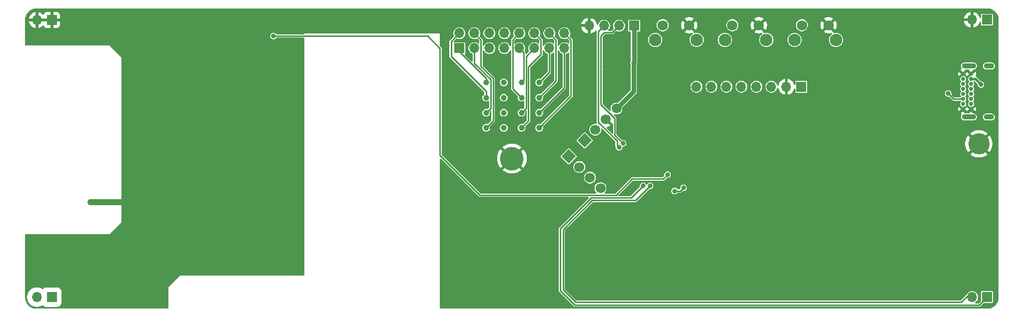
<source format=gbr>
%TF.GenerationSoftware,KiCad,Pcbnew,9.0.0*%
%TF.CreationDate,2025-03-11T11:24:18+01:00*%
%TF.ProjectId,CNIX V2 Control Board,434e4958-2056-4322-9043-6f6e74726f6c,rev?*%
%TF.SameCoordinates,Original*%
%TF.FileFunction,Copper,L2,Bot*%
%TF.FilePolarity,Positive*%
%FSLAX46Y46*%
G04 Gerber Fmt 4.6, Leading zero omitted, Abs format (unit mm)*
G04 Created by KiCad (PCBNEW 9.0.0) date 2025-03-11 11:24:18*
%MOMM*%
%LPD*%
G01*
G04 APERTURE LIST*
G04 Aperture macros list*
%AMHorizOval*
0 Thick line with rounded ends*
0 $1 width*
0 $2 $3 position (X,Y) of the first rounded end (center of the circle)*
0 $4 $5 position (X,Y) of the second rounded end (center of the circle)*
0 Add line between two ends*
20,1,$1,$2,$3,$4,$5,0*
0 Add two circle primitives to create the rounded ends*
1,1,$1,$2,$3*
1,1,$1,$4,$5*%
%AMRotRect*
0 Rectangle, with rotation*
0 The origin of the aperture is its center*
0 $1 length*
0 $2 width*
0 $3 Rotation angle, in degrees counterclockwise*
0 Add horizontal line*
21,1,$1,$2,0,0,$3*%
G04 Aperture macros list end*
%TA.AperFunction,ComponentPad*%
%ADD10C,1.000000*%
%TD*%
%TA.AperFunction,ComponentPad*%
%ADD11C,3.600000*%
%TD*%
%TA.AperFunction,ComponentPad*%
%ADD12C,2.100000*%
%TD*%
%TA.AperFunction,ComponentPad*%
%ADD13C,1.750000*%
%TD*%
%TA.AperFunction,ComponentPad*%
%ADD14R,1.700000X1.700000*%
%TD*%
%TA.AperFunction,ComponentPad*%
%ADD15O,1.700000X1.700000*%
%TD*%
%TA.AperFunction,ComponentPad*%
%ADD16RotRect,1.700000X1.700000X135.000000*%
%TD*%
%TA.AperFunction,ComponentPad*%
%ADD17HorizOval,1.700000X0.000000X0.000000X0.000000X0.000000X0*%
%TD*%
%TA.AperFunction,ComponentPad*%
%ADD18C,0.700000*%
%TD*%
%TA.AperFunction,ComponentPad*%
%ADD19O,2.400000X0.900000*%
%TD*%
%TA.AperFunction,ComponentPad*%
%ADD20O,1.700000X0.900000*%
%TD*%
%TA.AperFunction,ComponentPad*%
%ADD21C,4.000000*%
%TD*%
%TA.AperFunction,ComponentPad*%
%ADD22RotRect,1.700000X1.700000X45.000000*%
%TD*%
%TA.AperFunction,ComponentPad*%
%ADD23HorizOval,1.700000X0.000000X0.000000X0.000000X0.000000X0*%
%TD*%
%TA.AperFunction,ViaPad*%
%ADD24C,0.800000*%
%TD*%
%TA.AperFunction,Conductor*%
%ADD25C,1.000000*%
%TD*%
%TA.AperFunction,Conductor*%
%ADD26C,0.750000*%
%TD*%
%TA.AperFunction,Conductor*%
%ADD27C,0.400000*%
%TD*%
%TA.AperFunction,Conductor*%
%ADD28C,0.250000*%
%TD*%
G04 APERTURE END LIST*
D10*
%TO.P,TP14,1,1*%
%TO.N,/CO1_1*%
X149125171Y-97733609D03*
%TD*%
%TO.P,TP13,1,1*%
%TO.N,/CO1_2*%
X149125171Y-95183609D03*
%TD*%
%TO.P,TP7,1,1*%
%TO.N,/CO3_0*%
X143125171Y-100283609D03*
%TD*%
%TO.P,TP5,1,1*%
%TO.N,/CO3_2*%
X143125171Y-95183609D03*
%TD*%
%TO.P,TP18,1,1*%
%TO.N,/CO0_1*%
X152125171Y-97733609D03*
%TD*%
%TO.P,TP9,1,1*%
%TO.N,/CO2_2*%
X146125171Y-95183609D03*
%TD*%
D11*
%TO.P,H1,1,1*%
%TO.N,GND*%
X226596832Y-103016266D03*
%TD*%
D10*
%TO.P,TP19,1,1*%
%TO.N,/CO0_0*%
X152125171Y-100283609D03*
%TD*%
D12*
%TO.P,SW2,*%
%TO.N,*%
X195386051Y-85383551D03*
X202396051Y-85383551D03*
D13*
%TO.P,SW2,1,1*%
%TO.N,Net-(R12-Pad2)*%
X196636051Y-82893551D03*
%TO.P,SW2,2,2*%
%TO.N,GND*%
X201136051Y-82893551D03*
%TD*%
D10*
%TO.P,TP6,1,1*%
%TO.N,/CO3_1*%
X143125171Y-97733609D03*
%TD*%
D14*
%TO.P,J4,1,Pin_1*%
%TO.N,+3V3*%
X196530000Y-93331051D03*
D15*
%TO.P,J4,2,Pin_2*%
%TO.N,GND*%
X193990000Y-93331051D03*
%TO.P,J4,3,Pin_3*%
%TO.N,/PF0*%
X191450000Y-93331051D03*
%TO.P,J4,4,Pin_4*%
%TO.N,/PA1*%
X188910000Y-93331051D03*
%TO.P,J4,5,Pin_5*%
%TO.N,/PF1*%
X186370000Y-93331051D03*
%TO.P,J4,6,Pin_6*%
%TO.N,/PA2*%
X183830000Y-93331051D03*
%TO.P,J4,7,Pin_7*%
%TO.N,/PA3*%
X181290000Y-93331051D03*
%TO.P,J4,8,Pin_8*%
%TO.N,/PA4*%
X178750000Y-93331051D03*
%TD*%
D10*
%TO.P,TP15,1,1*%
%TO.N,/CO1_0*%
X149125171Y-100283609D03*
%TD*%
%TO.P,TP10,1,1*%
%TO.N,/CO2_1*%
X146125171Y-97733609D03*
%TD*%
D12*
%TO.P,SW3,*%
%TO.N,*%
X183586051Y-85383551D03*
X190596051Y-85383551D03*
D13*
%TO.P,SW3,1,1*%
%TO.N,Net-(R11-Pad2)*%
X184836051Y-82893551D03*
%TO.P,SW3,2,2*%
%TO.N,GND*%
X189336051Y-82893551D03*
%TD*%
D10*
%TO.P,TP8,1,1*%
%TO.N,/CO2_3*%
X146125171Y-92583609D03*
%TD*%
%TO.P,TP16,1,1*%
%TO.N,/CO0_3*%
X152125171Y-92583609D03*
%TD*%
%TO.P,TP4,1,1*%
%TO.N,/CO3_3*%
X143125171Y-92583609D03*
%TD*%
D16*
%TO.P,J6,1,Pin_1*%
%TO.N,/SWCLK*%
X159824045Y-102418057D03*
D17*
%TO.P,J6,2,Pin_2*%
%TO.N,/SWDIO*%
X161620096Y-100622006D03*
%TO.P,J6,3,Pin_3*%
%TO.N,GND*%
X163416147Y-98825955D03*
%TO.P,J6,4,Pin_4*%
%TO.N,+3V3*%
X165212199Y-97029903D03*
%TD*%
D12*
%TO.P,SW4,*%
%TO.N,*%
X171786051Y-85383551D03*
X178796051Y-85383551D03*
D13*
%TO.P,SW4,1,1*%
%TO.N,Net-(R10-Pad1)*%
X173036051Y-82893551D03*
%TO.P,SW4,2,2*%
%TO.N,GND*%
X177536051Y-82893551D03*
%TD*%
D18*
%TO.P,J11,A1,GND*%
%TO.N,GND*%
X223940000Y-97106051D03*
%TO.P,J11,A4,VBUS*%
%TO.N,VDD*%
X223940000Y-96256051D03*
%TO.P,J11,A5,CC1*%
%TO.N,Net-(J11-CC1)*%
X223940000Y-95406050D03*
%TO.P,J11,A6,D+*%
%TO.N,unconnected-(J11-D+-PadA6)*%
X223940000Y-94556051D03*
%TO.P,J11,A7,D-*%
%TO.N,unconnected-(J11-D--PadA7)*%
X223940000Y-93706051D03*
%TO.P,J11,A8,SBU1*%
%TO.N,unconnected-(J11-SBU1-PadA8)*%
X223940000Y-92856051D03*
%TO.P,J11,A9,VBUS*%
%TO.N,VDD*%
X223940000Y-92006050D03*
%TO.P,J11,A12,GND*%
%TO.N,GND*%
X223940000Y-91156051D03*
%TO.P,J11,B1,GND*%
X225290000Y-91156051D03*
%TO.P,J11,B4,VBUS*%
%TO.N,VDD*%
X225290000Y-92006051D03*
%TO.P,J11,B5,CC2*%
%TO.N,Net-(J11-CC2)*%
X225290000Y-92856051D03*
%TO.P,J11,B6,D+*%
%TO.N,unconnected-(J11-D+-PadB6)*%
X225290000Y-93706051D03*
%TO.P,J11,B7,D-*%
%TO.N,unconnected-(J11-D--PadB7)*%
X225290000Y-94556051D03*
%TO.P,J11,B8,SBU2*%
%TO.N,unconnected-(J11-SBU2-PadB8)*%
X225290000Y-95406051D03*
%TO.P,J11,B9,VBUS*%
%TO.N,VDD*%
X225290000Y-96256051D03*
%TO.P,J11,B12,GND*%
%TO.N,GND*%
X225290000Y-97106051D03*
D19*
%TO.P,J11,S1,SHIELD*%
%TO.N,unconnected-(J11-SHIELD-PadS1)_3*%
X224920000Y-98456051D03*
D20*
%TO.N,unconnected-(J11-SHIELD-PadS1)*%
X228300000Y-98456051D03*
D19*
%TO.N,unconnected-(J11-SHIELD-PadS1)_1*%
X224920000Y-89806051D03*
D20*
%TO.N,unconnected-(J11-SHIELD-PadS1)_2*%
X228300000Y-89806051D03*
%TD*%
D10*
%TO.P,TP12,1,1*%
%TO.N,/CO1_3*%
X149125171Y-92583609D03*
%TD*%
%TO.P,TP11,1,1*%
%TO.N,/CO2_0*%
X146125171Y-100283609D03*
%TD*%
D21*
%TO.P,H100,1,1*%
%TO.N,GND*%
X147500000Y-105500000D03*
%TD*%
D22*
%TO.P,J1,1,Pin_1*%
%TO.N,/PD0*%
X157122897Y-105142897D03*
D23*
%TO.P,J1,2,Pin_2*%
%TO.N,/PD1*%
X158918948Y-106938948D03*
%TO.P,J1,3,Pin_3*%
%TO.N,/PD2*%
X160714999Y-108734999D03*
%TO.P,J1,4,Pin_4*%
%TO.N,/PD3*%
X162511051Y-110531051D03*
%TD*%
D10*
%TO.P,TP17,1,1*%
%TO.N,/CO0_2*%
X152125171Y-95183609D03*
%TD*%
D14*
%TO.P,J5,1,Pin_1*%
%TO.N,+3V3*%
X168185062Y-82965612D03*
D15*
%TO.P,J5,2,Pin_2*%
%TO.N,/SCL*%
X165645062Y-82965612D03*
%TO.P,J5,3,Pin_3*%
%TO.N,/SDA*%
X163105063Y-82965612D03*
%TO.P,J5,4,Pin_4*%
%TO.N,GND*%
X160565062Y-82965612D03*
%TD*%
D14*
%TO.P,J3,1,Pin_1*%
%TO.N,/CO3_3*%
X138590000Y-86775000D03*
D15*
%TO.P,J3,2,Pin_2*%
%TO.N,/CO3_2*%
X138590000Y-84235000D03*
%TO.P,J3,3,Pin_3*%
%TO.N,/CO3_1*%
X141130000Y-86775000D03*
%TO.P,J3,4,Pin_4*%
%TO.N,/CO3_0*%
X141130000Y-84235000D03*
%TO.P,J3,5,Pin_5*%
%TO.N,/CO2_3*%
X143670000Y-86775000D03*
%TO.P,J3,6,Pin_6*%
%TO.N,/CO2_2*%
X143670000Y-84235000D03*
%TO.P,J3,7,Pin_7*%
%TO.N,/CO2_1*%
X146210000Y-86775000D03*
%TO.P,J3,8,Pin_8*%
%TO.N,/CO2_0*%
X146210000Y-84235000D03*
%TO.P,J3,9,Pin_9*%
%TO.N,/CO1_3*%
X148750000Y-86775000D03*
%TO.P,J3,10,Pin_10*%
%TO.N,/CO1_2*%
X148750000Y-84235000D03*
%TO.P,J3,11,Pin_11*%
%TO.N,/CO1_1*%
X151290000Y-86775000D03*
%TO.P,J3,12,Pin_12*%
%TO.N,/CO1_0*%
X151290000Y-84235000D03*
%TO.P,J3,13,Pin_13*%
%TO.N,/CO0_3*%
X153830000Y-86775000D03*
%TO.P,J3,14,Pin_14*%
%TO.N,/CO0_2*%
X153830000Y-84235000D03*
%TO.P,J3,15,Pin_15*%
%TO.N,/CO0_1*%
X156370000Y-86775000D03*
%TO.P,J3,16,Pin_16*%
%TO.N,/CO0_0*%
X156370000Y-84235000D03*
%TD*%
D14*
%TO.P,J10,1,Pin_1*%
%TO.N,/LED_2*%
X228000000Y-129000000D03*
D15*
%TO.P,J10,2,Pin_2*%
%TO.N,/LED_1*%
X225460000Y-129000000D03*
%TD*%
D14*
%TO.P,J9,1,Pin_1*%
%TO.N,GND*%
X69539999Y-81999999D03*
D15*
%TO.P,J9,2,Pin_2*%
X66999999Y-81999999D03*
%TD*%
D14*
%TO.P,J8,1,Pin_1*%
%TO.N,VDD*%
X227965000Y-81960000D03*
D15*
%TO.P,J8,2,Pin_2*%
%TO.N,GND*%
X225425000Y-81960000D03*
%TD*%
D14*
%TO.P,J7,1,Pin_1*%
%TO.N,HT*%
X69539999Y-129000001D03*
D15*
%TO.P,J7,2,Pin_2*%
X66999999Y-129000001D03*
%TD*%
D24*
%TO.N,GND*%
X200311051Y-109331051D03*
X148311051Y-124331051D03*
X185311051Y-103331051D03*
X199311051Y-128331051D03*
X185311051Y-128331051D03*
X163311051Y-128331051D03*
X163311051Y-116331051D03*
X140311051Y-114331051D03*
X116311051Y-83331051D03*
X210311051Y-101331051D03*
X191311051Y-107331051D03*
X173311051Y-122331051D03*
X156711051Y-109131051D03*
X195311051Y-126331051D03*
X152311051Y-128331051D03*
X191311051Y-124331051D03*
X167311051Y-128331051D03*
X175311051Y-120331051D03*
X193311051Y-122331051D03*
X82511051Y-95431051D03*
X147311051Y-110531051D03*
X179311051Y-128331051D03*
X101311051Y-83331051D03*
X197311051Y-128331051D03*
X177311051Y-128331051D03*
X181311051Y-101331051D03*
X189911051Y-109731051D03*
X146311051Y-118331051D03*
X154311051Y-122331051D03*
X196311051Y-99331051D03*
X200311051Y-103331051D03*
X177311051Y-117331051D03*
X155311051Y-109131051D03*
X183311051Y-128331051D03*
X196311051Y-103331051D03*
X114311051Y-81831051D03*
X104311051Y-83331051D03*
X165711051Y-122131051D03*
X195311051Y-122331051D03*
X152311051Y-124331051D03*
X89711051Y-109831052D03*
X144311051Y-116331051D03*
X179465000Y-120485000D03*
X189311051Y-128331051D03*
X150311051Y-122331051D03*
X175311051Y-126331051D03*
X152311051Y-118331051D03*
X200311051Y-99331051D03*
X219265000Y-91581051D03*
X138311051Y-106331051D03*
X199311051Y-122331051D03*
X187311051Y-101331051D03*
X191311051Y-105331051D03*
X199311051Y-124331051D03*
X154311051Y-124331051D03*
X153711051Y-107731051D03*
X153711051Y-109131051D03*
X219265000Y-94581051D03*
X183311051Y-99331051D03*
X99311051Y-90831051D03*
X142311051Y-114331051D03*
X148311051Y-120331051D03*
X181465000Y-120485000D03*
X159311051Y-116331051D03*
X145911051Y-109131051D03*
X150511051Y-110531051D03*
X198311051Y-101331051D03*
X195311051Y-124331051D03*
X138311051Y-110331051D03*
X159311051Y-118331051D03*
X204311051Y-95468551D03*
X216311051Y-103331051D03*
X198311051Y-109331051D03*
X173311051Y-126331051D03*
X99298550Y-104141051D03*
X88311051Y-88331051D03*
X196311051Y-105331051D03*
X150311051Y-116331051D03*
X197311051Y-126331051D03*
X196311051Y-111331051D03*
X97298550Y-104141051D03*
X185311051Y-101331051D03*
X183311051Y-101331051D03*
X138311051Y-112331051D03*
X201311051Y-126331051D03*
X198311051Y-111331051D03*
X166866508Y-116886508D03*
X140311051Y-116331051D03*
X203311051Y-128331051D03*
X212311051Y-101331051D03*
X202311051Y-105331051D03*
X142311051Y-118331051D03*
X218311051Y-101331051D03*
X191311051Y-122331051D03*
X152311051Y-120331051D03*
X114311051Y-83331051D03*
X181311051Y-103331051D03*
X189311051Y-105331051D03*
X136311051Y-108331051D03*
X169911051Y-87931051D03*
X165311051Y-128331051D03*
X202311051Y-99331051D03*
X191311051Y-126331051D03*
X117811051Y-83331051D03*
X154311051Y-116331051D03*
X214311051Y-101331051D03*
X163311051Y-126331051D03*
X175311051Y-128331051D03*
X199311051Y-126331051D03*
X144311051Y-120331051D03*
X96111051Y-104731051D03*
X173311051Y-124331051D03*
X187465000Y-120485000D03*
X198311051Y-97331051D03*
X117811051Y-81831051D03*
X167311051Y-126331051D03*
X185311051Y-99331051D03*
X187311051Y-103331051D03*
X110865000Y-87785000D03*
X200311051Y-105331051D03*
X165311051Y-126331051D03*
X110865000Y-88785000D03*
X152111051Y-110531051D03*
X138311051Y-114331051D03*
X181311051Y-128331051D03*
X90311051Y-92131051D03*
X185511051Y-105931051D03*
X218311051Y-103331051D03*
X206311051Y-103331051D03*
X189311051Y-99331051D03*
X155311051Y-110531051D03*
X208311051Y-103331051D03*
X187311051Y-105331051D03*
X116311051Y-81831051D03*
X89711051Y-115581052D03*
X88711051Y-93531051D03*
X191311051Y-128331051D03*
X105811051Y-83331051D03*
X175311051Y-122331051D03*
X100298551Y-101941050D03*
X159311051Y-128331051D03*
X201311051Y-124331051D03*
X210311051Y-103331051D03*
X110811051Y-83331051D03*
X204311051Y-103331051D03*
X197311051Y-124331051D03*
X197311051Y-122331051D03*
X104311051Y-81831051D03*
X144311051Y-118331051D03*
X102811051Y-81831051D03*
X193261051Y-87581051D03*
X204311051Y-101331051D03*
X148311051Y-116331051D03*
X112811051Y-81831051D03*
X112811051Y-83331051D03*
X161311051Y-118331051D03*
X110865000Y-93785000D03*
X171311051Y-126331051D03*
X136311051Y-102331051D03*
X89711051Y-112681051D03*
X193311051Y-128331051D03*
X202311051Y-107331051D03*
X189311051Y-103331051D03*
X163911051Y-121131051D03*
X146311051Y-116331051D03*
X110865000Y-86785000D03*
X159311051Y-126331051D03*
X200311051Y-101331051D03*
X161311051Y-116331051D03*
X208311051Y-101331051D03*
X146311051Y-122331051D03*
X89311051Y-88331051D03*
X142311051Y-116331051D03*
X98298550Y-104141051D03*
X152311051Y-126331051D03*
X191311051Y-97331051D03*
X148911051Y-110531051D03*
X193311051Y-124331051D03*
X148311051Y-122331051D03*
X183311051Y-103331051D03*
X179911051Y-111731051D03*
X177311051Y-120331051D03*
X94911051Y-104731051D03*
X136311051Y-98331051D03*
X223561051Y-116081051D03*
X150311051Y-120331051D03*
X85311051Y-88331051D03*
X92597712Y-95110516D03*
X150311051Y-126331051D03*
X84311051Y-88331051D03*
X203311051Y-126331051D03*
X157311051Y-126331051D03*
X136311051Y-104331051D03*
X140311051Y-112331051D03*
X169311051Y-126331051D03*
X191311051Y-120331051D03*
X105811051Y-81831051D03*
X185465000Y-120485000D03*
X198311051Y-99331051D03*
X193311051Y-126331051D03*
X163311051Y-118331051D03*
X110865000Y-89785000D03*
X181561051Y-87531051D03*
X147311051Y-109131051D03*
X202311051Y-101331051D03*
X187311051Y-128331051D03*
X173311051Y-128331051D03*
X110865000Y-92785000D03*
X100298551Y-102941050D03*
X187311051Y-99331051D03*
X152311051Y-122331051D03*
X191311051Y-103331051D03*
X154311051Y-126331051D03*
X175311051Y-124331051D03*
X154311051Y-120331051D03*
X110811051Y-81831051D03*
X202311051Y-103331051D03*
X136311051Y-110331051D03*
X193311051Y-120331051D03*
X102811051Y-83331051D03*
X216311051Y-101331051D03*
X196311051Y-107331051D03*
X161311051Y-128331051D03*
X200311051Y-107331051D03*
X152311051Y-116331051D03*
X198311051Y-105331051D03*
X155311051Y-107731051D03*
X212311051Y-103331051D03*
X198311051Y-107331051D03*
X183465000Y-120485000D03*
X96911051Y-99131051D03*
X76065000Y-112885000D03*
X148311051Y-118331051D03*
X191311051Y-99331051D03*
X152111051Y-109131051D03*
X154311051Y-128331051D03*
X90311051Y-88331051D03*
X163236051Y-90001765D03*
X156711051Y-110531051D03*
X136311051Y-112331051D03*
X110865000Y-91838949D03*
X87311051Y-88331051D03*
X179111051Y-115531051D03*
X103661051Y-118731051D03*
X169311051Y-128331051D03*
X150311051Y-124331051D03*
X83311051Y-88331051D03*
X110865000Y-94785000D03*
X189311051Y-101331051D03*
X213311051Y-93031051D03*
X146311051Y-120331051D03*
X101311051Y-81831051D03*
X181311051Y-99331051D03*
X136311051Y-100331051D03*
X152111051Y-107731051D03*
X175511051Y-111931051D03*
X198311051Y-103331051D03*
X171311051Y-128331051D03*
X196311051Y-109331051D03*
X195311051Y-128331051D03*
X86311051Y-88331051D03*
X201311051Y-128331051D03*
X150311051Y-118331051D03*
X214311051Y-103331051D03*
X189311051Y-120331051D03*
X206311051Y-101331051D03*
X200311051Y-111331051D03*
X161311051Y-126331051D03*
X150511051Y-109131051D03*
X154311051Y-118331051D03*
X153711051Y-110531051D03*
X148911051Y-109131051D03*
X164311051Y-107431051D03*
X196311051Y-101331051D03*
X191311051Y-101331051D03*
X205111051Y-95731051D03*
%TO.N,+3V3*%
X168114294Y-90500000D03*
X168114294Y-89331051D03*
%TO.N,VDD*%
X226970000Y-92931051D03*
%TO.N,/LED_1*%
X170911051Y-110131051D03*
%TO.N,/LED_2*%
X169711051Y-110131051D03*
%TO.N,/SDA*%
X165635742Y-103600294D03*
%TO.N,/SCL*%
X166311051Y-102931051D03*
%TO.N,/EN*%
X107118551Y-84731051D03*
X173873704Y-108243704D03*
%TO.N,/PF0*%
X176561141Y-110480961D03*
X175035835Y-111006267D03*
%TO.N,Net-(J11-CC1)*%
X221415000Y-94481051D03*
%TD*%
D25*
%TO.N,GND*%
X76065000Y-112885000D02*
X81865000Y-112885000D01*
D26*
%TO.N,+3V3*%
X168114294Y-89331051D02*
X168114294Y-91331051D01*
X168114294Y-91331051D02*
X168114294Y-94127808D01*
X168185062Y-89260283D02*
X168114294Y-89331051D01*
X168114294Y-94127808D02*
X165212199Y-97029903D01*
X168185062Y-82965612D02*
X168185062Y-89260283D01*
D27*
%TO.N,VDD*%
X226045000Y-92006051D02*
X226970000Y-92931051D01*
X225290000Y-92006051D02*
X226045000Y-92006051D01*
D28*
%TO.N,/LED_1*%
X223578949Y-129881051D02*
X225100000Y-128360000D01*
X161097447Y-112606051D02*
X156161051Y-117542447D01*
X158297447Y-129881051D02*
X223578949Y-129881051D01*
X170911051Y-110131051D02*
X168436051Y-112606051D01*
X168436051Y-112606051D02*
X161097447Y-112606051D01*
X156161051Y-127744655D02*
X158297447Y-129881051D01*
X156161051Y-117542447D02*
X156161051Y-127744655D01*
%TO.N,/LED_2*%
X155711051Y-117356051D02*
X155711051Y-127931051D01*
X169711051Y-110131051D02*
X167686051Y-112156051D01*
X160911051Y-112156051D02*
X155711051Y-117356051D01*
X167686051Y-112156051D02*
X160911051Y-112156051D01*
X158111051Y-130331051D02*
X226668949Y-130331051D01*
X226668949Y-130331051D02*
X228000000Y-129000000D01*
X155711051Y-127931051D02*
X158111051Y-130331051D01*
%TO.N,/SDA*%
X165311051Y-102531051D02*
X162111051Y-99331051D01*
X165311051Y-103275603D02*
X165311051Y-102531051D01*
X162111051Y-99331051D02*
X162111051Y-83959624D01*
X162111051Y-83959624D02*
X163105063Y-82965612D01*
X165635742Y-103600294D02*
X165311051Y-103275603D01*
%TO.N,/SCL*%
X162561051Y-96309158D02*
X162561051Y-84681051D01*
X166311051Y-102931051D02*
X164911051Y-101531051D01*
X162561051Y-84681051D02*
X163101490Y-84140612D01*
X163101490Y-84140612D02*
X164470062Y-84140612D01*
X164470062Y-84140612D02*
X165645062Y-82965612D01*
X164911051Y-98659158D02*
X162561051Y-96309158D01*
X164911051Y-101531051D02*
X164911051Y-98659158D01*
%TO.N,/EN*%
X173148857Y-108968551D02*
X173873704Y-108243704D01*
X135311051Y-86831051D02*
X135311051Y-104931051D01*
X133211051Y-84731051D02*
X135311051Y-86831051D01*
X165136051Y-111706051D02*
X167873551Y-108968551D01*
X142086051Y-111706051D02*
X165136051Y-111706051D01*
X135311051Y-104931051D02*
X142086051Y-111706051D01*
X107118551Y-84731051D02*
X133211051Y-84731051D01*
X167873551Y-108968551D02*
X173148857Y-108968551D01*
%TO.N,/CO3_1*%
X143900171Y-92100171D02*
X141130000Y-89330000D01*
X143900171Y-96958609D02*
X143900171Y-92100171D01*
X143125171Y-97733609D02*
X143900171Y-96958609D01*
X141130000Y-89330000D02*
X141130000Y-86775000D01*
%TO.N,/CO3_2*%
X137200000Y-88200000D02*
X137200000Y-85625000D01*
X143125171Y-95183609D02*
X143125171Y-94125171D01*
X137200000Y-85625000D02*
X138590000Y-84235000D01*
X143125171Y-94125171D02*
X137200000Y-88200000D01*
%TO.N,/CO0_3*%
X152125171Y-92583609D02*
X153830000Y-90878780D01*
X153830000Y-90878780D02*
X153830000Y-86775000D01*
%TO.N,/CO1_2*%
X147625000Y-85360000D02*
X148750000Y-84235000D01*
X149125171Y-95183609D02*
X147625000Y-93683438D01*
X147625000Y-93683438D02*
X147625000Y-85360000D01*
%TO.N,/CO0_2*%
X152125171Y-95183609D02*
X154955000Y-92353780D01*
X154955000Y-92353780D02*
X154955000Y-85360000D01*
X154955000Y-85360000D02*
X153830000Y-84235000D01*
%TO.N,/CO0_1*%
X156370000Y-93488780D02*
X156370000Y-86775000D01*
X152125171Y-97733609D02*
X156370000Y-93488780D01*
%TO.N,/CO3_3*%
X143125171Y-92583609D02*
X143125171Y-91890857D01*
X143125171Y-91890857D02*
X138590000Y-87355686D01*
X138590000Y-87355686D02*
X138590000Y-86775000D01*
%TO.N,/CO1_1*%
X149900000Y-88165000D02*
X151290000Y-86775000D01*
X149125171Y-97733609D02*
X149900000Y-96958780D01*
X149900000Y-96958780D02*
X149900000Y-88165000D01*
%TO.N,/CO1_3*%
X149125171Y-92583609D02*
X149500000Y-92208780D01*
X149500000Y-87525000D02*
X148750000Y-86775000D01*
X149500000Y-92208780D02*
X149500000Y-87525000D01*
%TO.N,/PF0*%
X175035835Y-111006267D02*
X176035835Y-111006267D01*
X176035835Y-111006267D02*
X176561141Y-110480961D01*
%TO.N,/CO3_0*%
X144300171Y-99108609D02*
X144300171Y-91934485D01*
X142255000Y-85360000D02*
X141130000Y-84235000D01*
X143125171Y-100283609D02*
X144300171Y-99108609D01*
X142255000Y-89889314D02*
X142255000Y-85360000D01*
X144300171Y-91934485D02*
X142255000Y-89889314D01*
%TO.N,/CO0_0*%
X152125171Y-100283609D02*
X157495000Y-94913780D01*
X157495000Y-94913780D02*
X157495000Y-85360000D01*
X157495000Y-85360000D02*
X156370000Y-84235000D01*
%TO.N,/CO1_0*%
X152415000Y-85360000D02*
X151290000Y-84235000D01*
X149125171Y-100283609D02*
X150300000Y-99108780D01*
X152415000Y-87835000D02*
X152415000Y-85360000D01*
X150300000Y-99108780D02*
X150300000Y-89950000D01*
X150300000Y-89950000D02*
X152415000Y-87835000D01*
%TO.N,Net-(J11-CC1)*%
X223940000Y-95406050D02*
X222339999Y-95406050D01*
X222339999Y-95406050D02*
X221415000Y-94481051D01*
%TD*%
%TA.AperFunction,Conductor*%
%TO.N,GND*%
G36*
X91311051Y-125331051D02*
G01*
X91311050Y-125331052D01*
X91311049Y-125331052D01*
X89311051Y-127331050D01*
X89311051Y-130850500D01*
X89291366Y-130917539D01*
X89238562Y-130963294D01*
X89187051Y-130974500D01*
X67004067Y-130974500D01*
X66995957Y-130974235D01*
X66750379Y-130958139D01*
X66734298Y-130956021D01*
X66496935Y-130908806D01*
X66481268Y-130904608D01*
X66252088Y-130826812D01*
X66237102Y-130820605D01*
X66236917Y-130820514D01*
X66227681Y-130815959D01*
X66020039Y-130713561D01*
X66005992Y-130705451D01*
X65804758Y-130570991D01*
X65791890Y-130561117D01*
X65609928Y-130401540D01*
X65598459Y-130390071D01*
X65515688Y-130295689D01*
X65438879Y-130208106D01*
X65429008Y-130195241D01*
X65383893Y-130127722D01*
X65294548Y-129994007D01*
X65286438Y-129979960D01*
X65229773Y-129865055D01*
X65179391Y-129762890D01*
X65173187Y-129747911D01*
X65095391Y-129518731D01*
X65091193Y-129503064D01*
X65068006Y-129386494D01*
X65043976Y-129265690D01*
X65041861Y-129249632D01*
X65025765Y-129004043D01*
X65025500Y-128995933D01*
X65025500Y-128870098D01*
X65349499Y-128870098D01*
X65349499Y-129129903D01*
X65390139Y-129386494D01*
X65470421Y-129633577D01*
X65528678Y-129747911D01*
X65588365Y-129865052D01*
X65741068Y-130075230D01*
X65924770Y-130258932D01*
X66134948Y-130411635D01*
X66268760Y-130479816D01*
X66366422Y-130529578D01*
X66366424Y-130529578D01*
X66366427Y-130529580D01*
X66613506Y-130609861D01*
X66745705Y-130630798D01*
X66870097Y-130650501D01*
X66870102Y-130650501D01*
X67129901Y-130650501D01*
X67243297Y-130632540D01*
X67386492Y-130609861D01*
X67633571Y-130529580D01*
X67865050Y-130411635D01*
X67926778Y-130366786D01*
X67992583Y-130343307D01*
X68060637Y-130359132D01*
X68087344Y-130379424D01*
X68187737Y-130479817D01*
X68340477Y-130575790D01*
X68510744Y-130635369D01*
X68510749Y-130635370D01*
X68601245Y-130645566D01*
X68645039Y-130650500D01*
X68645042Y-130650501D01*
X68645045Y-130650501D01*
X70434956Y-130650501D01*
X70434957Y-130650500D01*
X70502103Y-130642935D01*
X70569248Y-130635370D01*
X70569251Y-130635369D01*
X70569254Y-130635369D01*
X70739521Y-130575790D01*
X70892261Y-130479817D01*
X71019815Y-130352263D01*
X71115788Y-130199523D01*
X71175367Y-130029256D01*
X71190499Y-129894955D01*
X71190499Y-128105047D01*
X71175367Y-127970746D01*
X71115788Y-127800479D01*
X71019815Y-127647739D01*
X70892261Y-127520185D01*
X70892259Y-127520184D01*
X70739522Y-127424212D01*
X70569253Y-127364632D01*
X70569248Y-127364631D01*
X70434959Y-127349501D01*
X70434953Y-127349501D01*
X68645045Y-127349501D01*
X68645038Y-127349501D01*
X68510749Y-127364631D01*
X68510744Y-127364632D01*
X68340475Y-127424212D01*
X68187738Y-127520184D01*
X68087344Y-127620578D01*
X68026021Y-127654062D01*
X67956329Y-127649078D01*
X67926778Y-127633214D01*
X67865053Y-127588369D01*
X67865052Y-127588368D01*
X67865050Y-127588367D01*
X67792763Y-127551535D01*
X67633575Y-127470423D01*
X67386492Y-127390141D01*
X67129901Y-127349501D01*
X67129896Y-127349501D01*
X66870102Y-127349501D01*
X66870097Y-127349501D01*
X66613505Y-127390141D01*
X66366422Y-127470423D01*
X66134944Y-127588369D01*
X65924773Y-127741067D01*
X65924767Y-127741072D01*
X65741070Y-127924769D01*
X65741065Y-127924775D01*
X65588367Y-128134946D01*
X65470421Y-128366424D01*
X65390139Y-128613507D01*
X65349499Y-128870098D01*
X65025500Y-128870098D01*
X65025500Y-118455051D01*
X65045185Y-118388012D01*
X65097989Y-118342257D01*
X65149500Y-118331051D01*
X79311051Y-118331051D01*
X81274734Y-116367368D01*
X81311052Y-116331051D01*
X91311051Y-116331051D01*
X91311051Y-125331051D01*
G37*
%TD.AperFunction*%
%TD*%
%TA.AperFunction,Conductor*%
%TO.N,GND*%
G36*
X112311052Y-125207052D02*
G01*
X112291367Y-125274091D01*
X112238563Y-125319846D01*
X112187052Y-125331052D01*
X91311050Y-125331052D01*
X91311051Y-125331051D01*
X91311051Y-116331051D01*
X81311052Y-116331051D01*
X81311051Y-86331051D01*
X112311053Y-86331051D01*
X112311052Y-125207052D01*
G37*
%TD.AperFunction*%
%TD*%
%TA.AperFunction,Conductor*%
%TO.N,GND*%
G36*
X135311051Y-84331051D02*
G01*
X112311051Y-84331051D01*
X112311051Y-80025500D01*
X135311051Y-80025500D01*
X135311051Y-84331051D01*
G37*
%TD.AperFunction*%
%TD*%
%TA.AperFunction,Conductor*%
%TO.N,GND*%
G36*
X69074074Y-81807006D02*
G01*
X69039999Y-81934173D01*
X69039999Y-82065825D01*
X69074074Y-82192992D01*
X69106987Y-82249999D01*
X67433011Y-82249999D01*
X67465924Y-82192992D01*
X67499999Y-82065825D01*
X67499999Y-81934173D01*
X67465924Y-81807006D01*
X67433011Y-81749999D01*
X69106987Y-81749999D01*
X69074074Y-81807006D01*
G37*
%TD.AperFunction*%
%TA.AperFunction,Conductor*%
G36*
X112311051Y-84331051D02*
G01*
X112311052Y-84331051D01*
X112311052Y-84331551D01*
X112291367Y-84398590D01*
X112238563Y-84444345D01*
X112187052Y-84455551D01*
X107666744Y-84455551D01*
X107599705Y-84435866D01*
X107564586Y-84399036D01*
X107564006Y-84399482D01*
X107559863Y-84394082D01*
X107559359Y-84393554D01*
X107559060Y-84393036D01*
X107456566Y-84290542D01*
X107456564Y-84290541D01*
X107456562Y-84290539D01*
X107331039Y-84218068D01*
X107331040Y-84218068D01*
X107319557Y-84214991D01*
X107191026Y-84180551D01*
X107046076Y-84180551D01*
X106917544Y-84214991D01*
X106906062Y-84218068D01*
X106780539Y-84290539D01*
X106780533Y-84290544D01*
X106678044Y-84393033D01*
X106678039Y-84393039D01*
X106605568Y-84518562D01*
X106605567Y-84518566D01*
X106568051Y-84658576D01*
X106568051Y-84803526D01*
X106605567Y-84943536D01*
X106605568Y-84943539D01*
X106678039Y-85069062D01*
X106678041Y-85069064D01*
X106678042Y-85069066D01*
X106780536Y-85171560D01*
X106780537Y-85171561D01*
X106780539Y-85171562D01*
X106906062Y-85244033D01*
X106906063Y-85244033D01*
X106906066Y-85244035D01*
X107046076Y-85281551D01*
X107046079Y-85281551D01*
X107191023Y-85281551D01*
X107191026Y-85281551D01*
X107331036Y-85244035D01*
X107456566Y-85171560D01*
X107559060Y-85069066D01*
X107559359Y-85068547D01*
X107559725Y-85068198D01*
X107564006Y-85062620D01*
X107564876Y-85063287D01*
X107609927Y-85020334D01*
X107666744Y-85006551D01*
X112187052Y-85006551D01*
X112254091Y-85026236D01*
X112299846Y-85079040D01*
X112311052Y-85130551D01*
X112311053Y-86331051D01*
X81311051Y-86331051D01*
X81311051Y-88331051D01*
X79311051Y-86331051D01*
X65149500Y-86331051D01*
X65082461Y-86311366D01*
X65036706Y-86258562D01*
X65025500Y-86207051D01*
X65025500Y-82004066D01*
X65025765Y-81995957D01*
X65038149Y-81807006D01*
X65041861Y-81750378D01*
X65041911Y-81749999D01*
X65672768Y-81749999D01*
X66566987Y-81749999D01*
X66534074Y-81807006D01*
X66499999Y-81934173D01*
X66499999Y-82065825D01*
X66534074Y-82192992D01*
X66566987Y-82249999D01*
X65672768Y-82249999D01*
X65683241Y-82316125D01*
X65683241Y-82316128D01*
X65748903Y-82518216D01*
X65845378Y-82707556D01*
X65970271Y-82879458D01*
X65970275Y-82879463D01*
X66120534Y-83029722D01*
X66120539Y-83029726D01*
X66292441Y-83154619D01*
X66481781Y-83251094D01*
X66683870Y-83316756D01*
X66749999Y-83327230D01*
X66749999Y-82433011D01*
X66807006Y-82465924D01*
X66934173Y-82499999D01*
X67065825Y-82499999D01*
X67192992Y-82465924D01*
X67249999Y-82433011D01*
X67249999Y-83327229D01*
X67316125Y-83316756D01*
X67316128Y-83316756D01*
X67518216Y-83251094D01*
X67707556Y-83154619D01*
X67879457Y-83029727D01*
X67993520Y-82915664D01*
X68054843Y-82882179D01*
X68124535Y-82887163D01*
X68180469Y-82929034D01*
X68197384Y-82960012D01*
X68246644Y-83092085D01*
X68246648Y-83092092D01*
X68332808Y-83207186D01*
X68332811Y-83207189D01*
X68447905Y-83293349D01*
X68447912Y-83293353D01*
X68582619Y-83343595D01*
X68582626Y-83343597D01*
X68642154Y-83349998D01*
X68642171Y-83349999D01*
X69289999Y-83349999D01*
X69289999Y-82433011D01*
X69347006Y-82465924D01*
X69474173Y-82499999D01*
X69605825Y-82499999D01*
X69732992Y-82465924D01*
X69789999Y-82433011D01*
X69789999Y-83349999D01*
X70437827Y-83349999D01*
X70437843Y-83349998D01*
X70497371Y-83343597D01*
X70497378Y-83343595D01*
X70632085Y-83293353D01*
X70632092Y-83293349D01*
X70747186Y-83207189D01*
X70747189Y-83207186D01*
X70833349Y-83092092D01*
X70833353Y-83092085D01*
X70883595Y-82957378D01*
X70883597Y-82957371D01*
X70889998Y-82897843D01*
X70889999Y-82897826D01*
X70889999Y-82249999D01*
X69973011Y-82249999D01*
X70005924Y-82192992D01*
X70039999Y-82065825D01*
X70039999Y-81934173D01*
X70005924Y-81807006D01*
X69973011Y-81749999D01*
X70889999Y-81749999D01*
X70889999Y-81102171D01*
X70889998Y-81102154D01*
X70883597Y-81042626D01*
X70883595Y-81042619D01*
X70833353Y-80907912D01*
X70833349Y-80907905D01*
X70747189Y-80792811D01*
X70747186Y-80792808D01*
X70632092Y-80706648D01*
X70632085Y-80706644D01*
X70497378Y-80656402D01*
X70497371Y-80656400D01*
X70437843Y-80649999D01*
X69789999Y-80649999D01*
X69789999Y-81566987D01*
X69732992Y-81534074D01*
X69605825Y-81499999D01*
X69474173Y-81499999D01*
X69347006Y-81534074D01*
X69289999Y-81566987D01*
X69289999Y-80649999D01*
X68642154Y-80649999D01*
X68582626Y-80656400D01*
X68582619Y-80656402D01*
X68447912Y-80706644D01*
X68447905Y-80706648D01*
X68332811Y-80792808D01*
X68332808Y-80792811D01*
X68246648Y-80907905D01*
X68246645Y-80907910D01*
X68197384Y-81039986D01*
X68155512Y-81095919D01*
X68090048Y-81120336D01*
X68021775Y-81105484D01*
X67993521Y-81084333D01*
X67879463Y-80970275D01*
X67879458Y-80970271D01*
X67707556Y-80845378D01*
X67518214Y-80748902D01*
X67316123Y-80683240D01*
X67249999Y-80672767D01*
X67249999Y-81566987D01*
X67192992Y-81534074D01*
X67065825Y-81499999D01*
X66934173Y-81499999D01*
X66807006Y-81534074D01*
X66749999Y-81566987D01*
X66749999Y-80672767D01*
X66749998Y-80672767D01*
X66683874Y-80683240D01*
X66481783Y-80748902D01*
X66292441Y-80845378D01*
X66120539Y-80970271D01*
X66120534Y-80970275D01*
X65970275Y-81120534D01*
X65970271Y-81120539D01*
X65845378Y-81292441D01*
X65748903Y-81481781D01*
X65683241Y-81683869D01*
X65683241Y-81683872D01*
X65672768Y-81749999D01*
X65041911Y-81749999D01*
X65043976Y-81734311D01*
X65091193Y-81496933D01*
X65095391Y-81481268D01*
X65159489Y-81292441D01*
X65173189Y-81252080D01*
X65179388Y-81237114D01*
X65286441Y-81020033D01*
X65294544Y-81005998D01*
X65429016Y-80804746D01*
X65438873Y-80791900D01*
X65598464Y-80609922D01*
X65609922Y-80598464D01*
X65791900Y-80438873D01*
X65804746Y-80429016D01*
X66005998Y-80294544D01*
X66020033Y-80286441D01*
X66237114Y-80179388D01*
X66252080Y-80173189D01*
X66415302Y-80117783D01*
X66481268Y-80095391D01*
X66496935Y-80091193D01*
X66734311Y-80043976D01*
X66750367Y-80041861D01*
X66975757Y-80027088D01*
X66995958Y-80025765D01*
X67004067Y-80025500D01*
X112311051Y-80025500D01*
X112311051Y-84331051D01*
G37*
%TD.AperFunction*%
%TD*%
%TA.AperFunction,Conductor*%
%TO.N,GND*%
G36*
X164542235Y-99598490D02*
G01*
X164570199Y-99604365D01*
X164619956Y-99653416D01*
X164635551Y-99713619D01*
X164635551Y-101166573D01*
X164615866Y-101233612D01*
X164563062Y-101279367D01*
X164493904Y-101289311D01*
X164430348Y-101260286D01*
X164423870Y-101254254D01*
X163541831Y-100372215D01*
X163508346Y-100310892D01*
X163513330Y-100241200D01*
X163555202Y-100185267D01*
X163610114Y-100162061D01*
X163732274Y-100142712D01*
X163732277Y-100142712D01*
X163934364Y-100077050D01*
X164123701Y-99980577D01*
X164177863Y-99941225D01*
X164177864Y-99941225D01*
X163545556Y-99308917D01*
X163609140Y-99291880D01*
X163723154Y-99226054D01*
X163816246Y-99132962D01*
X163882072Y-99018948D01*
X163899109Y-98955364D01*
X164542235Y-99598490D01*
G37*
%TD.AperFunction*%
%TA.AperFunction,Conductor*%
G36*
X228004043Y-80025765D02*
G01*
X228249632Y-80041861D01*
X228265690Y-80043976D01*
X228469394Y-80084495D01*
X228503064Y-80091193D01*
X228518731Y-80095391D01*
X228687510Y-80152683D01*
X228747913Y-80173188D01*
X228762890Y-80179391D01*
X228970539Y-80281792D01*
X228979960Y-80286438D01*
X228994007Y-80294548D01*
X229033528Y-80320955D01*
X229195245Y-80429011D01*
X229208106Y-80438879D01*
X229320036Y-80537039D01*
X229390071Y-80598459D01*
X229401540Y-80609928D01*
X229561117Y-80791890D01*
X229570991Y-80804758D01*
X229705451Y-81005992D01*
X229713561Y-81020039D01*
X229820605Y-81237102D01*
X229826812Y-81252088D01*
X229904608Y-81481268D01*
X229908806Y-81496935D01*
X229956021Y-81734298D01*
X229958139Y-81750379D01*
X229973501Y-81984765D01*
X229974235Y-81995956D01*
X229974500Y-82004066D01*
X229974500Y-128995933D01*
X229974235Y-129004043D01*
X229958139Y-129249620D01*
X229956021Y-129265701D01*
X229908806Y-129503064D01*
X229904608Y-129518731D01*
X229826812Y-129747911D01*
X229820605Y-129762897D01*
X229713561Y-129979960D01*
X229705451Y-129994007D01*
X229570991Y-130195241D01*
X229561117Y-130208109D01*
X229401540Y-130390071D01*
X229390071Y-130401540D01*
X229208109Y-130561117D01*
X229195241Y-130570991D01*
X228994007Y-130705451D01*
X228979960Y-130713561D01*
X228762897Y-130820605D01*
X228747911Y-130826812D01*
X228518731Y-130904608D01*
X228503064Y-130908806D01*
X228265701Y-130956021D01*
X228249620Y-130958139D01*
X228004043Y-130974235D01*
X227995933Y-130974500D01*
X135435051Y-130974500D01*
X135368012Y-130954815D01*
X135322257Y-130902011D01*
X135311051Y-130850500D01*
X135311051Y-105620028D01*
X135330736Y-105552989D01*
X135383540Y-105507234D01*
X135452698Y-105497290D01*
X135516254Y-105526315D01*
X135522732Y-105532347D01*
X141852494Y-111862109D01*
X141929993Y-111939608D01*
X142031251Y-111981551D01*
X160396573Y-111981551D01*
X160463612Y-112001236D01*
X160509367Y-112054040D01*
X160519311Y-112123198D01*
X160490286Y-112186754D01*
X160484254Y-112193232D01*
X155554993Y-117122494D01*
X155477495Y-117199991D01*
X155435551Y-117301250D01*
X155435551Y-127985853D01*
X155476414Y-128084502D01*
X155476412Y-128084502D01*
X155476417Y-128084508D01*
X155477494Y-128087109D01*
X157954993Y-130564609D01*
X157954995Y-130564611D01*
X158033308Y-130597048D01*
X158056251Y-130606551D01*
X158056253Y-130606551D01*
X226723748Y-130606551D01*
X226723749Y-130606551D01*
X226825007Y-130564608D01*
X226902506Y-130487109D01*
X226902505Y-130487109D01*
X226961074Y-130428540D01*
X227352796Y-130036819D01*
X227414119Y-130003334D01*
X227440477Y-130000500D01*
X228864822Y-130000500D01*
X228908717Y-129991768D01*
X228908717Y-129991767D01*
X228908722Y-129991767D01*
X228958504Y-129958504D01*
X228991767Y-129908722D01*
X228996161Y-129886632D01*
X229000500Y-129864822D01*
X229000500Y-128135177D01*
X228991768Y-128091282D01*
X228991767Y-128091281D01*
X228991767Y-128091278D01*
X228958504Y-128041496D01*
X228953197Y-128037950D01*
X228908724Y-128008234D01*
X228908717Y-128008231D01*
X228864822Y-127999500D01*
X228864820Y-127999500D01*
X227135180Y-127999500D01*
X227135178Y-127999500D01*
X227091282Y-128008231D01*
X227091275Y-128008234D01*
X227041496Y-128041495D01*
X227041495Y-128041496D01*
X227008234Y-128091275D01*
X227008231Y-128091282D01*
X226999500Y-128135177D01*
X226999500Y-129559522D01*
X226979815Y-129626561D01*
X226963181Y-129647203D01*
X226591153Y-130019232D01*
X226529830Y-130052717D01*
X226503472Y-130055551D01*
X226089883Y-130055551D01*
X226022844Y-130035866D01*
X225977089Y-129983062D01*
X225967145Y-129913904D01*
X225996170Y-129850348D01*
X226020992Y-129828449D01*
X226057571Y-129804006D01*
X226097782Y-129777139D01*
X226237139Y-129637782D01*
X226346632Y-129473914D01*
X226422051Y-129291835D01*
X226460500Y-129098541D01*
X226460500Y-128901459D01*
X226460500Y-128901456D01*
X226422052Y-128708170D01*
X226422051Y-128708169D01*
X226422051Y-128708165D01*
X226422049Y-128708160D01*
X226346635Y-128526092D01*
X226346628Y-128526079D01*
X226237139Y-128362218D01*
X226237136Y-128362214D01*
X226097785Y-128222863D01*
X226097781Y-128222860D01*
X225933920Y-128113371D01*
X225933907Y-128113364D01*
X225751839Y-128037950D01*
X225751829Y-128037947D01*
X225558543Y-127999500D01*
X225558541Y-127999500D01*
X225361459Y-127999500D01*
X225361457Y-127999500D01*
X225168170Y-128037947D01*
X225168160Y-128037950D01*
X225082915Y-128073259D01*
X225082903Y-128073265D01*
X225055778Y-128084501D01*
X225045200Y-128084501D01*
X224943942Y-128126443D01*
X224898481Y-128171903D01*
X224883691Y-128181785D01*
X224883679Y-128181792D01*
X224833134Y-128215566D01*
X224822220Y-128222860D01*
X224822214Y-128222864D01*
X224682864Y-128362214D01*
X224638686Y-128428329D01*
X224623266Y-128447117D01*
X223501153Y-129569232D01*
X223439830Y-129602717D01*
X223413472Y-129605551D01*
X158462925Y-129605551D01*
X158395886Y-129585866D01*
X158375244Y-129569232D01*
X156472870Y-127666858D01*
X156439385Y-127605535D01*
X156436551Y-127579177D01*
X156436551Y-117707924D01*
X156456236Y-117640885D01*
X156472870Y-117620243D01*
X161175244Y-112917870D01*
X161236567Y-112884385D01*
X161262925Y-112881551D01*
X168490850Y-112881551D01*
X168490851Y-112881551D01*
X168592109Y-112839608D01*
X168669608Y-112762109D01*
X168669607Y-112762109D01*
X168728176Y-112703540D01*
X168728175Y-112703540D01*
X170497924Y-110933792D01*
X174485335Y-110933792D01*
X174485335Y-111078742D01*
X174509476Y-111168836D01*
X174522852Y-111218755D01*
X174595323Y-111344278D01*
X174595325Y-111344280D01*
X174595326Y-111344282D01*
X174697820Y-111446776D01*
X174697821Y-111446777D01*
X174697823Y-111446778D01*
X174823346Y-111519249D01*
X174823347Y-111519249D01*
X174823350Y-111519251D01*
X174963360Y-111556767D01*
X174963363Y-111556767D01*
X175108307Y-111556767D01*
X175108310Y-111556767D01*
X175248320Y-111519251D01*
X175373850Y-111446776D01*
X175476344Y-111344282D01*
X175476643Y-111343763D01*
X175477009Y-111343414D01*
X175481290Y-111337836D01*
X175482160Y-111338503D01*
X175527211Y-111295550D01*
X175584028Y-111281767D01*
X176090634Y-111281767D01*
X176090635Y-111281767D01*
X176191893Y-111239824D01*
X176269392Y-111162325D01*
X176368317Y-111063398D01*
X176429638Y-111029915D01*
X176480513Y-111031127D01*
X176480609Y-111030400D01*
X176487373Y-111031290D01*
X176488094Y-111031307D01*
X176488666Y-111031461D01*
X176488669Y-111031461D01*
X176633613Y-111031461D01*
X176633616Y-111031461D01*
X176773626Y-110993945D01*
X176899156Y-110921470D01*
X177001650Y-110818976D01*
X177074125Y-110693446D01*
X177111641Y-110553436D01*
X177111641Y-110408486D01*
X177074125Y-110268476D01*
X177037247Y-110204602D01*
X177001652Y-110142949D01*
X177001647Y-110142943D01*
X176899158Y-110040454D01*
X176899152Y-110040449D01*
X176773629Y-109967978D01*
X176773630Y-109967978D01*
X176762147Y-109964901D01*
X176633616Y-109930461D01*
X176488666Y-109930461D01*
X176360134Y-109964901D01*
X176348652Y-109967978D01*
X176223129Y-110040449D01*
X176223123Y-110040454D01*
X176120634Y-110142943D01*
X176120629Y-110142949D01*
X176048158Y-110268472D01*
X176046691Y-110273947D01*
X176010641Y-110408486D01*
X176010641Y-110553436D01*
X176010795Y-110554014D01*
X176010783Y-110554519D01*
X176011702Y-110561492D01*
X176010614Y-110561635D01*
X176010509Y-110566010D01*
X176014704Y-110577254D01*
X176009692Y-110600292D01*
X176009131Y-110623862D01*
X176002033Y-110635505D01*
X175999854Y-110645527D01*
X175978703Y-110673782D01*
X175958040Y-110694446D01*
X175896718Y-110727933D01*
X175870357Y-110730767D01*
X175584028Y-110730767D01*
X175516989Y-110711082D01*
X175481870Y-110674252D01*
X175481290Y-110674698D01*
X175477147Y-110669298D01*
X175476643Y-110668770D01*
X175476344Y-110668252D01*
X175373850Y-110565758D01*
X175373848Y-110565757D01*
X175373846Y-110565755D01*
X175248323Y-110493284D01*
X175248324Y-110493284D01*
X175236841Y-110490207D01*
X175108310Y-110455767D01*
X174963360Y-110455767D01*
X174834828Y-110490207D01*
X174823346Y-110493284D01*
X174697823Y-110565755D01*
X174697817Y-110565760D01*
X174595328Y-110668249D01*
X174595323Y-110668255D01*
X174522852Y-110793778D01*
X174522851Y-110793782D01*
X174485335Y-110933792D01*
X170497924Y-110933792D01*
X170718228Y-110713488D01*
X170779549Y-110680005D01*
X170830423Y-110681217D01*
X170830519Y-110680490D01*
X170837283Y-110681380D01*
X170838004Y-110681397D01*
X170838576Y-110681551D01*
X170838579Y-110681551D01*
X170983523Y-110681551D01*
X170983526Y-110681551D01*
X171123536Y-110644035D01*
X171249066Y-110571560D01*
X171351560Y-110469066D01*
X171424035Y-110343536D01*
X171461551Y-110203526D01*
X171461551Y-110058576D01*
X171424035Y-109918566D01*
X171409427Y-109893265D01*
X171351562Y-109793039D01*
X171351557Y-109793033D01*
X171249068Y-109690544D01*
X171249062Y-109690539D01*
X171123539Y-109618068D01*
X171123540Y-109618068D01*
X171112057Y-109614991D01*
X170983526Y-109580551D01*
X170838576Y-109580551D01*
X170710044Y-109614991D01*
X170698562Y-109618068D01*
X170573039Y-109690539D01*
X170573033Y-109690544D01*
X170470544Y-109793033D01*
X170470542Y-109793036D01*
X170418438Y-109883282D01*
X170367870Y-109931497D01*
X170299263Y-109944719D01*
X170234398Y-109918751D01*
X170203664Y-109883282D01*
X170191983Y-109863051D01*
X170151560Y-109793036D01*
X170049066Y-109690542D01*
X170049064Y-109690541D01*
X170049062Y-109690539D01*
X169923539Y-109618068D01*
X169923540Y-109618068D01*
X169912057Y-109614991D01*
X169783526Y-109580551D01*
X169638576Y-109580551D01*
X169510044Y-109614991D01*
X169498562Y-109618068D01*
X169373039Y-109690539D01*
X169373033Y-109690544D01*
X169270544Y-109793033D01*
X169270539Y-109793039D01*
X169198068Y-109918562D01*
X169198067Y-109918566D01*
X169160551Y-110058576D01*
X169160551Y-110203526D01*
X169160704Y-110204100D01*
X169160692Y-110204602D01*
X169161612Y-110211582D01*
X169160523Y-110211725D01*
X169159042Y-110273947D01*
X169128611Y-110323873D01*
X167608255Y-111844232D01*
X167546932Y-111877717D01*
X167520574Y-111880551D01*
X165650527Y-111880551D01*
X165583488Y-111860866D01*
X165537733Y-111808062D01*
X165527789Y-111738904D01*
X165556814Y-111675348D01*
X165562846Y-111668870D01*
X166062881Y-111168836D01*
X167951348Y-109280370D01*
X168012671Y-109246885D01*
X168039029Y-109244051D01*
X173203656Y-109244051D01*
X173203657Y-109244051D01*
X173304915Y-109202108D01*
X173382414Y-109124609D01*
X173382413Y-109124609D01*
X173440982Y-109066040D01*
X173680880Y-108826141D01*
X173742201Y-108792658D01*
X173793076Y-108793869D01*
X173793172Y-108793143D01*
X173799928Y-108794032D01*
X173800654Y-108794049D01*
X173801229Y-108794204D01*
X173801231Y-108794204D01*
X173946176Y-108794204D01*
X173946179Y-108794204D01*
X174086189Y-108756688D01*
X174211719Y-108684213D01*
X174314213Y-108581719D01*
X174386688Y-108456189D01*
X174424204Y-108316179D01*
X174424204Y-108171229D01*
X174386688Y-108031219D01*
X174344333Y-107957859D01*
X174314215Y-107905692D01*
X174314210Y-107905686D01*
X174211721Y-107803197D01*
X174211715Y-107803192D01*
X174086192Y-107730721D01*
X174086193Y-107730721D01*
X174074710Y-107727644D01*
X173946179Y-107693204D01*
X173801229Y-107693204D01*
X173672697Y-107727644D01*
X173661215Y-107730721D01*
X173535692Y-107803192D01*
X173535686Y-107803197D01*
X173433197Y-107905686D01*
X173433192Y-107905692D01*
X173360721Y-108031215D01*
X173360720Y-108031219D01*
X173323204Y-108171229D01*
X173323204Y-108316179D01*
X173323358Y-108316757D01*
X173323346Y-108317262D01*
X173324265Y-108324235D01*
X173323177Y-108324378D01*
X173321694Y-108386605D01*
X173291264Y-108436527D01*
X173071059Y-108656733D01*
X173009739Y-108690217D01*
X172983380Y-108693051D01*
X167928351Y-108693051D01*
X167818751Y-108693051D01*
X167818749Y-108693051D01*
X167818747Y-108693052D01*
X167717495Y-108734990D01*
X167717493Y-108734992D01*
X165058255Y-111394232D01*
X164996932Y-111427717D01*
X164970574Y-111430551D01*
X163325835Y-111430551D01*
X163258796Y-111410866D01*
X163213041Y-111358062D01*
X163203097Y-111288904D01*
X163232122Y-111225348D01*
X163238154Y-111218870D01*
X163288187Y-111168836D01*
X163288190Y-111168833D01*
X163397683Y-111004965D01*
X163473102Y-110822886D01*
X163491990Y-110727933D01*
X163511551Y-110629594D01*
X163511551Y-110432507D01*
X163473103Y-110239221D01*
X163473102Y-110239220D01*
X163473102Y-110239216D01*
X163458318Y-110203523D01*
X163397686Y-110057143D01*
X163397679Y-110057130D01*
X163288190Y-109893269D01*
X163288187Y-109893265D01*
X163148836Y-109753914D01*
X163148832Y-109753911D01*
X162984971Y-109644422D01*
X162984958Y-109644415D01*
X162802890Y-109569001D01*
X162802880Y-109568998D01*
X162609594Y-109530551D01*
X162609592Y-109530551D01*
X162412510Y-109530551D01*
X162412508Y-109530551D01*
X162219221Y-109568998D01*
X162219211Y-109569001D01*
X162037143Y-109644415D01*
X162037130Y-109644422D01*
X161873269Y-109753911D01*
X161873265Y-109753914D01*
X161733914Y-109893265D01*
X161733911Y-109893269D01*
X161624422Y-110057130D01*
X161624415Y-110057143D01*
X161549001Y-110239211D01*
X161548998Y-110239221D01*
X161510551Y-110432507D01*
X161510551Y-110432510D01*
X161510551Y-110629592D01*
X161510551Y-110629594D01*
X161510550Y-110629594D01*
X161548998Y-110822880D01*
X161549001Y-110822890D01*
X161624415Y-111004958D01*
X161624422Y-111004971D01*
X161733911Y-111168832D01*
X161733914Y-111168836D01*
X161783948Y-111218870D01*
X161817433Y-111280193D01*
X161812449Y-111349885D01*
X161770577Y-111405818D01*
X161705113Y-111430235D01*
X161696267Y-111430551D01*
X142251528Y-111430551D01*
X142184489Y-111410866D01*
X142163847Y-111394232D01*
X139603157Y-108833542D01*
X159714498Y-108833542D01*
X159752946Y-109026828D01*
X159752949Y-109026838D01*
X159828363Y-109208906D01*
X159828370Y-109208919D01*
X159937859Y-109372780D01*
X159937862Y-109372784D01*
X160077213Y-109512135D01*
X160077217Y-109512138D01*
X160241078Y-109621627D01*
X160241091Y-109621634D01*
X160407445Y-109690539D01*
X160423164Y-109697050D01*
X160423168Y-109697050D01*
X160423169Y-109697051D01*
X160616455Y-109735499D01*
X160616458Y-109735499D01*
X160813542Y-109735499D01*
X160943581Y-109709631D01*
X161006834Y-109697050D01*
X161188913Y-109621631D01*
X161352781Y-109512138D01*
X161492138Y-109372781D01*
X161601631Y-109208913D01*
X161677050Y-109026834D01*
X161715499Y-108833540D01*
X161715499Y-108636458D01*
X161715499Y-108636455D01*
X161677051Y-108443169D01*
X161677050Y-108443168D01*
X161677050Y-108443164D01*
X161627848Y-108324378D01*
X161601634Y-108261091D01*
X161601627Y-108261078D01*
X161492138Y-108097217D01*
X161492135Y-108097213D01*
X161352784Y-107957862D01*
X161352780Y-107957859D01*
X161188919Y-107848370D01*
X161188906Y-107848363D01*
X161006838Y-107772949D01*
X161006828Y-107772946D01*
X160813542Y-107734499D01*
X160813540Y-107734499D01*
X160616458Y-107734499D01*
X160616456Y-107734499D01*
X160423169Y-107772946D01*
X160423159Y-107772949D01*
X160241091Y-107848363D01*
X160241078Y-107848370D01*
X160077217Y-107957859D01*
X160077213Y-107957862D01*
X159937862Y-108097213D01*
X159937859Y-108097217D01*
X159828370Y-108261078D01*
X159828363Y-108261091D01*
X159752949Y-108443159D01*
X159752946Y-108443169D01*
X159714499Y-108636455D01*
X159714499Y-108636458D01*
X159714499Y-108833540D01*
X159714499Y-108833542D01*
X159714498Y-108833542D01*
X139603157Y-108833542D01*
X136129213Y-105359598D01*
X145000000Y-105359598D01*
X145000000Y-105640401D01*
X145031437Y-105919412D01*
X145031439Y-105919424D01*
X145093921Y-106193178D01*
X145093922Y-106193180D01*
X145186662Y-106458217D01*
X145308492Y-106711200D01*
X145457884Y-106948956D01*
X145564187Y-107082257D01*
X146277339Y-106369104D01*
X146355864Y-106477184D01*
X146522816Y-106644136D01*
X146630893Y-106722658D01*
X145917741Y-107435810D01*
X145917741Y-107435811D01*
X146051043Y-107542115D01*
X146288799Y-107691507D01*
X146541782Y-107813337D01*
X146806819Y-107906077D01*
X146806821Y-107906078D01*
X147080575Y-107968560D01*
X147080587Y-107968562D01*
X147359598Y-107999999D01*
X147359600Y-108000000D01*
X147640400Y-108000000D01*
X147640401Y-107999999D01*
X147919412Y-107968562D01*
X147919424Y-107968560D01*
X148193178Y-107906078D01*
X148193180Y-107906077D01*
X148458217Y-107813337D01*
X148711200Y-107691507D01*
X148948956Y-107542116D01*
X149082257Y-107435810D01*
X148369105Y-106722659D01*
X148477184Y-106644136D01*
X148644136Y-106477184D01*
X148722659Y-106369106D01*
X149435810Y-107082257D01*
X149471510Y-107037491D01*
X157918447Y-107037491D01*
X157956895Y-107230777D01*
X157956898Y-107230787D01*
X158032312Y-107412855D01*
X158032319Y-107412868D01*
X158141808Y-107576729D01*
X158141811Y-107576733D01*
X158281162Y-107716084D01*
X158281166Y-107716087D01*
X158445027Y-107825576D01*
X158445040Y-107825583D01*
X158627108Y-107900997D01*
X158627113Y-107900999D01*
X158627117Y-107900999D01*
X158627118Y-107901000D01*
X158820404Y-107939448D01*
X158820407Y-107939448D01*
X159017491Y-107939448D01*
X159185254Y-107906077D01*
X159210783Y-107900999D01*
X159392862Y-107825580D01*
X159556730Y-107716087D01*
X159696087Y-107576730D01*
X159805580Y-107412862D01*
X159880999Y-107230783D01*
X159919448Y-107037489D01*
X159919448Y-106840407D01*
X159919448Y-106840404D01*
X159881000Y-106647118D01*
X159880999Y-106647117D01*
X159880999Y-106647113D01*
X159879766Y-106644136D01*
X159805583Y-106465040D01*
X159805576Y-106465027D01*
X159696087Y-106301166D01*
X159696084Y-106301162D01*
X159556733Y-106161811D01*
X159556729Y-106161808D01*
X159392868Y-106052319D01*
X159392855Y-106052312D01*
X159210787Y-105976898D01*
X159210777Y-105976895D01*
X159017491Y-105938448D01*
X159017489Y-105938448D01*
X158820407Y-105938448D01*
X158820405Y-105938448D01*
X158627118Y-105976895D01*
X158627108Y-105976898D01*
X158445040Y-106052312D01*
X158445027Y-106052319D01*
X158281166Y-106161808D01*
X158281162Y-106161811D01*
X158141811Y-106301162D01*
X158141808Y-106301166D01*
X158032319Y-106465027D01*
X158032312Y-106465040D01*
X157956898Y-106647108D01*
X157956895Y-106647118D01*
X157918448Y-106840404D01*
X157918448Y-106840407D01*
X157918448Y-107037489D01*
X157918448Y-107037491D01*
X157918447Y-107037491D01*
X149471510Y-107037491D01*
X149542116Y-106948956D01*
X149655603Y-106768343D01*
X149655604Y-106768341D01*
X149691504Y-106711205D01*
X149691505Y-106711204D01*
X149813337Y-106458217D01*
X149906077Y-106193180D01*
X149906078Y-106193178D01*
X149968560Y-105919424D01*
X149968562Y-105919412D01*
X149999999Y-105640401D01*
X150000000Y-105640399D01*
X150000000Y-105359600D01*
X149999999Y-105359598D01*
X149975772Y-105144569D01*
X149975584Y-105142897D01*
X155767368Y-105142897D01*
X155779048Y-105201620D01*
X155803575Y-105238326D01*
X155803917Y-105238837D01*
X157026957Y-106461877D01*
X157031682Y-106465034D01*
X157064173Y-106486745D01*
X157064175Y-106486746D01*
X157122897Y-106498426D01*
X157181619Y-106486746D01*
X157218837Y-106461877D01*
X158441877Y-105238837D01*
X158466746Y-105201619D01*
X158478426Y-105142897D01*
X158466746Y-105084175D01*
X158464340Y-105080575D01*
X158441880Y-105046962D01*
X158441877Y-105046957D01*
X157218837Y-103823917D01*
X157202173Y-103812782D01*
X157181620Y-103799048D01*
X157122897Y-103787368D01*
X157064173Y-103799048D01*
X157026962Y-103823913D01*
X157026954Y-103823919D01*
X155803919Y-105046954D01*
X155803913Y-105046962D01*
X155779048Y-105084173D01*
X155767368Y-105142897D01*
X149975584Y-105142897D01*
X149968562Y-105080587D01*
X149968560Y-105080575D01*
X149906078Y-104806821D01*
X149906077Y-104806819D01*
X149813337Y-104541782D01*
X149691507Y-104288799D01*
X149542115Y-104051043D01*
X149435810Y-103917741D01*
X148722658Y-104630893D01*
X148644136Y-104522816D01*
X148477184Y-104355864D01*
X148369105Y-104277340D01*
X149082257Y-103564187D01*
X148948956Y-103457884D01*
X148711200Y-103308492D01*
X148458217Y-103186662D01*
X148193180Y-103093922D01*
X148193178Y-103093921D01*
X147919424Y-103031439D01*
X147919412Y-103031437D01*
X147640401Y-103000000D01*
X147359598Y-103000000D01*
X147080587Y-103031437D01*
X147080575Y-103031439D01*
X146806821Y-103093921D01*
X146806819Y-103093922D01*
X146541782Y-103186662D01*
X146288799Y-103308492D01*
X146051043Y-103457884D01*
X145917741Y-103564187D01*
X146630894Y-104277340D01*
X146522816Y-104355864D01*
X146355864Y-104522816D01*
X146277340Y-104630894D01*
X145564187Y-103917741D01*
X145457884Y-104051043D01*
X145308492Y-104288799D01*
X145186662Y-104541782D01*
X145093922Y-104806819D01*
X145093921Y-104806821D01*
X145031439Y-105080575D01*
X145031437Y-105080587D01*
X145000000Y-105359598D01*
X136129213Y-105359598D01*
X135622870Y-104853255D01*
X135589385Y-104791932D01*
X135586551Y-104765574D01*
X135586551Y-102418057D01*
X158468516Y-102418057D01*
X158480196Y-102476780D01*
X158504723Y-102513486D01*
X158505065Y-102513997D01*
X159728105Y-103737037D01*
X159746841Y-103749556D01*
X159765321Y-103761905D01*
X159765323Y-103761906D01*
X159824045Y-103773586D01*
X159882767Y-103761906D01*
X159919985Y-103737037D01*
X161143025Y-102513997D01*
X161167894Y-102476779D01*
X161179574Y-102418057D01*
X161167894Y-102359335D01*
X161143025Y-102322117D01*
X159919985Y-101099077D01*
X159915250Y-101095913D01*
X159882768Y-101074208D01*
X159824045Y-101062528D01*
X159765321Y-101074208D01*
X159728110Y-101099073D01*
X159728102Y-101099079D01*
X158505067Y-102322114D01*
X158505061Y-102322122D01*
X158480196Y-102359333D01*
X158468516Y-102418057D01*
X135586551Y-102418057D01*
X135586551Y-86776252D01*
X135586550Y-86776249D01*
X135555415Y-86701082D01*
X135555415Y-86701081D01*
X135550011Y-86688037D01*
X135544608Y-86674992D01*
X135544607Y-86674991D01*
X135544606Y-86674989D01*
X135347370Y-86477753D01*
X135313885Y-86416430D01*
X135311051Y-86390072D01*
X135311051Y-85570200D01*
X136924500Y-85570200D01*
X136924500Y-88254800D01*
X136966443Y-88356058D01*
X136966444Y-88356059D01*
X142813352Y-94202967D01*
X142828055Y-94229894D01*
X142844648Y-94255713D01*
X142845539Y-94261913D01*
X142846837Y-94264290D01*
X142849671Y-94290648D01*
X142849671Y-94519064D01*
X142829986Y-94586103D01*
X142794561Y-94622166D01*
X142710506Y-94678329D01*
X142710498Y-94678335D01*
X142619897Y-94768936D01*
X142619894Y-94768940D01*
X142548709Y-94875475D01*
X142548704Y-94875484D01*
X142499670Y-94993864D01*
X142499668Y-94993870D01*
X142474671Y-95119537D01*
X142474671Y-95119540D01*
X142474671Y-95247678D01*
X142474671Y-95247680D01*
X142474670Y-95247680D01*
X142499668Y-95373347D01*
X142499670Y-95373353D01*
X142548704Y-95491733D01*
X142548709Y-95491742D01*
X142619894Y-95598277D01*
X142619897Y-95598281D01*
X142710498Y-95688882D01*
X142710502Y-95688885D01*
X142817037Y-95760070D01*
X142817043Y-95760073D01*
X142817044Y-95760074D01*
X142935427Y-95809110D01*
X142935431Y-95809110D01*
X142935432Y-95809111D01*
X143061099Y-95834109D01*
X143061102Y-95834109D01*
X143189242Y-95834109D01*
X143306504Y-95810783D01*
X143314915Y-95809110D01*
X143433298Y-95760074D01*
X143433302Y-95760070D01*
X143438673Y-95757201D01*
X143439466Y-95758686D01*
X143498434Y-95740210D01*
X143565818Y-95758682D01*
X143612518Y-95810652D01*
X143624671Y-95864190D01*
X143624671Y-96793130D01*
X143604986Y-96860169D01*
X143588352Y-96880811D01*
X143400267Y-97068896D01*
X143338944Y-97102381D01*
X143288394Y-97102832D01*
X143189242Y-97083109D01*
X143189240Y-97083109D01*
X143061102Y-97083109D01*
X143061100Y-97083109D01*
X142935432Y-97108106D01*
X142935426Y-97108108D01*
X142817046Y-97157142D01*
X142817037Y-97157147D01*
X142710502Y-97228332D01*
X142710498Y-97228335D01*
X142619897Y-97318936D01*
X142619894Y-97318940D01*
X142548709Y-97425475D01*
X142548704Y-97425484D01*
X142499670Y-97543864D01*
X142499668Y-97543870D01*
X142474671Y-97669537D01*
X142474671Y-97669540D01*
X142474671Y-97797678D01*
X142474671Y-97797680D01*
X142474670Y-97797680D01*
X142499668Y-97923347D01*
X142499670Y-97923353D01*
X142548704Y-98041733D01*
X142548709Y-98041742D01*
X142619894Y-98148277D01*
X142619897Y-98148281D01*
X142710498Y-98238882D01*
X142710502Y-98238885D01*
X142817037Y-98310070D01*
X142817043Y-98310073D01*
X142817044Y-98310074D01*
X142935427Y-98359110D01*
X142935431Y-98359110D01*
X142935432Y-98359111D01*
X143061099Y-98384109D01*
X143061102Y-98384109D01*
X143189242Y-98384109D01*
X143273786Y-98367291D01*
X143314915Y-98359110D01*
X143433298Y-98310074D01*
X143539840Y-98238885D01*
X143630447Y-98148278D01*
X143701636Y-98041736D01*
X143750672Y-97923353D01*
X143771384Y-97819232D01*
X143775671Y-97797680D01*
X143775671Y-97669537D01*
X143755947Y-97570384D01*
X143762174Y-97500793D01*
X143789883Y-97458511D01*
X143812992Y-97435403D01*
X143874316Y-97401919D01*
X143944007Y-97406905D01*
X143999940Y-97448778D01*
X144024355Y-97514243D01*
X144024671Y-97523086D01*
X144024671Y-98943131D01*
X144004986Y-99010170D01*
X143988352Y-99030812D01*
X143400267Y-99618896D01*
X143338944Y-99652381D01*
X143288394Y-99652832D01*
X143189242Y-99633109D01*
X143189240Y-99633109D01*
X143061102Y-99633109D01*
X143061100Y-99633109D01*
X142935432Y-99658106D01*
X142935426Y-99658108D01*
X142817046Y-99707142D01*
X142817037Y-99707147D01*
X142710502Y-99778332D01*
X142710498Y-99778335D01*
X142619897Y-99868936D01*
X142619894Y-99868940D01*
X142548709Y-99975475D01*
X142548704Y-99975484D01*
X142499670Y-100093864D01*
X142499668Y-100093870D01*
X142474671Y-100219537D01*
X142474671Y-100219540D01*
X142474671Y-100347678D01*
X142474671Y-100347680D01*
X142474670Y-100347680D01*
X142499668Y-100473347D01*
X142499670Y-100473353D01*
X142548704Y-100591733D01*
X142548709Y-100591742D01*
X142619894Y-100698277D01*
X142619897Y-100698281D01*
X142710498Y-100788882D01*
X142710502Y-100788885D01*
X142817037Y-100860070D01*
X142817043Y-100860073D01*
X142817044Y-100860074D01*
X142935427Y-100909110D01*
X142935431Y-100909110D01*
X142935432Y-100909111D01*
X143061099Y-100934109D01*
X143061102Y-100934109D01*
X143189242Y-100934109D01*
X143291161Y-100913835D01*
X143314915Y-100909110D01*
X143433298Y-100860074D01*
X143539840Y-100788885D01*
X143630447Y-100698278D01*
X143701636Y-100591736D01*
X143750672Y-100473353D01*
X143775671Y-100347680D01*
X145474670Y-100347680D01*
X145499668Y-100473347D01*
X145499670Y-100473353D01*
X145548704Y-100591733D01*
X145548709Y-100591742D01*
X145619894Y-100698277D01*
X145619897Y-100698281D01*
X145710498Y-100788882D01*
X145710502Y-100788885D01*
X145817037Y-100860070D01*
X145817043Y-100860073D01*
X145817044Y-100860074D01*
X145935427Y-100909110D01*
X145935431Y-100909110D01*
X145935432Y-100909111D01*
X146061099Y-100934109D01*
X146061102Y-100934109D01*
X146189242Y-100934109D01*
X146291161Y-100913835D01*
X146314915Y-100909110D01*
X146433298Y-100860074D01*
X146539840Y-100788885D01*
X146630447Y-100698278D01*
X146701636Y-100591736D01*
X146750672Y-100473353D01*
X146775671Y-100347678D01*
X146775671Y-100219540D01*
X146775671Y-100219537D01*
X146750673Y-100093870D01*
X146750672Y-100093869D01*
X146750672Y-100093865D01*
X146705257Y-99984224D01*
X146701637Y-99975484D01*
X146701632Y-99975475D01*
X146630447Y-99868940D01*
X146630444Y-99868936D01*
X146539843Y-99778335D01*
X146539839Y-99778332D01*
X146433304Y-99707147D01*
X146433295Y-99707142D01*
X146314915Y-99658108D01*
X146314909Y-99658106D01*
X146189242Y-99633109D01*
X146189240Y-99633109D01*
X146061102Y-99633109D01*
X146061100Y-99633109D01*
X145935432Y-99658106D01*
X145935426Y-99658108D01*
X145817046Y-99707142D01*
X145817037Y-99707147D01*
X145710502Y-99778332D01*
X145710498Y-99778335D01*
X145619897Y-99868936D01*
X145619894Y-99868940D01*
X145548709Y-99975475D01*
X145548704Y-99975484D01*
X145499670Y-100093864D01*
X145499668Y-100093870D01*
X145474671Y-100219537D01*
X145474671Y-100219540D01*
X145474671Y-100347678D01*
X145474671Y-100347680D01*
X145474670Y-100347680D01*
X143775671Y-100347680D01*
X143775671Y-100347678D01*
X143775671Y-100219540D01*
X143755826Y-100119779D01*
X143755711Y-100119165D01*
X143759114Y-100084988D01*
X143762174Y-100050792D01*
X143762581Y-100050170D01*
X143762634Y-100049639D01*
X143764336Y-100047491D01*
X143789880Y-100008513D01*
X144533728Y-99264667D01*
X144575671Y-99163409D01*
X144575671Y-97797680D01*
X145474670Y-97797680D01*
X145499668Y-97923347D01*
X145499670Y-97923353D01*
X145548704Y-98041733D01*
X145548709Y-98041742D01*
X145619894Y-98148277D01*
X145619897Y-98148281D01*
X145710498Y-98238882D01*
X145710502Y-98238885D01*
X145817037Y-98310070D01*
X145817043Y-98310073D01*
X145817044Y-98310074D01*
X145935427Y-98359110D01*
X145935431Y-98359110D01*
X145935432Y-98359111D01*
X146061099Y-98384109D01*
X146061102Y-98384109D01*
X146189242Y-98384109D01*
X146273786Y-98367291D01*
X146314915Y-98359110D01*
X146433298Y-98310074D01*
X146539840Y-98238885D01*
X146630447Y-98148278D01*
X146701636Y-98041736D01*
X146750672Y-97923353D01*
X146771384Y-97819232D01*
X146775671Y-97797680D01*
X146775671Y-97669537D01*
X146750673Y-97543870D01*
X146750672Y-97543869D01*
X146750672Y-97543865D01*
X146705816Y-97435574D01*
X146701637Y-97425484D01*
X146701632Y-97425475D01*
X146630447Y-97318940D01*
X146630444Y-97318936D01*
X146539843Y-97228335D01*
X146539839Y-97228332D01*
X146433304Y-97157147D01*
X146433295Y-97157142D01*
X146314915Y-97108108D01*
X146314909Y-97108106D01*
X146189242Y-97083109D01*
X146189240Y-97083109D01*
X146061102Y-97083109D01*
X146061100Y-97083109D01*
X145935432Y-97108106D01*
X145935426Y-97108108D01*
X145817046Y-97157142D01*
X145817037Y-97157147D01*
X145710502Y-97228332D01*
X145710498Y-97228335D01*
X145619897Y-97318936D01*
X145619894Y-97318940D01*
X145548709Y-97425475D01*
X145548704Y-97425484D01*
X145499670Y-97543864D01*
X145499668Y-97543870D01*
X145474671Y-97669537D01*
X145474671Y-97669540D01*
X145474671Y-97797678D01*
X145474671Y-97797680D01*
X145474670Y-97797680D01*
X144575671Y-97797680D01*
X144575671Y-95247680D01*
X145474670Y-95247680D01*
X145499668Y-95373347D01*
X145499670Y-95373353D01*
X145548704Y-95491733D01*
X145548709Y-95491742D01*
X145619894Y-95598277D01*
X145619897Y-95598281D01*
X145710498Y-95688882D01*
X145710502Y-95688885D01*
X145817037Y-95760070D01*
X145817043Y-95760073D01*
X145817044Y-95760074D01*
X145935427Y-95809110D01*
X145935431Y-95809110D01*
X145935432Y-95809111D01*
X146061099Y-95834109D01*
X146061102Y-95834109D01*
X146189242Y-95834109D01*
X146306504Y-95810783D01*
X146314915Y-95809110D01*
X146433298Y-95760074D01*
X146539840Y-95688885D01*
X146630447Y-95598278D01*
X146701636Y-95491736D01*
X146750672Y-95373353D01*
X146775671Y-95247678D01*
X146775671Y-95119540D01*
X146775671Y-95119537D01*
X146750673Y-94993870D01*
X146750672Y-94993869D01*
X146750672Y-94993865D01*
X146712335Y-94901312D01*
X146701637Y-94875484D01*
X146701632Y-94875475D01*
X146630447Y-94768940D01*
X146630444Y-94768936D01*
X146539843Y-94678335D01*
X146539839Y-94678332D01*
X146433304Y-94607147D01*
X146433295Y-94607142D01*
X146314915Y-94558108D01*
X146314909Y-94558106D01*
X146189242Y-94533109D01*
X146189240Y-94533109D01*
X146061102Y-94533109D01*
X146061100Y-94533109D01*
X145935432Y-94558106D01*
X145935426Y-94558108D01*
X145817046Y-94607142D01*
X145817037Y-94607147D01*
X145710502Y-94678332D01*
X145710498Y-94678335D01*
X145619897Y-94768936D01*
X145619894Y-94768940D01*
X145548709Y-94875475D01*
X145548704Y-94875484D01*
X145499670Y-94993864D01*
X145499668Y-94993870D01*
X145474671Y-95119537D01*
X145474671Y-95119540D01*
X145474671Y-95247678D01*
X145474671Y-95247680D01*
X145474670Y-95247680D01*
X144575671Y-95247680D01*
X144575671Y-92647680D01*
X145474670Y-92647680D01*
X145499668Y-92773347D01*
X145499670Y-92773353D01*
X145548704Y-92891733D01*
X145548709Y-92891742D01*
X145619894Y-92998277D01*
X145619897Y-92998281D01*
X145710498Y-93088882D01*
X145710502Y-93088885D01*
X145817037Y-93160070D01*
X145817046Y-93160075D01*
X145824989Y-93163365D01*
X145935427Y-93209110D01*
X145935431Y-93209110D01*
X145935432Y-93209111D01*
X146061099Y-93234109D01*
X146061102Y-93234109D01*
X146189242Y-93234109D01*
X146306504Y-93210783D01*
X146314915Y-93209110D01*
X146433298Y-93160074D01*
X146539840Y-93088885D01*
X146630447Y-92998278D01*
X146701636Y-92891736D01*
X146750672Y-92773353D01*
X146772650Y-92662865D01*
X146775671Y-92647680D01*
X146775671Y-92519537D01*
X146750673Y-92393870D01*
X146750672Y-92393869D01*
X146750672Y-92393865D01*
X146701636Y-92275482D01*
X146701635Y-92275481D01*
X146701632Y-92275475D01*
X146630447Y-92168940D01*
X146630444Y-92168936D01*
X146539843Y-92078335D01*
X146539839Y-92078332D01*
X146433304Y-92007147D01*
X146433295Y-92007142D01*
X146314915Y-91958108D01*
X146314909Y-91958106D01*
X146189242Y-91933109D01*
X146189240Y-91933109D01*
X146061102Y-91933109D01*
X146061100Y-91933109D01*
X145935432Y-91958106D01*
X145935426Y-91958108D01*
X145817046Y-92007142D01*
X145817037Y-92007147D01*
X145710502Y-92078332D01*
X145710498Y-92078335D01*
X145619897Y-92168936D01*
X145619894Y-92168940D01*
X145548709Y-92275475D01*
X145548704Y-92275484D01*
X145499670Y-92393864D01*
X145499668Y-92393870D01*
X145474671Y-92519537D01*
X145474671Y-92519540D01*
X145474671Y-92647678D01*
X145474671Y-92647680D01*
X145474670Y-92647680D01*
X144575671Y-92647680D01*
X144575671Y-91879685D01*
X144570257Y-91866614D01*
X144533729Y-91778427D01*
X142566819Y-89811517D01*
X142533334Y-89750194D01*
X142530500Y-89723836D01*
X142530500Y-87261826D01*
X142550185Y-87194787D01*
X142602989Y-87149032D01*
X142672147Y-87139088D01*
X142735703Y-87168113D01*
X142769061Y-87214373D01*
X142774952Y-87228597D01*
X142783367Y-87248913D01*
X142783371Y-87248920D01*
X142892860Y-87412781D01*
X142892863Y-87412785D01*
X143032214Y-87552136D01*
X143032218Y-87552139D01*
X143196079Y-87661628D01*
X143196092Y-87661635D01*
X143376982Y-87736561D01*
X143378165Y-87737051D01*
X143378169Y-87737051D01*
X143378170Y-87737052D01*
X143571456Y-87775500D01*
X143571459Y-87775500D01*
X143768543Y-87775500D01*
X143911738Y-87747016D01*
X143961835Y-87737051D01*
X144143914Y-87661632D01*
X144307782Y-87552139D01*
X144447139Y-87412782D01*
X144556632Y-87248914D01*
X144632051Y-87066835D01*
X144670500Y-86873543D01*
X145209499Y-86873543D01*
X145247947Y-87066829D01*
X145247950Y-87066839D01*
X145323364Y-87248907D01*
X145323371Y-87248920D01*
X145432860Y-87412781D01*
X145432863Y-87412785D01*
X145572214Y-87552136D01*
X145572218Y-87552139D01*
X145736079Y-87661628D01*
X145736092Y-87661635D01*
X145916982Y-87736561D01*
X145918165Y-87737051D01*
X145918169Y-87737051D01*
X145918170Y-87737052D01*
X146111456Y-87775500D01*
X146111459Y-87775500D01*
X146308543Y-87775500D01*
X146451738Y-87747016D01*
X146501835Y-87737051D01*
X146683914Y-87661632D01*
X146847782Y-87552139D01*
X146987139Y-87412782D01*
X147096632Y-87248914D01*
X147110938Y-87214373D01*
X147154779Y-87159971D01*
X147221073Y-87137905D01*
X147288772Y-87155184D01*
X147336383Y-87206320D01*
X147349500Y-87261826D01*
X147349500Y-93738238D01*
X147391443Y-93839496D01*
X147391444Y-93839497D01*
X148460458Y-94908512D01*
X148493943Y-94969835D01*
X148494394Y-95020385D01*
X148474671Y-95119537D01*
X148474671Y-95119540D01*
X148474671Y-95247678D01*
X148474671Y-95247680D01*
X148474670Y-95247680D01*
X148499668Y-95373347D01*
X148499670Y-95373353D01*
X148548704Y-95491733D01*
X148548709Y-95491742D01*
X148619894Y-95598277D01*
X148619897Y-95598281D01*
X148710498Y-95688882D01*
X148710502Y-95688885D01*
X148817037Y-95760070D01*
X148817043Y-95760073D01*
X148817044Y-95760074D01*
X148935427Y-95809110D01*
X148935431Y-95809110D01*
X148935432Y-95809111D01*
X149061099Y-95834109D01*
X149061102Y-95834109D01*
X149189242Y-95834109D01*
X149306504Y-95810783D01*
X149314915Y-95809110D01*
X149433298Y-95760074D01*
X149433302Y-95760070D01*
X149438673Y-95757201D01*
X149439493Y-95758735D01*
X149498281Y-95740325D01*
X149565662Y-95758807D01*
X149612354Y-95810783D01*
X149624500Y-95864305D01*
X149624500Y-96793301D01*
X149604815Y-96860340D01*
X149588181Y-96880982D01*
X149400267Y-97068896D01*
X149338944Y-97102381D01*
X149288394Y-97102832D01*
X149189242Y-97083109D01*
X149189240Y-97083109D01*
X149061102Y-97083109D01*
X149061100Y-97083109D01*
X148935432Y-97108106D01*
X148935426Y-97108108D01*
X148817046Y-97157142D01*
X148817037Y-97157147D01*
X148710502Y-97228332D01*
X148710498Y-97228335D01*
X148619897Y-97318936D01*
X148619894Y-97318940D01*
X148548709Y-97425475D01*
X148548704Y-97425484D01*
X148499670Y-97543864D01*
X148499668Y-97543870D01*
X148474671Y-97669537D01*
X148474671Y-97669540D01*
X148474671Y-97797678D01*
X148474671Y-97797680D01*
X148474670Y-97797680D01*
X148499668Y-97923347D01*
X148499670Y-97923353D01*
X148548704Y-98041733D01*
X148548709Y-98041742D01*
X148619894Y-98148277D01*
X148619897Y-98148281D01*
X148710498Y-98238882D01*
X148710502Y-98238885D01*
X148817037Y-98310070D01*
X148817043Y-98310073D01*
X148817044Y-98310074D01*
X148935427Y-98359110D01*
X148935431Y-98359110D01*
X148935432Y-98359111D01*
X149061099Y-98384109D01*
X149061102Y-98384109D01*
X149189242Y-98384109D01*
X149273786Y-98367291D01*
X149314915Y-98359110D01*
X149433298Y-98310074D01*
X149539840Y-98238885D01*
X149630447Y-98148278D01*
X149701636Y-98041736D01*
X149750672Y-97923353D01*
X149771384Y-97819232D01*
X149775671Y-97797680D01*
X149775671Y-97669537D01*
X149755947Y-97570384D01*
X149762174Y-97500793D01*
X149789883Y-97458511D01*
X149812821Y-97435574D01*
X149874145Y-97402090D01*
X149943836Y-97407076D01*
X149999769Y-97448949D01*
X150024184Y-97514414D01*
X150024500Y-97523257D01*
X150024500Y-98943302D01*
X150004815Y-99010341D01*
X149988181Y-99030983D01*
X149400267Y-99618896D01*
X149338944Y-99652381D01*
X149288394Y-99652832D01*
X149189242Y-99633109D01*
X149189240Y-99633109D01*
X149061102Y-99633109D01*
X149061100Y-99633109D01*
X148935432Y-99658106D01*
X148935426Y-99658108D01*
X148817046Y-99707142D01*
X148817037Y-99707147D01*
X148710502Y-99778332D01*
X148710498Y-99778335D01*
X148619897Y-99868936D01*
X148619894Y-99868940D01*
X148548709Y-99975475D01*
X148548704Y-99975484D01*
X148499670Y-100093864D01*
X148499668Y-100093870D01*
X148474671Y-100219537D01*
X148474671Y-100219540D01*
X148474671Y-100347678D01*
X148474671Y-100347680D01*
X148474670Y-100347680D01*
X148499668Y-100473347D01*
X148499670Y-100473353D01*
X148548704Y-100591733D01*
X148548709Y-100591742D01*
X148619894Y-100698277D01*
X148619897Y-100698281D01*
X148710498Y-100788882D01*
X148710502Y-100788885D01*
X148817037Y-100860070D01*
X148817043Y-100860073D01*
X148817044Y-100860074D01*
X148935427Y-100909110D01*
X148935431Y-100909110D01*
X148935432Y-100909111D01*
X149061099Y-100934109D01*
X149061102Y-100934109D01*
X149189242Y-100934109D01*
X149291161Y-100913835D01*
X149314915Y-100909110D01*
X149433298Y-100860074D01*
X149539840Y-100788885D01*
X149630447Y-100698278D01*
X149701636Y-100591736D01*
X149750672Y-100473353D01*
X149775671Y-100347678D01*
X149775671Y-100219540D01*
X149775671Y-100219537D01*
X149755947Y-100120383D01*
X149762174Y-100050792D01*
X149789880Y-100008513D01*
X150533557Y-99264839D01*
X150545841Y-99235180D01*
X150575500Y-99163580D01*
X150575500Y-90115477D01*
X150595185Y-90048438D01*
X150611819Y-90027796D01*
X151595613Y-89044002D01*
X152648558Y-87991058D01*
X152648558Y-87991056D01*
X152648560Y-87991055D01*
X152679349Y-87916720D01*
X152690500Y-87889800D01*
X152690500Y-87780200D01*
X152690500Y-87261826D01*
X152710185Y-87194787D01*
X152762989Y-87149032D01*
X152832147Y-87139088D01*
X152895703Y-87168113D01*
X152929061Y-87214373D01*
X152934952Y-87228597D01*
X152943367Y-87248913D01*
X152943371Y-87248920D01*
X153052860Y-87412781D01*
X153052863Y-87412785D01*
X153192214Y-87552136D01*
X153192218Y-87552139D01*
X153356079Y-87661628D01*
X153356091Y-87661635D01*
X153477952Y-87712110D01*
X153532356Y-87755950D01*
X153554421Y-87822244D01*
X153554500Y-87826671D01*
X153554500Y-90713302D01*
X153534815Y-90780341D01*
X153518181Y-90800983D01*
X152400267Y-91918896D01*
X152338944Y-91952381D01*
X152288394Y-91952832D01*
X152189242Y-91933109D01*
X152189240Y-91933109D01*
X152061102Y-91933109D01*
X152061100Y-91933109D01*
X151935432Y-91958106D01*
X151935426Y-91958108D01*
X151817046Y-92007142D01*
X151817037Y-92007147D01*
X151710502Y-92078332D01*
X151710498Y-92078335D01*
X151619897Y-92168936D01*
X151619894Y-92168940D01*
X151548709Y-92275475D01*
X151548704Y-92275484D01*
X151499670Y-92393864D01*
X151499668Y-92393870D01*
X151474671Y-92519537D01*
X151474671Y-92519540D01*
X151474671Y-92647678D01*
X151474671Y-92647680D01*
X151474670Y-92647680D01*
X151499668Y-92773347D01*
X151499670Y-92773353D01*
X151548704Y-92891733D01*
X151548709Y-92891742D01*
X151619894Y-92998277D01*
X151619897Y-92998281D01*
X151710498Y-93088882D01*
X151710502Y-93088885D01*
X151817037Y-93160070D01*
X151817046Y-93160075D01*
X151824989Y-93163365D01*
X151935427Y-93209110D01*
X151935431Y-93209110D01*
X151935432Y-93209111D01*
X152061099Y-93234109D01*
X152061102Y-93234109D01*
X152189242Y-93234109D01*
X152306504Y-93210783D01*
X152314915Y-93209110D01*
X152433298Y-93160074D01*
X152539840Y-93088885D01*
X152630447Y-92998278D01*
X152701636Y-92891736D01*
X152750672Y-92773353D01*
X152772650Y-92662865D01*
X152775671Y-92647680D01*
X152775671Y-92519537D01*
X152755947Y-92420383D01*
X152762174Y-92350792D01*
X152789880Y-92308513D01*
X154063557Y-91034839D01*
X154098491Y-90950500D01*
X154105500Y-90933580D01*
X154105500Y-87826671D01*
X154125185Y-87759632D01*
X154177989Y-87713877D01*
X154182048Y-87712110D01*
X154303908Y-87661635D01*
X154303911Y-87661633D01*
X154303914Y-87661632D01*
X154467782Y-87552139D01*
X154467785Y-87552136D01*
X154467819Y-87552103D01*
X154467840Y-87552091D01*
X154472492Y-87548274D01*
X154473215Y-87549156D01*
X154529142Y-87518618D01*
X154598834Y-87523602D01*
X154654767Y-87565474D01*
X154679184Y-87630938D01*
X154679500Y-87639784D01*
X154679500Y-92188302D01*
X154659815Y-92255341D01*
X154643181Y-92275983D01*
X152400267Y-94518896D01*
X152338944Y-94552381D01*
X152288394Y-94552832D01*
X152189242Y-94533109D01*
X152189240Y-94533109D01*
X152061102Y-94533109D01*
X152061100Y-94533109D01*
X151935432Y-94558106D01*
X151935426Y-94558108D01*
X151817046Y-94607142D01*
X151817037Y-94607147D01*
X151710502Y-94678332D01*
X151710498Y-94678335D01*
X151619897Y-94768936D01*
X151619894Y-94768940D01*
X151548709Y-94875475D01*
X151548704Y-94875484D01*
X151499670Y-94993864D01*
X151499668Y-94993870D01*
X151474671Y-95119537D01*
X151474671Y-95119540D01*
X151474671Y-95247678D01*
X151474671Y-95247680D01*
X151474670Y-95247680D01*
X151499668Y-95373347D01*
X151499670Y-95373353D01*
X151548704Y-95491733D01*
X151548709Y-95491742D01*
X151619894Y-95598277D01*
X151619897Y-95598281D01*
X151710498Y-95688882D01*
X151710502Y-95688885D01*
X151817037Y-95760070D01*
X151817043Y-95760073D01*
X151817044Y-95760074D01*
X151935427Y-95809110D01*
X151935431Y-95809110D01*
X151935432Y-95809111D01*
X152061099Y-95834109D01*
X152061102Y-95834109D01*
X152189242Y-95834109D01*
X152306504Y-95810783D01*
X152314915Y-95809110D01*
X152433298Y-95760074D01*
X152539840Y-95688885D01*
X152630447Y-95598278D01*
X152701636Y-95491736D01*
X152750672Y-95373353D01*
X152775671Y-95247678D01*
X152775671Y-95119540D01*
X152775671Y-95119537D01*
X152755947Y-95020383D01*
X152762174Y-94950792D01*
X152789882Y-94908512D01*
X155188558Y-92509838D01*
X155188558Y-92509836D01*
X155188560Y-92509835D01*
X155212684Y-92451591D01*
X155230500Y-92408580D01*
X155230500Y-92298980D01*
X155230500Y-87261826D01*
X155250185Y-87194787D01*
X155302989Y-87149032D01*
X155372147Y-87139088D01*
X155435703Y-87168113D01*
X155469061Y-87214373D01*
X155474952Y-87228597D01*
X155483367Y-87248913D01*
X155483371Y-87248920D01*
X155592860Y-87412781D01*
X155592863Y-87412785D01*
X155732214Y-87552136D01*
X155732218Y-87552139D01*
X155896079Y-87661628D01*
X155896091Y-87661635D01*
X156017952Y-87712110D01*
X156072356Y-87755950D01*
X156094421Y-87822244D01*
X156094500Y-87826671D01*
X156094500Y-93323302D01*
X156074815Y-93390341D01*
X156058181Y-93410983D01*
X152400267Y-97068896D01*
X152338944Y-97102381D01*
X152288394Y-97102832D01*
X152189242Y-97083109D01*
X152189240Y-97083109D01*
X152061102Y-97083109D01*
X152061100Y-97083109D01*
X151935432Y-97108106D01*
X151935426Y-97108108D01*
X151817046Y-97157142D01*
X151817037Y-97157147D01*
X151710502Y-97228332D01*
X151710498Y-97228335D01*
X151619897Y-97318936D01*
X151619894Y-97318940D01*
X151548709Y-97425475D01*
X151548704Y-97425484D01*
X151499670Y-97543864D01*
X151499668Y-97543870D01*
X151474671Y-97669537D01*
X151474671Y-97669540D01*
X151474671Y-97797678D01*
X151474671Y-97797680D01*
X151474670Y-97797680D01*
X151499668Y-97923347D01*
X151499670Y-97923353D01*
X151548704Y-98041733D01*
X151548709Y-98041742D01*
X151619894Y-98148277D01*
X151619897Y-98148281D01*
X151710498Y-98238882D01*
X151710502Y-98238885D01*
X151817037Y-98310070D01*
X151817043Y-98310073D01*
X151817044Y-98310074D01*
X151935427Y-98359110D01*
X151935431Y-98359110D01*
X151935432Y-98359111D01*
X152061099Y-98384109D01*
X152061102Y-98384109D01*
X152189242Y-98384109D01*
X152273786Y-98367291D01*
X152314915Y-98359110D01*
X152433298Y-98310074D01*
X152539840Y-98238885D01*
X152630447Y-98148278D01*
X152701636Y-98041736D01*
X152750672Y-97923353D01*
X152771384Y-97819232D01*
X152775671Y-97797680D01*
X152775671Y-97669537D01*
X152755947Y-97570383D01*
X152762174Y-97500792D01*
X152789881Y-97458512D01*
X156603558Y-93644838D01*
X156603558Y-93644836D01*
X156603560Y-93644835D01*
X156645194Y-93544318D01*
X156645500Y-93543580D01*
X156645500Y-93433980D01*
X156645500Y-87826671D01*
X156665185Y-87759632D01*
X156717989Y-87713877D01*
X156722048Y-87712110D01*
X156843908Y-87661635D01*
X156843911Y-87661633D01*
X156843914Y-87661632D01*
X157007782Y-87552139D01*
X157007785Y-87552136D01*
X157007819Y-87552103D01*
X157007840Y-87552091D01*
X157012492Y-87548274D01*
X157013215Y-87549156D01*
X157069142Y-87518618D01*
X157138834Y-87523602D01*
X157194767Y-87565474D01*
X157219184Y-87630938D01*
X157219500Y-87639784D01*
X157219500Y-94748302D01*
X157199815Y-94815341D01*
X157183181Y-94835983D01*
X152400267Y-99618896D01*
X152338944Y-99652381D01*
X152288394Y-99652832D01*
X152189242Y-99633109D01*
X152189240Y-99633109D01*
X152061102Y-99633109D01*
X152061100Y-99633109D01*
X151935432Y-99658106D01*
X151935426Y-99658108D01*
X151817046Y-99707142D01*
X151817037Y-99707147D01*
X151710502Y-99778332D01*
X151710498Y-99778335D01*
X151619897Y-99868936D01*
X151619894Y-99868940D01*
X151548709Y-99975475D01*
X151548704Y-99975484D01*
X151499670Y-100093864D01*
X151499668Y-100093870D01*
X151474671Y-100219537D01*
X151474671Y-100219540D01*
X151474671Y-100347678D01*
X151474671Y-100347680D01*
X151474670Y-100347680D01*
X151499668Y-100473347D01*
X151499670Y-100473353D01*
X151548704Y-100591733D01*
X151548709Y-100591742D01*
X151619894Y-100698277D01*
X151619897Y-100698281D01*
X151710498Y-100788882D01*
X151710502Y-100788885D01*
X151817037Y-100860070D01*
X151817043Y-100860073D01*
X151817044Y-100860074D01*
X151935427Y-100909110D01*
X151935431Y-100909110D01*
X151935432Y-100909111D01*
X152061099Y-100934109D01*
X152061102Y-100934109D01*
X152189242Y-100934109D01*
X152291161Y-100913835D01*
X152314915Y-100909110D01*
X152433298Y-100860074D01*
X152539840Y-100788885D01*
X152630447Y-100698278D01*
X152701636Y-100591736D01*
X152750672Y-100473353D01*
X152775671Y-100347678D01*
X152775671Y-100219540D01*
X152775671Y-100219537D01*
X152755947Y-100120383D01*
X152762174Y-100050792D01*
X152789881Y-100008512D01*
X157728557Y-95069838D01*
X157734061Y-95056551D01*
X157770500Y-94968580D01*
X157770500Y-85305200D01*
X157728557Y-85203942D01*
X157728557Y-85203941D01*
X157308452Y-84783836D01*
X157274967Y-84722513D01*
X157279951Y-84652821D01*
X157281572Y-84648702D01*
X157332051Y-84526835D01*
X157353512Y-84418946D01*
X157370500Y-84333543D01*
X157370500Y-84136456D01*
X157332052Y-83943170D01*
X157332051Y-83943169D01*
X157332051Y-83943165D01*
X157325630Y-83927663D01*
X157256635Y-83761092D01*
X157256628Y-83761079D01*
X157147139Y-83597218D01*
X157147136Y-83597214D01*
X157007785Y-83457863D01*
X157007781Y-83457860D01*
X156843920Y-83348371D01*
X156843907Y-83348364D01*
X156710507Y-83293109D01*
X156661839Y-83272950D01*
X156661829Y-83272947D01*
X156468543Y-83234500D01*
X156468541Y-83234500D01*
X156271459Y-83234500D01*
X156271457Y-83234500D01*
X156078170Y-83272947D01*
X156078160Y-83272950D01*
X155896092Y-83348364D01*
X155896079Y-83348371D01*
X155732218Y-83457860D01*
X155732214Y-83457863D01*
X155592863Y-83597214D01*
X155592860Y-83597218D01*
X155483371Y-83761079D01*
X155483364Y-83761092D01*
X155407950Y-83943160D01*
X155407947Y-83943170D01*
X155369500Y-84136456D01*
X155369500Y-84136459D01*
X155369500Y-84333541D01*
X155369500Y-84333543D01*
X155369499Y-84333543D01*
X155407947Y-84526829D01*
X155407950Y-84526839D01*
X155483364Y-84708907D01*
X155483371Y-84708920D01*
X155592860Y-84872781D01*
X155592863Y-84872785D01*
X155732214Y-85012136D01*
X155732218Y-85012139D01*
X155896079Y-85121628D01*
X155896092Y-85121635D01*
X156078160Y-85197049D01*
X156078165Y-85197051D01*
X156078169Y-85197051D01*
X156078170Y-85197052D01*
X156271456Y-85235500D01*
X156271459Y-85235500D01*
X156468543Y-85235500D01*
X156627202Y-85203940D01*
X156661835Y-85197051D01*
X156783703Y-85146571D01*
X156853172Y-85139103D01*
X156915651Y-85170378D01*
X156918836Y-85173452D01*
X157183181Y-85437796D01*
X157216666Y-85499119D01*
X157219500Y-85525477D01*
X157219500Y-85910216D01*
X157199815Y-85977255D01*
X157147011Y-86023010D01*
X157077853Y-86032954D01*
X157014297Y-86003929D01*
X157007819Y-85997897D01*
X157007785Y-85997863D01*
X157007781Y-85997860D01*
X156843920Y-85888371D01*
X156843907Y-85888364D01*
X156661839Y-85812950D01*
X156661829Y-85812947D01*
X156468543Y-85774500D01*
X156468541Y-85774500D01*
X156271459Y-85774500D01*
X156271457Y-85774500D01*
X156078170Y-85812947D01*
X156078160Y-85812950D01*
X155896092Y-85888364D01*
X155896079Y-85888371D01*
X155732218Y-85997860D01*
X155732214Y-85997863D01*
X155592863Y-86137214D01*
X155592860Y-86137218D01*
X155483371Y-86301079D01*
X155483364Y-86301092D01*
X155469061Y-86335625D01*
X155425220Y-86390029D01*
X155358926Y-86412094D01*
X155291227Y-86394815D01*
X155243616Y-86343678D01*
X155230500Y-86288173D01*
X155230500Y-85305201D01*
X155230500Y-85305200D01*
X155188557Y-85203942D01*
X155188557Y-85203941D01*
X154768452Y-84783836D01*
X154734967Y-84722513D01*
X154739951Y-84652821D01*
X154741572Y-84648702D01*
X154792051Y-84526835D01*
X154813512Y-84418946D01*
X154830500Y-84333543D01*
X154830500Y-84136456D01*
X154792052Y-83943170D01*
X154792051Y-83943169D01*
X154792051Y-83943165D01*
X154785630Y-83927663D01*
X154716635Y-83761092D01*
X154716628Y-83761079D01*
X154607139Y-83597218D01*
X154607136Y-83597214D01*
X154467785Y-83457863D01*
X154467781Y-83457860D01*
X154303920Y-83348371D01*
X154303907Y-83348364D01*
X154121839Y-83272950D01*
X154121829Y-83272947D01*
X153928543Y-83234500D01*
X153928541Y-83234500D01*
X153731459Y-83234500D01*
X153731457Y-83234500D01*
X153538170Y-83272947D01*
X153538160Y-83272950D01*
X153356092Y-83348364D01*
X153356079Y-83348371D01*
X153192218Y-83457860D01*
X153192214Y-83457863D01*
X153052863Y-83597214D01*
X153052860Y-83597218D01*
X152943371Y-83761079D01*
X152943364Y-83761092D01*
X152867950Y-83943160D01*
X152867947Y-83943170D01*
X152829500Y-84136456D01*
X152829500Y-84136459D01*
X152829500Y-84333541D01*
X152829500Y-84333543D01*
X152829499Y-84333543D01*
X152867947Y-84526829D01*
X152867950Y-84526839D01*
X152943364Y-84708907D01*
X152943371Y-84708920D01*
X153052860Y-84872781D01*
X153052863Y-84872785D01*
X153192214Y-85012136D01*
X153192218Y-85012139D01*
X153356079Y-85121628D01*
X153356092Y-85121635D01*
X153538160Y-85197049D01*
X153538165Y-85197051D01*
X153538169Y-85197051D01*
X153538170Y-85197052D01*
X153731456Y-85235500D01*
X153731459Y-85235500D01*
X153928543Y-85235500D01*
X154087202Y-85203940D01*
X154121835Y-85197051D01*
X154243703Y-85146571D01*
X154313172Y-85139103D01*
X154375651Y-85170378D01*
X154378836Y-85173452D01*
X154643181Y-85437796D01*
X154676666Y-85499119D01*
X154679500Y-85525477D01*
X154679500Y-85910216D01*
X154659815Y-85977255D01*
X154607011Y-86023010D01*
X154537853Y-86032954D01*
X154474297Y-86003929D01*
X154467819Y-85997897D01*
X154467785Y-85997863D01*
X154467781Y-85997860D01*
X154303920Y-85888371D01*
X154303907Y-85888364D01*
X154121839Y-85812950D01*
X154121829Y-85812947D01*
X153928543Y-85774500D01*
X153928541Y-85774500D01*
X153731459Y-85774500D01*
X153731457Y-85774500D01*
X153538170Y-85812947D01*
X153538160Y-85812950D01*
X153356092Y-85888364D01*
X153356079Y-85888371D01*
X153192218Y-85997860D01*
X153192214Y-85997863D01*
X153052863Y-86137214D01*
X153052860Y-86137218D01*
X152943371Y-86301079D01*
X152943364Y-86301092D01*
X152929061Y-86335625D01*
X152885220Y-86390029D01*
X152818926Y-86412094D01*
X152751227Y-86394815D01*
X152703616Y-86343678D01*
X152690500Y-86288173D01*
X152690500Y-85305201D01*
X152690500Y-85305200D01*
X152648557Y-85203942D01*
X152648557Y-85203941D01*
X152228452Y-84783836D01*
X152194967Y-84722513D01*
X152199951Y-84652821D01*
X152201572Y-84648702D01*
X152252051Y-84526835D01*
X152273512Y-84418946D01*
X152290500Y-84333543D01*
X152290500Y-84136456D01*
X152252052Y-83943170D01*
X152252051Y-83943169D01*
X152252051Y-83943165D01*
X152245630Y-83927663D01*
X152176635Y-83761092D01*
X152176628Y-83761079D01*
X152067139Y-83597218D01*
X152067136Y-83597214D01*
X151927785Y-83457863D01*
X151927781Y-83457860D01*
X151763920Y-83348371D01*
X151763907Y-83348364D01*
X151581839Y-83272950D01*
X151581829Y-83272947D01*
X151388543Y-83234500D01*
X151388541Y-83234500D01*
X151191459Y-83234500D01*
X151191457Y-83234500D01*
X150998170Y-83272947D01*
X150998160Y-83272950D01*
X150816092Y-83348364D01*
X150816079Y-83348371D01*
X150652218Y-83457860D01*
X150652214Y-83457863D01*
X150512863Y-83597214D01*
X150512860Y-83597218D01*
X150403371Y-83761079D01*
X150403364Y-83761092D01*
X150327950Y-83943160D01*
X150327947Y-83943170D01*
X150289500Y-84136456D01*
X150289500Y-84136459D01*
X150289500Y-84333541D01*
X150289500Y-84333543D01*
X150289499Y-84333543D01*
X150327947Y-84526829D01*
X150327950Y-84526839D01*
X150403364Y-84708907D01*
X150403371Y-84708920D01*
X150512860Y-84872781D01*
X150512863Y-84872785D01*
X150652214Y-85012136D01*
X150652218Y-85012139D01*
X150816079Y-85121628D01*
X150816092Y-85121635D01*
X150998160Y-85197049D01*
X150998165Y-85197051D01*
X150998169Y-85197051D01*
X150998170Y-85197052D01*
X151191456Y-85235500D01*
X151191459Y-85235500D01*
X151388543Y-85235500D01*
X151547202Y-85203940D01*
X151581835Y-85197051D01*
X151703703Y-85146571D01*
X151773172Y-85139103D01*
X151835651Y-85170378D01*
X151838836Y-85173452D01*
X152103181Y-85437796D01*
X152136666Y-85499119D01*
X152139500Y-85525477D01*
X152139500Y-85910216D01*
X152119815Y-85977255D01*
X152067011Y-86023010D01*
X151997853Y-86032954D01*
X151934297Y-86003929D01*
X151927819Y-85997897D01*
X151927785Y-85997863D01*
X151927781Y-85997860D01*
X151763920Y-85888371D01*
X151763907Y-85888364D01*
X151581839Y-85812950D01*
X151581829Y-85812947D01*
X151388543Y-85774500D01*
X151388541Y-85774500D01*
X151191459Y-85774500D01*
X151191457Y-85774500D01*
X150998170Y-85812947D01*
X150998160Y-85812950D01*
X150816092Y-85888364D01*
X150816079Y-85888371D01*
X150652218Y-85997860D01*
X150652214Y-85997863D01*
X150512863Y-86137214D01*
X150512860Y-86137218D01*
X150403371Y-86301079D01*
X150403364Y-86301092D01*
X150327950Y-86483160D01*
X150327947Y-86483170D01*
X150289500Y-86676456D01*
X150289500Y-86676459D01*
X150289500Y-86873541D01*
X150289500Y-86873543D01*
X150289499Y-86873543D01*
X150327947Y-87066829D01*
X150327950Y-87066839D01*
X150378427Y-87188703D01*
X150385896Y-87258173D01*
X150354620Y-87320652D01*
X150351547Y-87323836D01*
X149987181Y-87688203D01*
X149925858Y-87721688D01*
X149856167Y-87716704D01*
X149800233Y-87674833D01*
X149775816Y-87609368D01*
X149775500Y-87600522D01*
X149775500Y-87470201D01*
X149775500Y-87470200D01*
X149733557Y-87368942D01*
X149733557Y-87368941D01*
X149684732Y-87320116D01*
X149681352Y-87316109D01*
X149669292Y-87288747D01*
X149654967Y-87262513D01*
X149655352Y-87257121D01*
X149653172Y-87252174D01*
X149657818Y-87222641D01*
X149659951Y-87192821D01*
X149661572Y-87188702D01*
X149712051Y-87066835D01*
X149750500Y-86873541D01*
X149750500Y-86676459D01*
X149750500Y-86676456D01*
X149712052Y-86483170D01*
X149712051Y-86483169D01*
X149712051Y-86483165D01*
X149673473Y-86390029D01*
X149636635Y-86301092D01*
X149636628Y-86301079D01*
X149527139Y-86137218D01*
X149527136Y-86137214D01*
X149387785Y-85997863D01*
X149387781Y-85997860D01*
X149223920Y-85888371D01*
X149223907Y-85888364D01*
X149041839Y-85812950D01*
X149041829Y-85812947D01*
X148848543Y-85774500D01*
X148848541Y-85774500D01*
X148651459Y-85774500D01*
X148651457Y-85774500D01*
X148458170Y-85812947D01*
X148458160Y-85812950D01*
X148276092Y-85888364D01*
X148276079Y-85888371D01*
X148112218Y-85997860D01*
X148112214Y-85997863D01*
X148112181Y-85997897D01*
X148112159Y-85997908D01*
X148107508Y-86001726D01*
X148106784Y-86000843D01*
X148050858Y-86031382D01*
X147981166Y-86026398D01*
X147925233Y-85984526D01*
X147900816Y-85919062D01*
X147900500Y-85910216D01*
X147900500Y-85525476D01*
X147920185Y-85458437D01*
X147936815Y-85437799D01*
X148201164Y-85173449D01*
X148262485Y-85139966D01*
X148332176Y-85144950D01*
X148336266Y-85146559D01*
X148458165Y-85197051D01*
X148458169Y-85197051D01*
X148458170Y-85197052D01*
X148651456Y-85235500D01*
X148651459Y-85235500D01*
X148848543Y-85235500D01*
X149007202Y-85203940D01*
X149041835Y-85197051D01*
X149223914Y-85121632D01*
X149387782Y-85012139D01*
X149527139Y-84872782D01*
X149636632Y-84708914D01*
X149712051Y-84526835D01*
X149733512Y-84418946D01*
X149750500Y-84333543D01*
X149750500Y-84136456D01*
X149712052Y-83943170D01*
X149712051Y-83943169D01*
X149712051Y-83943165D01*
X149705630Y-83927663D01*
X149636635Y-83761092D01*
X149636628Y-83761079D01*
X149527139Y-83597218D01*
X149527136Y-83597214D01*
X149387785Y-83457863D01*
X149387781Y-83457860D01*
X149223920Y-83348371D01*
X149223907Y-83348364D01*
X149041839Y-83272950D01*
X149041829Y-83272947D01*
X148848543Y-83234500D01*
X148848541Y-83234500D01*
X148651459Y-83234500D01*
X148651457Y-83234500D01*
X148458170Y-83272947D01*
X148458160Y-83272950D01*
X148276092Y-83348364D01*
X148276079Y-83348371D01*
X148112218Y-83457860D01*
X148112214Y-83457863D01*
X147972863Y-83597214D01*
X147972860Y-83597218D01*
X147863371Y-83761079D01*
X147863364Y-83761092D01*
X147787950Y-83943160D01*
X147787947Y-83943170D01*
X147749500Y-84136456D01*
X147749500Y-84136459D01*
X147749500Y-84333541D01*
X147749500Y-84333543D01*
X147749499Y-84333543D01*
X147787947Y-84526829D01*
X147787950Y-84526839D01*
X147838427Y-84648703D01*
X147845896Y-84718173D01*
X147814620Y-84780652D01*
X147811547Y-84783836D01*
X147468942Y-85126443D01*
X147391444Y-85203940D01*
X147349500Y-85305199D01*
X147349500Y-86288173D01*
X147329815Y-86355212D01*
X147277011Y-86400967D01*
X147207853Y-86410911D01*
X147144297Y-86381886D01*
X147110939Y-86335625D01*
X147096635Y-86301092D01*
X147096628Y-86301079D01*
X146987139Y-86137218D01*
X146987136Y-86137214D01*
X146847785Y-85997863D01*
X146847781Y-85997860D01*
X146683920Y-85888371D01*
X146683907Y-85888364D01*
X146501839Y-85812950D01*
X146501829Y-85812947D01*
X146308543Y-85774500D01*
X146308541Y-85774500D01*
X146111459Y-85774500D01*
X146111457Y-85774500D01*
X145918170Y-85812947D01*
X145918160Y-85812950D01*
X145736092Y-85888364D01*
X145736079Y-85888371D01*
X145572218Y-85997860D01*
X145572214Y-85997863D01*
X145432863Y-86137214D01*
X145432860Y-86137218D01*
X145323371Y-86301079D01*
X145323364Y-86301092D01*
X145247950Y-86483160D01*
X145247947Y-86483170D01*
X145209500Y-86676456D01*
X145209500Y-86676459D01*
X145209500Y-86873541D01*
X145209500Y-86873543D01*
X145209499Y-86873543D01*
X144670500Y-86873543D01*
X144670500Y-86873541D01*
X144670500Y-86676459D01*
X144670500Y-86676456D01*
X144632052Y-86483170D01*
X144632051Y-86483169D01*
X144632051Y-86483165D01*
X144593473Y-86390029D01*
X144556635Y-86301092D01*
X144556628Y-86301079D01*
X144447139Y-86137218D01*
X144447136Y-86137214D01*
X144307785Y-85997863D01*
X144307781Y-85997860D01*
X144143920Y-85888371D01*
X144143907Y-85888364D01*
X143961839Y-85812950D01*
X143961829Y-85812947D01*
X143768543Y-85774500D01*
X143768541Y-85774500D01*
X143571459Y-85774500D01*
X143571457Y-85774500D01*
X143378170Y-85812947D01*
X143378160Y-85812950D01*
X143196092Y-85888364D01*
X143196079Y-85888371D01*
X143032218Y-85997860D01*
X143032214Y-85997863D01*
X142892863Y-86137214D01*
X142892860Y-86137218D01*
X142783371Y-86301079D01*
X142783364Y-86301092D01*
X142769061Y-86335625D01*
X142725220Y-86390029D01*
X142658926Y-86412094D01*
X142591227Y-86394815D01*
X142543616Y-86343678D01*
X142530500Y-86288173D01*
X142530500Y-85305201D01*
X142530500Y-85305200D01*
X142488557Y-85203942D01*
X142488557Y-85203941D01*
X142068452Y-84783836D01*
X142034967Y-84722513D01*
X142039951Y-84652821D01*
X142041572Y-84648702D01*
X142092051Y-84526835D01*
X142113512Y-84418946D01*
X142130500Y-84333543D01*
X142669499Y-84333543D01*
X142707947Y-84526829D01*
X142707950Y-84526839D01*
X142783364Y-84708907D01*
X142783371Y-84708920D01*
X142892860Y-84872781D01*
X142892863Y-84872785D01*
X143032214Y-85012136D01*
X143032218Y-85012139D01*
X143196079Y-85121628D01*
X143196092Y-85121635D01*
X143378160Y-85197049D01*
X143378165Y-85197051D01*
X143378169Y-85197051D01*
X143378170Y-85197052D01*
X143571456Y-85235500D01*
X143571459Y-85235500D01*
X143768543Y-85235500D01*
X143927202Y-85203940D01*
X143961835Y-85197051D01*
X144143914Y-85121632D01*
X144307782Y-85012139D01*
X144447139Y-84872782D01*
X144556632Y-84708914D01*
X144632051Y-84526835D01*
X144653512Y-84418946D01*
X144670500Y-84333543D01*
X145209499Y-84333543D01*
X145247947Y-84526829D01*
X145247950Y-84526839D01*
X145323364Y-84708907D01*
X145323371Y-84708920D01*
X145432860Y-84872781D01*
X145432863Y-84872785D01*
X145572214Y-85012136D01*
X145572218Y-85012139D01*
X145736079Y-85121628D01*
X145736092Y-85121635D01*
X145918160Y-85197049D01*
X145918165Y-85197051D01*
X145918169Y-85197051D01*
X145918170Y-85197052D01*
X146111456Y-85235500D01*
X146111459Y-85235500D01*
X146308543Y-85235500D01*
X146467202Y-85203940D01*
X146501835Y-85197051D01*
X146683914Y-85121632D01*
X146847782Y-85012139D01*
X146987139Y-84872782D01*
X147096632Y-84708914D01*
X147172051Y-84526835D01*
X147193512Y-84418946D01*
X147210500Y-84333543D01*
X147210500Y-84136456D01*
X147172052Y-83943170D01*
X147172051Y-83943169D01*
X147172051Y-83943165D01*
X147165630Y-83927663D01*
X147096635Y-83761092D01*
X147096628Y-83761079D01*
X146987139Y-83597218D01*
X146987136Y-83597214D01*
X146847785Y-83457863D01*
X146847781Y-83457860D01*
X146683920Y-83348371D01*
X146683907Y-83348364D01*
X146501839Y-83272950D01*
X146501829Y-83272947D01*
X146308543Y-83234500D01*
X146308541Y-83234500D01*
X146111459Y-83234500D01*
X146111457Y-83234500D01*
X145918170Y-83272947D01*
X145918160Y-83272950D01*
X145736092Y-83348364D01*
X145736079Y-83348371D01*
X145572218Y-83457860D01*
X145572214Y-83457863D01*
X145432863Y-83597214D01*
X145432860Y-83597218D01*
X145323371Y-83761079D01*
X145323364Y-83761092D01*
X145247950Y-83943160D01*
X145247947Y-83943170D01*
X145209500Y-84136456D01*
X145209500Y-84136459D01*
X145209500Y-84333541D01*
X145209500Y-84333543D01*
X145209499Y-84333543D01*
X144670500Y-84333543D01*
X144670500Y-84136456D01*
X144632052Y-83943170D01*
X144632051Y-83943169D01*
X144632051Y-83943165D01*
X144625630Y-83927663D01*
X144556635Y-83761092D01*
X144556628Y-83761079D01*
X144447139Y-83597218D01*
X144447136Y-83597214D01*
X144307785Y-83457863D01*
X144307781Y-83457860D01*
X144143920Y-83348371D01*
X144143907Y-83348364D01*
X143961839Y-83272950D01*
X143961829Y-83272947D01*
X143768543Y-83234500D01*
X143768541Y-83234500D01*
X143571459Y-83234500D01*
X143571457Y-83234500D01*
X143378170Y-83272947D01*
X143378160Y-83272950D01*
X143196092Y-83348364D01*
X143196079Y-83348371D01*
X143032218Y-83457860D01*
X143032214Y-83457863D01*
X142892863Y-83597214D01*
X142892860Y-83597218D01*
X142783371Y-83761079D01*
X142783364Y-83761092D01*
X142707950Y-83943160D01*
X142707947Y-83943170D01*
X142669500Y-84136456D01*
X142669500Y-84136459D01*
X142669500Y-84333541D01*
X142669500Y-84333543D01*
X142669499Y-84333543D01*
X142130500Y-84333543D01*
X142130500Y-84136456D01*
X142092052Y-83943170D01*
X142092051Y-83943169D01*
X142092051Y-83943165D01*
X142085630Y-83927663D01*
X142016635Y-83761092D01*
X142016628Y-83761079D01*
X141907139Y-83597218D01*
X141907136Y-83597214D01*
X141767785Y-83457863D01*
X141767781Y-83457860D01*
X141603920Y-83348371D01*
X141603907Y-83348364D01*
X141421839Y-83272950D01*
X141421829Y-83272947D01*
X141228543Y-83234500D01*
X141228541Y-83234500D01*
X141031459Y-83234500D01*
X141031457Y-83234500D01*
X140838170Y-83272947D01*
X140838160Y-83272950D01*
X140656092Y-83348364D01*
X140656079Y-83348371D01*
X140492218Y-83457860D01*
X140492214Y-83457863D01*
X140352863Y-83597214D01*
X140352860Y-83597218D01*
X140243371Y-83761079D01*
X140243364Y-83761092D01*
X140167950Y-83943160D01*
X140167947Y-83943170D01*
X140129500Y-84136456D01*
X140129500Y-84136459D01*
X140129500Y-84333541D01*
X140129500Y-84333543D01*
X140129499Y-84333543D01*
X140167947Y-84526829D01*
X140167950Y-84526839D01*
X140243364Y-84708907D01*
X140243371Y-84708920D01*
X140352860Y-84872781D01*
X140352863Y-84872785D01*
X140492214Y-85012136D01*
X140492218Y-85012139D01*
X140656079Y-85121628D01*
X140656092Y-85121635D01*
X140838160Y-85197049D01*
X140838165Y-85197051D01*
X140838169Y-85197051D01*
X140838170Y-85197052D01*
X141031456Y-85235500D01*
X141031459Y-85235500D01*
X141228543Y-85235500D01*
X141387202Y-85203940D01*
X141421835Y-85197051D01*
X141543703Y-85146571D01*
X141613172Y-85139103D01*
X141675651Y-85170378D01*
X141678836Y-85173452D01*
X141943181Y-85437796D01*
X141976666Y-85499119D01*
X141979500Y-85525477D01*
X141979500Y-85910216D01*
X141959815Y-85977255D01*
X141907011Y-86023010D01*
X141837853Y-86032954D01*
X141774297Y-86003929D01*
X141767819Y-85997897D01*
X141767785Y-85997863D01*
X141767781Y-85997860D01*
X141603920Y-85888371D01*
X141603907Y-85888364D01*
X141421839Y-85812950D01*
X141421829Y-85812947D01*
X141228543Y-85774500D01*
X141228541Y-85774500D01*
X141031459Y-85774500D01*
X141031457Y-85774500D01*
X140838170Y-85812947D01*
X140838160Y-85812950D01*
X140656092Y-85888364D01*
X140656079Y-85888371D01*
X140492218Y-85997860D01*
X140492214Y-85997863D01*
X140352863Y-86137214D01*
X140352860Y-86137218D01*
X140243371Y-86301079D01*
X140243364Y-86301092D01*
X140167950Y-86483160D01*
X140167947Y-86483170D01*
X140129500Y-86676456D01*
X140129500Y-86676459D01*
X140129500Y-86873541D01*
X140129500Y-86873543D01*
X140129499Y-86873543D01*
X140167947Y-87066829D01*
X140167950Y-87066839D01*
X140243364Y-87248907D01*
X140243371Y-87248920D01*
X140352860Y-87412781D01*
X140352863Y-87412785D01*
X140492214Y-87552136D01*
X140492218Y-87552139D01*
X140656079Y-87661628D01*
X140656091Y-87661635D01*
X140777952Y-87712110D01*
X140832356Y-87755950D01*
X140854421Y-87822244D01*
X140854500Y-87826671D01*
X140854500Y-88931208D01*
X140834815Y-88998247D01*
X140782011Y-89044002D01*
X140712853Y-89053946D01*
X140649297Y-89024921D01*
X140642819Y-89018889D01*
X139540649Y-87916720D01*
X139507164Y-87855397D01*
X139512148Y-87785705D01*
X139540651Y-87741355D01*
X139548497Y-87733508D01*
X139548504Y-87733504D01*
X139581767Y-87683722D01*
X139590500Y-87639820D01*
X139590500Y-85910180D01*
X139590500Y-85910177D01*
X139581768Y-85866282D01*
X139581767Y-85866281D01*
X139581767Y-85866278D01*
X139548504Y-85816496D01*
X139543197Y-85812950D01*
X139498724Y-85783234D01*
X139498717Y-85783231D01*
X139454822Y-85774500D01*
X139454820Y-85774500D01*
X137739477Y-85774500D01*
X137672438Y-85754815D01*
X137626683Y-85702011D01*
X137616739Y-85632853D01*
X137645764Y-85569297D01*
X137651796Y-85562819D01*
X137745675Y-85468940D01*
X138041164Y-85173449D01*
X138102485Y-85139966D01*
X138172176Y-85144950D01*
X138176266Y-85146559D01*
X138298165Y-85197051D01*
X138298169Y-85197051D01*
X138298170Y-85197052D01*
X138491456Y-85235500D01*
X138491459Y-85235500D01*
X138688543Y-85235500D01*
X138847202Y-85203940D01*
X138881835Y-85197051D01*
X139063914Y-85121632D01*
X139227782Y-85012139D01*
X139367139Y-84872782D01*
X139476632Y-84708914D01*
X139552051Y-84526835D01*
X139573512Y-84418946D01*
X139590500Y-84333543D01*
X139590500Y-84136456D01*
X139552052Y-83943170D01*
X139552051Y-83943169D01*
X139552051Y-83943165D01*
X139545630Y-83927663D01*
X139476635Y-83761092D01*
X139476628Y-83761079D01*
X139367139Y-83597218D01*
X139367136Y-83597214D01*
X139227785Y-83457863D01*
X139227781Y-83457860D01*
X139063920Y-83348371D01*
X139063907Y-83348364D01*
X138881839Y-83272950D01*
X138881829Y-83272947D01*
X138688543Y-83234500D01*
X138688541Y-83234500D01*
X138491459Y-83234500D01*
X138491457Y-83234500D01*
X138298170Y-83272947D01*
X138298160Y-83272950D01*
X138116092Y-83348364D01*
X138116079Y-83348371D01*
X137952218Y-83457860D01*
X137952214Y-83457863D01*
X137812863Y-83597214D01*
X137812860Y-83597218D01*
X137703371Y-83761079D01*
X137703364Y-83761092D01*
X137627950Y-83943160D01*
X137627947Y-83943170D01*
X137589500Y-84136456D01*
X137589500Y-84136459D01*
X137589500Y-84333541D01*
X137589500Y-84333543D01*
X137589499Y-84333543D01*
X137627947Y-84526829D01*
X137627950Y-84526839D01*
X137678427Y-84648703D01*
X137685896Y-84718173D01*
X137654620Y-84780652D01*
X137651547Y-84783836D01*
X137043942Y-85391443D01*
X136966444Y-85468940D01*
X136943026Y-85525476D01*
X136924500Y-85570200D01*
X135311051Y-85570200D01*
X135311051Y-84331051D01*
X135311051Y-82715612D01*
X159237831Y-82715612D01*
X160132050Y-82715612D01*
X160099137Y-82772619D01*
X160065062Y-82899786D01*
X160065062Y-83031438D01*
X160099137Y-83158605D01*
X160132050Y-83215612D01*
X159237831Y-83215612D01*
X159248304Y-83281738D01*
X159248304Y-83281741D01*
X159313966Y-83483829D01*
X159410441Y-83673169D01*
X159535334Y-83845071D01*
X159535338Y-83845076D01*
X159685597Y-83995335D01*
X159685602Y-83995339D01*
X159857504Y-84120232D01*
X160046844Y-84216707D01*
X160248933Y-84282369D01*
X160315062Y-84292843D01*
X160315062Y-83398624D01*
X160372069Y-83431537D01*
X160499236Y-83465612D01*
X160630888Y-83465612D01*
X160758055Y-83431537D01*
X160815062Y-83398624D01*
X160815062Y-84292842D01*
X160881188Y-84282369D01*
X160881191Y-84282369D01*
X161083279Y-84216707D01*
X161272619Y-84120232D01*
X161444521Y-83995339D01*
X161444526Y-83995335D01*
X161594783Y-83845078D01*
X161611232Y-83822439D01*
X161666562Y-83779773D01*
X161736176Y-83773794D01*
X161797971Y-83806399D01*
X161832328Y-83867238D01*
X161835551Y-83895324D01*
X161835551Y-99385851D01*
X161863647Y-99453679D01*
X161871116Y-99523149D01*
X161839842Y-99585628D01*
X161779753Y-99621281D01*
X161724896Y-99622751D01*
X161718637Y-99621506D01*
X161521555Y-99621506D01*
X161521553Y-99621506D01*
X161328266Y-99659953D01*
X161328256Y-99659956D01*
X161146188Y-99735370D01*
X161146175Y-99735377D01*
X160982314Y-99844866D01*
X160982310Y-99844869D01*
X160842959Y-99984220D01*
X160842956Y-99984224D01*
X160733467Y-100148085D01*
X160733460Y-100148098D01*
X160658046Y-100330166D01*
X160658043Y-100330176D01*
X160619596Y-100523462D01*
X160619596Y-100523465D01*
X160619596Y-100720547D01*
X160619596Y-100720549D01*
X160619595Y-100720549D01*
X160658043Y-100913835D01*
X160658046Y-100913845D01*
X160733460Y-101095913D01*
X160733467Y-101095926D01*
X160842956Y-101259787D01*
X160842959Y-101259791D01*
X160982310Y-101399142D01*
X160982314Y-101399145D01*
X161146175Y-101508634D01*
X161146188Y-101508641D01*
X161308655Y-101575936D01*
X161328261Y-101584057D01*
X161328265Y-101584057D01*
X161328266Y-101584058D01*
X161521552Y-101622506D01*
X161521555Y-101622506D01*
X161718639Y-101622506D01*
X161848678Y-101596638D01*
X161911931Y-101584057D01*
X162094010Y-101508638D01*
X162257878Y-101399145D01*
X162397235Y-101259788D01*
X162506728Y-101095920D01*
X162582147Y-100913841D01*
X162620596Y-100720547D01*
X162620596Y-100529573D01*
X162640281Y-100462534D01*
X162693085Y-100416779D01*
X162762243Y-100406835D01*
X162825799Y-100435860D01*
X162832277Y-100441892D01*
X164999232Y-102608847D01*
X165032717Y-102670170D01*
X165035551Y-102696528D01*
X165035551Y-103330403D01*
X165059330Y-103387809D01*
X165059330Y-103387810D01*
X165081735Y-103441900D01*
X165089204Y-103511369D01*
X165086951Y-103521438D01*
X165085242Y-103527814D01*
X165085242Y-103527819D01*
X165085242Y-103672769D01*
X165115949Y-103787368D01*
X165122759Y-103812782D01*
X165195230Y-103938305D01*
X165195232Y-103938307D01*
X165195233Y-103938309D01*
X165297727Y-104040803D01*
X165297728Y-104040804D01*
X165297730Y-104040805D01*
X165423253Y-104113276D01*
X165423254Y-104113276D01*
X165423257Y-104113278D01*
X165563267Y-104150794D01*
X165563270Y-104150794D01*
X165708214Y-104150794D01*
X165708217Y-104150794D01*
X165848227Y-104113278D01*
X165973757Y-104040803D01*
X166076251Y-103938309D01*
X166148726Y-103812779D01*
X166186242Y-103672769D01*
X166186242Y-103605551D01*
X166205927Y-103538512D01*
X166258731Y-103492757D01*
X166310242Y-103481551D01*
X166383523Y-103481551D01*
X166383526Y-103481551D01*
X166523536Y-103444035D01*
X166649066Y-103371560D01*
X166751560Y-103269066D01*
X166824035Y-103143536D01*
X166861551Y-103003526D01*
X166861551Y-102865522D01*
X224296832Y-102865522D01*
X224296832Y-103167009D01*
X224296833Y-103167025D01*
X224336185Y-103465933D01*
X224414221Y-103757167D01*
X224529597Y-104035709D01*
X224529602Y-104035720D01*
X224680344Y-104296811D01*
X224680355Y-104296827D01*
X224802947Y-104456594D01*
X224802949Y-104456594D01*
X225734257Y-103525285D01*
X225820081Y-103653729D01*
X225959369Y-103793017D01*
X226087810Y-103878839D01*
X225156502Y-104810147D01*
X225156502Y-104810148D01*
X225316270Y-104932742D01*
X225316286Y-104932753D01*
X225577377Y-105083495D01*
X225577388Y-105083500D01*
X225855930Y-105198876D01*
X226147164Y-105276912D01*
X226446072Y-105316264D01*
X226446089Y-105316266D01*
X226747575Y-105316266D01*
X226747591Y-105316264D01*
X227046499Y-105276912D01*
X227337733Y-105198876D01*
X227616275Y-105083500D01*
X227616286Y-105083495D01*
X227877377Y-104932753D01*
X227877385Y-104932747D01*
X228037160Y-104810147D01*
X227105852Y-103878839D01*
X227234295Y-103793017D01*
X227373583Y-103653729D01*
X227459405Y-103525286D01*
X228390713Y-104456594D01*
X228513313Y-104296819D01*
X228513319Y-104296811D01*
X228664061Y-104035720D01*
X228664066Y-104035709D01*
X228779442Y-103757167D01*
X228857478Y-103465933D01*
X228896830Y-103167025D01*
X228896832Y-103167009D01*
X228896832Y-102865522D01*
X228896830Y-102865506D01*
X228857478Y-102566598D01*
X228779442Y-102275364D01*
X228664066Y-101996822D01*
X228664061Y-101996811D01*
X228513319Y-101735720D01*
X228513308Y-101735704D01*
X228390713Y-101575936D01*
X227459405Y-102507244D01*
X227373583Y-102378803D01*
X227234295Y-102239515D01*
X227105851Y-102153691D01*
X228037160Y-101222383D01*
X228037160Y-101222381D01*
X227877393Y-101099789D01*
X227877377Y-101099778D01*
X227616286Y-100949036D01*
X227616275Y-100949031D01*
X227337733Y-100833655D01*
X227046499Y-100755619D01*
X226747591Y-100716267D01*
X226747575Y-100716266D01*
X226446089Y-100716266D01*
X226446072Y-100716267D01*
X226147164Y-100755619D01*
X225855930Y-100833655D01*
X225577388Y-100949031D01*
X225577377Y-100949036D01*
X225316274Y-101099786D01*
X225156502Y-101222382D01*
X225156502Y-101222383D01*
X226087811Y-102153692D01*
X225959369Y-102239515D01*
X225820081Y-102378803D01*
X225734258Y-102507245D01*
X224802949Y-101575936D01*
X224802948Y-101575936D01*
X224680352Y-101735708D01*
X224529602Y-101996811D01*
X224529597Y-101996822D01*
X224414221Y-102275364D01*
X224336185Y-102566598D01*
X224296833Y-102865506D01*
X224296832Y-102865522D01*
X166861551Y-102865522D01*
X166861551Y-102858576D01*
X166824035Y-102718566D01*
X166811311Y-102696528D01*
X166751562Y-102593039D01*
X166751557Y-102593033D01*
X166649068Y-102490544D01*
X166649062Y-102490539D01*
X166523539Y-102418068D01*
X166523540Y-102418068D01*
X166512057Y-102414991D01*
X166383526Y-102380551D01*
X166238576Y-102380551D01*
X166238574Y-102380551D01*
X166238568Y-102380552D01*
X166237991Y-102380707D01*
X166237484Y-102380694D01*
X166230520Y-102381612D01*
X166230376Y-102380525D01*
X166168141Y-102379039D01*
X166118226Y-102348611D01*
X165222870Y-101453255D01*
X165208166Y-101426327D01*
X165191574Y-101400509D01*
X165190682Y-101394308D01*
X165189385Y-101391932D01*
X165186551Y-101365574D01*
X165186551Y-98604359D01*
X165186551Y-98604358D01*
X165144608Y-98503100D01*
X165067109Y-98425601D01*
X164851269Y-98209761D01*
X164817784Y-98148438D01*
X164822768Y-98078746D01*
X164864640Y-98022813D01*
X164930104Y-97998396D01*
X164963140Y-98000462D01*
X164996367Y-98007072D01*
X165113655Y-98030403D01*
X165113658Y-98030403D01*
X165310742Y-98030403D01*
X165471648Y-97998396D01*
X165504034Y-97991954D01*
X165686113Y-97916535D01*
X165770477Y-97860165D01*
X223539437Y-97860165D01*
X223636265Y-97900273D01*
X223690669Y-97944114D01*
X223712734Y-98010408D01*
X223695455Y-98078107D01*
X223691043Y-98084624D01*
X223610426Y-98224260D01*
X223610423Y-98224267D01*
X223569500Y-98376994D01*
X223569500Y-98535108D01*
X223588056Y-98604358D01*
X223610423Y-98687834D01*
X223610426Y-98687841D01*
X223689475Y-98824760D01*
X223689479Y-98824765D01*
X223689480Y-98824767D01*
X223801284Y-98936571D01*
X223801286Y-98936572D01*
X223801290Y-98936575D01*
X223938209Y-99015624D01*
X223938216Y-99015628D01*
X224090943Y-99056551D01*
X224090945Y-99056551D01*
X225749055Y-99056551D01*
X225749057Y-99056551D01*
X225901784Y-99015628D01*
X226038716Y-98936571D01*
X226150520Y-98824767D01*
X226229577Y-98687835D01*
X226270500Y-98535108D01*
X226270500Y-98376994D01*
X227299500Y-98376994D01*
X227299500Y-98535108D01*
X227318056Y-98604358D01*
X227340423Y-98687834D01*
X227340426Y-98687841D01*
X227419475Y-98824760D01*
X227419479Y-98824765D01*
X227419480Y-98824767D01*
X227531284Y-98936571D01*
X227531286Y-98936572D01*
X227531290Y-98936575D01*
X227668209Y-99015624D01*
X227668216Y-99015628D01*
X227820943Y-99056551D01*
X227820945Y-99056551D01*
X228779055Y-99056551D01*
X228779057Y-99056551D01*
X228931784Y-99015628D01*
X229068716Y-98936571D01*
X229180520Y-98824767D01*
X229259577Y-98687835D01*
X229300500Y-98535108D01*
X229300500Y-98376994D01*
X229259577Y-98224267D01*
X229215705Y-98148277D01*
X229180524Y-98087341D01*
X229180518Y-98087333D01*
X229068717Y-97975532D01*
X229068709Y-97975526D01*
X228931790Y-97896477D01*
X228931786Y-97896475D01*
X228931784Y-97896474D01*
X228779057Y-97855551D01*
X227820943Y-97855551D01*
X227668216Y-97896474D01*
X227668209Y-97896477D01*
X227531290Y-97975526D01*
X227531282Y-97975532D01*
X227419481Y-98087333D01*
X227419475Y-98087341D01*
X227340426Y-98224260D01*
X227340423Y-98224267D01*
X227299500Y-98376994D01*
X226270500Y-98376994D01*
X226229577Y-98224267D01*
X226185705Y-98148277D01*
X226150524Y-98087341D01*
X226150518Y-98087333D01*
X226038717Y-97975532D01*
X226038709Y-97975526D01*
X225901790Y-97896477D01*
X225901786Y-97896475D01*
X225901784Y-97896474D01*
X225749057Y-97855551D01*
X225737309Y-97855551D01*
X225670270Y-97835866D01*
X225649628Y-97819232D01*
X225290000Y-97459604D01*
X224930372Y-97819232D01*
X224869049Y-97852717D01*
X224842691Y-97855551D01*
X224387309Y-97855551D01*
X224320270Y-97835866D01*
X224299628Y-97819232D01*
X223940000Y-97459604D01*
X223539437Y-97860165D01*
X165770477Y-97860165D01*
X165849981Y-97807042D01*
X165887107Y-97769916D01*
X165925354Y-97731670D01*
X165989335Y-97667688D01*
X165989338Y-97667685D01*
X166098831Y-97503817D01*
X166174250Y-97321738D01*
X166192830Y-97228332D01*
X166212699Y-97128446D01*
X166212699Y-97022328D01*
X223090000Y-97022328D01*
X223090000Y-97189773D01*
X223122663Y-97353979D01*
X223122665Y-97353987D01*
X223185883Y-97506611D01*
X223586446Y-97106051D01*
X223586446Y-97106050D01*
X223546665Y-97066269D01*
X223740000Y-97066269D01*
X223740000Y-97145833D01*
X223770448Y-97219342D01*
X223826709Y-97275603D01*
X223900218Y-97306051D01*
X223979782Y-97306051D01*
X224053291Y-97275603D01*
X224109552Y-97219342D01*
X224140000Y-97145833D01*
X224140000Y-97106051D01*
X224293553Y-97106051D01*
X224615000Y-97427497D01*
X224615001Y-97427497D01*
X224936446Y-97106052D01*
X224936446Y-97106050D01*
X224896665Y-97066269D01*
X225090000Y-97066269D01*
X225090000Y-97145833D01*
X225120448Y-97219342D01*
X225176709Y-97275603D01*
X225250218Y-97306051D01*
X225329782Y-97306051D01*
X225403291Y-97275603D01*
X225459552Y-97219342D01*
X225490000Y-97145833D01*
X225490000Y-97106050D01*
X225643553Y-97106050D01*
X225643553Y-97106051D01*
X226044114Y-97506612D01*
X226107334Y-97353987D01*
X226107336Y-97353979D01*
X226139999Y-97189773D01*
X226140000Y-97189771D01*
X226140000Y-97022330D01*
X226139999Y-97022328D01*
X226107336Y-96858122D01*
X226107334Y-96858114D01*
X226044114Y-96705488D01*
X225643553Y-97106050D01*
X225490000Y-97106050D01*
X225490000Y-97066269D01*
X225459552Y-96992760D01*
X225403291Y-96936499D01*
X225329782Y-96906051D01*
X225250218Y-96906051D01*
X225176709Y-96936499D01*
X225120448Y-96992760D01*
X225090000Y-97066269D01*
X224896665Y-97066269D01*
X224615001Y-96784604D01*
X224615000Y-96784604D01*
X224293553Y-97106051D01*
X224140000Y-97106051D01*
X224140000Y-97066269D01*
X224109552Y-96992760D01*
X224053291Y-96936499D01*
X223979782Y-96906051D01*
X223900218Y-96906051D01*
X223826709Y-96936499D01*
X223770448Y-96992760D01*
X223740000Y-97066269D01*
X223546665Y-97066269D01*
X223185884Y-96705488D01*
X223122665Y-96858113D01*
X223122662Y-96858122D01*
X223090000Y-97022328D01*
X166212699Y-97022328D01*
X166212699Y-97021775D01*
X166212699Y-96931362D01*
X166197987Y-96857406D01*
X166197395Y-96850784D01*
X166202965Y-96822776D01*
X166205511Y-96794331D01*
X166209979Y-96787511D01*
X166211025Y-96782257D01*
X166218501Y-96774508D01*
X166233218Y-96752051D01*
X168426749Y-94558521D01*
X168426754Y-94558517D01*
X168436957Y-94548313D01*
X168436959Y-94548313D01*
X168534799Y-94450473D01*
X168603982Y-94330644D01*
X168639794Y-94196991D01*
X168639794Y-93429594D01*
X177749499Y-93429594D01*
X177787947Y-93622880D01*
X177787950Y-93622890D01*
X177863364Y-93804958D01*
X177863371Y-93804971D01*
X177972860Y-93968832D01*
X177972863Y-93968836D01*
X178112214Y-94108187D01*
X178112218Y-94108190D01*
X178276079Y-94217679D01*
X178276092Y-94217686D01*
X178452240Y-94290648D01*
X178458165Y-94293102D01*
X178458169Y-94293102D01*
X178458170Y-94293103D01*
X178651456Y-94331551D01*
X178651459Y-94331551D01*
X178848543Y-94331551D01*
X179020504Y-94297345D01*
X179041835Y-94293102D01*
X179194434Y-94229894D01*
X179223907Y-94217686D01*
X179223907Y-94217685D01*
X179223914Y-94217683D01*
X179387782Y-94108190D01*
X179527139Y-93968833D01*
X179636632Y-93804965D01*
X179712051Y-93622886D01*
X179733936Y-93512863D01*
X179750500Y-93429594D01*
X180289499Y-93429594D01*
X180327947Y-93622880D01*
X180327950Y-93622890D01*
X180403364Y-93804958D01*
X180403371Y-93804971D01*
X180512860Y-93968832D01*
X180512863Y-93968836D01*
X180652214Y-94108187D01*
X180652218Y-94108190D01*
X180816079Y-94217679D01*
X180816092Y-94217686D01*
X180992240Y-94290648D01*
X180998165Y-94293102D01*
X180998169Y-94293102D01*
X180998170Y-94293103D01*
X181191456Y-94331551D01*
X181191459Y-94331551D01*
X181388543Y-94331551D01*
X181560504Y-94297345D01*
X181581835Y-94293102D01*
X181734434Y-94229894D01*
X181763907Y-94217686D01*
X181763907Y-94217685D01*
X181763914Y-94217683D01*
X181927782Y-94108190D01*
X182067139Y-93968833D01*
X182176632Y-93804965D01*
X182252051Y-93622886D01*
X182273936Y-93512863D01*
X182290500Y-93429594D01*
X182829499Y-93429594D01*
X182867947Y-93622880D01*
X182867950Y-93622890D01*
X182943364Y-93804958D01*
X182943371Y-93804971D01*
X183052860Y-93968832D01*
X183052863Y-93968836D01*
X183192214Y-94108187D01*
X183192218Y-94108190D01*
X183356079Y-94217679D01*
X183356092Y-94217686D01*
X183532240Y-94290648D01*
X183538165Y-94293102D01*
X183538169Y-94293102D01*
X183538170Y-94293103D01*
X183731456Y-94331551D01*
X183731459Y-94331551D01*
X183928543Y-94331551D01*
X184100504Y-94297345D01*
X184121835Y-94293102D01*
X184274434Y-94229894D01*
X184303907Y-94217686D01*
X184303907Y-94217685D01*
X184303914Y-94217683D01*
X184467782Y-94108190D01*
X184607139Y-93968833D01*
X184716632Y-93804965D01*
X184792051Y-93622886D01*
X184813936Y-93512863D01*
X184830500Y-93429594D01*
X185369499Y-93429594D01*
X185407947Y-93622880D01*
X185407950Y-93622890D01*
X185483364Y-93804958D01*
X185483371Y-93804971D01*
X185592860Y-93968832D01*
X185592863Y-93968836D01*
X185732214Y-94108187D01*
X185732218Y-94108190D01*
X185896079Y-94217679D01*
X185896092Y-94217686D01*
X186072240Y-94290648D01*
X186078165Y-94293102D01*
X186078169Y-94293102D01*
X186078170Y-94293103D01*
X186271456Y-94331551D01*
X186271459Y-94331551D01*
X186468543Y-94331551D01*
X186640504Y-94297345D01*
X186661835Y-94293102D01*
X186814434Y-94229894D01*
X186843907Y-94217686D01*
X186843907Y-94217685D01*
X186843914Y-94217683D01*
X187007782Y-94108190D01*
X187147139Y-93968833D01*
X187256632Y-93804965D01*
X187332051Y-93622886D01*
X187353936Y-93512863D01*
X187370500Y-93429594D01*
X187909499Y-93429594D01*
X187947947Y-93622880D01*
X187947950Y-93622890D01*
X188023364Y-93804958D01*
X188023371Y-93804971D01*
X188132860Y-93968832D01*
X188132863Y-93968836D01*
X188272214Y-94108187D01*
X188272218Y-94108190D01*
X188436079Y-94217679D01*
X188436092Y-94217686D01*
X188612240Y-94290648D01*
X188618165Y-94293102D01*
X188618169Y-94293102D01*
X188618170Y-94293103D01*
X188811456Y-94331551D01*
X188811459Y-94331551D01*
X189008543Y-94331551D01*
X189180504Y-94297345D01*
X189201835Y-94293102D01*
X189354434Y-94229894D01*
X189383907Y-94217686D01*
X189383907Y-94217685D01*
X189383914Y-94217683D01*
X189547782Y-94108190D01*
X189687139Y-93968833D01*
X189796632Y-93804965D01*
X189872051Y-93622886D01*
X189893936Y-93512863D01*
X189910500Y-93429594D01*
X190449499Y-93429594D01*
X190487947Y-93622880D01*
X190487950Y-93622890D01*
X190563364Y-93804958D01*
X190563371Y-93804971D01*
X190672860Y-93968832D01*
X190672863Y-93968836D01*
X190812214Y-94108187D01*
X190812218Y-94108190D01*
X190976079Y-94217679D01*
X190976092Y-94217686D01*
X191152240Y-94290648D01*
X191158165Y-94293102D01*
X191158169Y-94293102D01*
X191158170Y-94293103D01*
X191351456Y-94331551D01*
X191351459Y-94331551D01*
X191548543Y-94331551D01*
X191720504Y-94297345D01*
X191741835Y-94293102D01*
X191894434Y-94229894D01*
X191923907Y-94217686D01*
X191923907Y-94217685D01*
X191923914Y-94217683D01*
X192087782Y-94108190D01*
X192227139Y-93968833D01*
X192336632Y-93804965D01*
X192412051Y-93622886D01*
X192419852Y-93583666D01*
X192452236Y-93521758D01*
X192512952Y-93487184D01*
X192582721Y-93490923D01*
X192639394Y-93531789D01*
X192663942Y-93588462D01*
X192673242Y-93647178D01*
X192673242Y-93647181D01*
X192738904Y-93849268D01*
X192835379Y-94038608D01*
X192960272Y-94210510D01*
X192960276Y-94210515D01*
X193110535Y-94360774D01*
X193110540Y-94360778D01*
X193282442Y-94485671D01*
X193471782Y-94582146D01*
X193673871Y-94647808D01*
X193740000Y-94658282D01*
X193740000Y-93764063D01*
X193797007Y-93796976D01*
X193924174Y-93831051D01*
X194055826Y-93831051D01*
X194182993Y-93796976D01*
X194240000Y-93764063D01*
X194240000Y-94658281D01*
X194306126Y-94647808D01*
X194306129Y-94647808D01*
X194508217Y-94582146D01*
X194697557Y-94485671D01*
X194803670Y-94408576D01*
X220864500Y-94408576D01*
X220864500Y-94553526D01*
X220897943Y-94678335D01*
X220902017Y-94693539D01*
X220974488Y-94819062D01*
X220974490Y-94819064D01*
X220974491Y-94819066D01*
X221076985Y-94921560D01*
X221076986Y-94921561D01*
X221076988Y-94921562D01*
X221202511Y-94994033D01*
X221202512Y-94994033D01*
X221202515Y-94994035D01*
X221342525Y-95031551D01*
X221342528Y-95031551D01*
X221487472Y-95031551D01*
X221487475Y-95031551D01*
X221488041Y-95031399D01*
X221488538Y-95031410D01*
X221495532Y-95030490D01*
X221495675Y-95031580D01*
X221557889Y-95033056D01*
X221607823Y-95063489D01*
X222183940Y-95639607D01*
X222199330Y-95645981D01*
X222209033Y-95650001D01*
X222209038Y-95650002D01*
X222285199Y-95681550D01*
X223456324Y-95681550D01*
X223485764Y-95690194D01*
X223515751Y-95696718D01*
X223520766Y-95700472D01*
X223523363Y-95701235D01*
X223544005Y-95717869D01*
X223569505Y-95743369D01*
X223602990Y-95804692D01*
X223598006Y-95874384D01*
X223569506Y-95918730D01*
X223539503Y-95948733D01*
X223539500Y-95948737D01*
X223473608Y-96062863D01*
X223439500Y-96190159D01*
X223439500Y-96321942D01*
X223473608Y-96449238D01*
X223506554Y-96506301D01*
X223539500Y-96563365D01*
X223632686Y-96656551D01*
X223746814Y-96722443D01*
X223874108Y-96756551D01*
X223874110Y-96756551D01*
X224005890Y-96756551D01*
X224005892Y-96756551D01*
X224133186Y-96722443D01*
X224247314Y-96656551D01*
X224340500Y-96563365D01*
X224406392Y-96449237D01*
X224440500Y-96321943D01*
X224440500Y-96190159D01*
X224406392Y-96062865D01*
X224340500Y-95948737D01*
X224310493Y-95918730D01*
X224277009Y-95857408D01*
X224281993Y-95787716D01*
X224310493Y-95743370D01*
X224340500Y-95713364D01*
X224406392Y-95599236D01*
X224440500Y-95471942D01*
X224440500Y-95340158D01*
X224406392Y-95212864D01*
X224340500Y-95098736D01*
X224310494Y-95068730D01*
X224277010Y-95007408D01*
X224281994Y-94937716D01*
X224310494Y-94893370D01*
X224340500Y-94863365D01*
X224406392Y-94749237D01*
X224440500Y-94621943D01*
X224440500Y-94490159D01*
X224406392Y-94362865D01*
X224340500Y-94248737D01*
X224310495Y-94218732D01*
X224277010Y-94157409D01*
X224281994Y-94087717D01*
X224310495Y-94043370D01*
X224318647Y-94035218D01*
X224340500Y-94013365D01*
X224406392Y-93899237D01*
X224440500Y-93771943D01*
X224440500Y-93640159D01*
X224406392Y-93512865D01*
X224340500Y-93398737D01*
X224310495Y-93368732D01*
X224277010Y-93307409D01*
X224281994Y-93237717D01*
X224310495Y-93193370D01*
X224340500Y-93163365D01*
X224406392Y-93049237D01*
X224440500Y-92921943D01*
X224440500Y-92790159D01*
X224406392Y-92662865D01*
X224340500Y-92548737D01*
X224310493Y-92518730D01*
X224277009Y-92457408D01*
X224281993Y-92387716D01*
X224310493Y-92343370D01*
X224340500Y-92313364D01*
X224406392Y-92199236D01*
X224440500Y-92071942D01*
X224440500Y-91940159D01*
X224789500Y-91940159D01*
X224789500Y-92071942D01*
X224823608Y-92199238D01*
X224856000Y-92255341D01*
X224889500Y-92313365D01*
X224889501Y-92313366D01*
X224889502Y-92313367D01*
X224919505Y-92343370D01*
X224952990Y-92404693D01*
X224948006Y-92474385D01*
X224919505Y-92518732D01*
X224889502Y-92548734D01*
X224889500Y-92548737D01*
X224823608Y-92662863D01*
X224815462Y-92693265D01*
X224789500Y-92790159D01*
X224789500Y-92921943D01*
X224791914Y-92930952D01*
X224823608Y-93049238D01*
X224837697Y-93073640D01*
X224889500Y-93163365D01*
X224889502Y-93163367D01*
X224919505Y-93193370D01*
X224952990Y-93254693D01*
X224948006Y-93324385D01*
X224919505Y-93368732D01*
X224889502Y-93398734D01*
X224889500Y-93398737D01*
X224823608Y-93512863D01*
X224789500Y-93640159D01*
X224789500Y-93771942D01*
X224823608Y-93899238D01*
X224856554Y-93956301D01*
X224889500Y-94013365D01*
X224889502Y-94013367D01*
X224919505Y-94043370D01*
X224952990Y-94104693D01*
X224948006Y-94174385D01*
X224919505Y-94218732D01*
X224889502Y-94248734D01*
X224889500Y-94248737D01*
X224823608Y-94362863D01*
X224811360Y-94408576D01*
X224789500Y-94490159D01*
X224789500Y-94621943D01*
X224799237Y-94658281D01*
X224823608Y-94749238D01*
X224852723Y-94799665D01*
X224889500Y-94863365D01*
X224889502Y-94863367D01*
X224919505Y-94893370D01*
X224952990Y-94954693D01*
X224948006Y-95024385D01*
X224919505Y-95068732D01*
X224889502Y-95098734D01*
X224889500Y-95098737D01*
X224823608Y-95212863D01*
X224814280Y-95247678D01*
X224789500Y-95340159D01*
X224789500Y-95471943D01*
X224794805Y-95491742D01*
X224823608Y-95599238D01*
X224846914Y-95639604D01*
X224889500Y-95713365D01*
X224889501Y-95713366D01*
X224889502Y-95713367D01*
X224919505Y-95743370D01*
X224952990Y-95804693D01*
X224948006Y-95874385D01*
X224919505Y-95918732D01*
X224889502Y-95948734D01*
X224889500Y-95948737D01*
X224823608Y-96062863D01*
X224789500Y-96190159D01*
X224789500Y-96321942D01*
X224823608Y-96449238D01*
X224856554Y-96506301D01*
X224889500Y-96563365D01*
X224982686Y-96656551D01*
X225096814Y-96722443D01*
X225224108Y-96756551D01*
X225224110Y-96756551D01*
X225355890Y-96756551D01*
X225355892Y-96756551D01*
X225483186Y-96722443D01*
X225597314Y-96656551D01*
X225690500Y-96563365D01*
X225756392Y-96449237D01*
X225790500Y-96321943D01*
X225790500Y-96190159D01*
X225756392Y-96062865D01*
X225690500Y-95948737D01*
X225660494Y-95918731D01*
X225627010Y-95857409D01*
X225631994Y-95787717D01*
X225660495Y-95743370D01*
X225663655Y-95740210D01*
X225690500Y-95713365D01*
X225756392Y-95599237D01*
X225790500Y-95471943D01*
X225790500Y-95340159D01*
X225756392Y-95212865D01*
X225690500Y-95098737D01*
X225660494Y-95068731D01*
X225627010Y-95007409D01*
X225631994Y-94937717D01*
X225660495Y-94893370D01*
X225660497Y-94893368D01*
X225690500Y-94863365D01*
X225756392Y-94749237D01*
X225790500Y-94621943D01*
X225790500Y-94490159D01*
X225756392Y-94362865D01*
X225690500Y-94248737D01*
X225660495Y-94218732D01*
X225627010Y-94157409D01*
X225631994Y-94087717D01*
X225660495Y-94043370D01*
X225668647Y-94035218D01*
X225690500Y-94013365D01*
X225756392Y-93899237D01*
X225790500Y-93771943D01*
X225790500Y-93640159D01*
X225756392Y-93512865D01*
X225690500Y-93398737D01*
X225660495Y-93368732D01*
X225627010Y-93307409D01*
X225631994Y-93237717D01*
X225660495Y-93193370D01*
X225690500Y-93163365D01*
X225756392Y-93049237D01*
X225790500Y-92921943D01*
X225790500Y-92790159D01*
X225756392Y-92662865D01*
X225690500Y-92548737D01*
X225690497Y-92548734D01*
X225686928Y-92542552D01*
X225685495Y-92536649D01*
X225681521Y-92532062D01*
X225677356Y-92503099D01*
X225670455Y-92474652D01*
X225672441Y-92468913D01*
X225671577Y-92462904D01*
X225683735Y-92436281D01*
X225693307Y-92408625D01*
X225698079Y-92404871D01*
X225700602Y-92399348D01*
X225725225Y-92383523D01*
X225748228Y-92365434D01*
X225755578Y-92364017D01*
X225759380Y-92361574D01*
X225794315Y-92356551D01*
X225848456Y-92356551D01*
X225915495Y-92376236D01*
X225936137Y-92392870D01*
X226383181Y-92839914D01*
X226416666Y-92901237D01*
X226419500Y-92927595D01*
X226419500Y-93003526D01*
X226454487Y-93134097D01*
X226457017Y-93143539D01*
X226529488Y-93269062D01*
X226529490Y-93269064D01*
X226529491Y-93269066D01*
X226631985Y-93371560D01*
X226631986Y-93371561D01*
X226631988Y-93371562D01*
X226757511Y-93444033D01*
X226757512Y-93444033D01*
X226757515Y-93444035D01*
X226897525Y-93481551D01*
X226897528Y-93481551D01*
X227042472Y-93481551D01*
X227042475Y-93481551D01*
X227182485Y-93444035D01*
X227308015Y-93371560D01*
X227410509Y-93269066D01*
X227482984Y-93143536D01*
X227520500Y-93003526D01*
X227520500Y-92858576D01*
X227482984Y-92718566D01*
X227468376Y-92693265D01*
X227410511Y-92593039D01*
X227410506Y-92593033D01*
X227308017Y-92490544D01*
X227308011Y-92490539D01*
X227182488Y-92418068D01*
X227182489Y-92418068D01*
X227147247Y-92408625D01*
X227042475Y-92380551D01*
X227042472Y-92380551D01*
X226966544Y-92380551D01*
X226899505Y-92360866D01*
X226878863Y-92344232D01*
X226260213Y-91725582D01*
X226260208Y-91725578D01*
X226180290Y-91679438D01*
X226180283Y-91679435D01*
X226148501Y-91670919D01*
X226088841Y-91634554D01*
X226058313Y-91571706D01*
X226066035Y-91503692D01*
X226107334Y-91403987D01*
X226107336Y-91403979D01*
X226139999Y-91239773D01*
X226140000Y-91239771D01*
X226140000Y-91072330D01*
X226139999Y-91072328D01*
X226107336Y-90908122D01*
X226107334Y-90908114D01*
X226044114Y-90755488D01*
X225466777Y-91332828D01*
X225330373Y-91469232D01*
X225269050Y-91502717D01*
X225242692Y-91505551D01*
X225224108Y-91505551D01*
X225096812Y-91539659D01*
X224982686Y-91605551D01*
X224982683Y-91605553D01*
X224889502Y-91698734D01*
X224889500Y-91698737D01*
X224823608Y-91812863D01*
X224789500Y-91940159D01*
X224440500Y-91940159D01*
X224440500Y-91940158D01*
X224406392Y-91812864D01*
X224340500Y-91698736D01*
X224247314Y-91605550D01*
X224188695Y-91571706D01*
X224133187Y-91539658D01*
X224069539Y-91522604D01*
X224005892Y-91505550D01*
X223874108Y-91505550D01*
X223746812Y-91539658D01*
X223632686Y-91605550D01*
X223632683Y-91605552D01*
X223539502Y-91698733D01*
X223539500Y-91698736D01*
X223473608Y-91812862D01*
X223445197Y-91918896D01*
X223439500Y-91940158D01*
X223439500Y-92071942D01*
X223441213Y-92078335D01*
X223473608Y-92199237D01*
X223473609Y-92199238D01*
X223539500Y-92313364D01*
X223539501Y-92313365D01*
X223539502Y-92313366D01*
X223569505Y-92343369D01*
X223602990Y-92404692D01*
X223598006Y-92474384D01*
X223569506Y-92518730D01*
X223539503Y-92548733D01*
X223539500Y-92548737D01*
X223473608Y-92662863D01*
X223465462Y-92693265D01*
X223439500Y-92790159D01*
X223439500Y-92921943D01*
X223441914Y-92930952D01*
X223473608Y-93049238D01*
X223487697Y-93073640D01*
X223539500Y-93163365D01*
X223539502Y-93163367D01*
X223569505Y-93193370D01*
X223602990Y-93254693D01*
X223598006Y-93324385D01*
X223569505Y-93368732D01*
X223539502Y-93398734D01*
X223539500Y-93398737D01*
X223473608Y-93512863D01*
X223439500Y-93640159D01*
X223439500Y-93771942D01*
X223473608Y-93899238D01*
X223506554Y-93956301D01*
X223539500Y-94013365D01*
X223539502Y-94013367D01*
X223569505Y-94043370D01*
X223602990Y-94104693D01*
X223598006Y-94174385D01*
X223569505Y-94218732D01*
X223539502Y-94248734D01*
X223539500Y-94248737D01*
X223473608Y-94362863D01*
X223461360Y-94408576D01*
X223439500Y-94490159D01*
X223439500Y-94621943D01*
X223449237Y-94658281D01*
X223473608Y-94749238D01*
X223502723Y-94799665D01*
X223539500Y-94863365D01*
X223539502Y-94863367D01*
X223569504Y-94893369D01*
X223573841Y-94901312D01*
X223581089Y-94906738D01*
X223590325Y-94931500D01*
X223602989Y-94954692D01*
X223602343Y-94963720D01*
X223605507Y-94972202D01*
X223599890Y-94998023D01*
X223598005Y-95024384D01*
X223592186Y-95033437D01*
X223590656Y-95040475D01*
X223569506Y-95068730D01*
X223544004Y-95094231D01*
X223482684Y-95127716D01*
X223456324Y-95130550D01*
X222505477Y-95130550D01*
X222438438Y-95110865D01*
X222417796Y-95094231D01*
X221997439Y-94673875D01*
X221963954Y-94612552D01*
X221965167Y-94561678D01*
X221964439Y-94561583D01*
X221965330Y-94554809D01*
X221965347Y-94554093D01*
X221965500Y-94553526D01*
X221965500Y-94408576D01*
X221927984Y-94268566D01*
X221925515Y-94264290D01*
X221855511Y-94143039D01*
X221855506Y-94143033D01*
X221753017Y-94040544D01*
X221753011Y-94040539D01*
X221627488Y-93968068D01*
X221627489Y-93968068D01*
X221616006Y-93964991D01*
X221487475Y-93930551D01*
X221342525Y-93930551D01*
X221213993Y-93964991D01*
X221202511Y-93968068D01*
X221076988Y-94040539D01*
X221076982Y-94040544D01*
X220974493Y-94143033D01*
X220974488Y-94143039D01*
X220902017Y-94268562D01*
X220902016Y-94268566D01*
X220864500Y-94408576D01*
X194803670Y-94408576D01*
X194869459Y-94360778D01*
X194869464Y-94360774D01*
X195019723Y-94210515D01*
X195019727Y-94210510D01*
X195144620Y-94038608D01*
X195241095Y-93849268D01*
X195287569Y-93706236D01*
X195327006Y-93648561D01*
X195391365Y-93621362D01*
X195460211Y-93633276D01*
X195511687Y-93680520D01*
X195529500Y-93744554D01*
X195529500Y-94195871D01*
X195529500Y-94195873D01*
X195529499Y-94195873D01*
X195538231Y-94239768D01*
X195538234Y-94239775D01*
X195571495Y-94289554D01*
X195571496Y-94289555D01*
X195621278Y-94322818D01*
X195621281Y-94322818D01*
X195621282Y-94322819D01*
X195665177Y-94331551D01*
X195665180Y-94331551D01*
X197394822Y-94331551D01*
X197438717Y-94322819D01*
X197438717Y-94322818D01*
X197438722Y-94322818D01*
X197488504Y-94289555D01*
X197521767Y-94239773D01*
X197523732Y-94229894D01*
X197530500Y-94195873D01*
X197530500Y-92466228D01*
X197521768Y-92422333D01*
X197521767Y-92422332D01*
X197521767Y-92422329D01*
X197488504Y-92372547D01*
X197483197Y-92369001D01*
X197438724Y-92339285D01*
X197438717Y-92339282D01*
X197394822Y-92330551D01*
X197394820Y-92330551D01*
X195665180Y-92330551D01*
X195665178Y-92330551D01*
X195621282Y-92339282D01*
X195621275Y-92339285D01*
X195571496Y-92372546D01*
X195571495Y-92372547D01*
X195538234Y-92422326D01*
X195538231Y-92422333D01*
X195529500Y-92466228D01*
X195529500Y-92917547D01*
X195509815Y-92984586D01*
X195457011Y-93030341D01*
X195387853Y-93040285D01*
X195324297Y-93011260D01*
X195287569Y-92955865D01*
X195241095Y-92812833D01*
X195144620Y-92623493D01*
X195019727Y-92451591D01*
X195019723Y-92451586D01*
X194869464Y-92301327D01*
X194869459Y-92301323D01*
X194697557Y-92176430D01*
X194508215Y-92079954D01*
X194306124Y-92014292D01*
X194240000Y-92003819D01*
X194240000Y-92898039D01*
X194182993Y-92865126D01*
X194055826Y-92831051D01*
X193924174Y-92831051D01*
X193797007Y-92865126D01*
X193740000Y-92898039D01*
X193740000Y-92003819D01*
X193739999Y-92003819D01*
X193673875Y-92014292D01*
X193471784Y-92079954D01*
X193282442Y-92176430D01*
X193110540Y-92301323D01*
X193110535Y-92301327D01*
X192960276Y-92451586D01*
X192960272Y-92451591D01*
X192835379Y-92623493D01*
X192738904Y-92812833D01*
X192673242Y-93014920D01*
X192673242Y-93014921D01*
X192663942Y-93073640D01*
X192634012Y-93136774D01*
X192574700Y-93173705D01*
X192504838Y-93172707D01*
X192446605Y-93134097D01*
X192419852Y-93078432D01*
X192416094Y-93059542D01*
X192412051Y-93039216D01*
X192400471Y-93011260D01*
X192336635Y-92857143D01*
X192336628Y-92857130D01*
X192227139Y-92693269D01*
X192227136Y-92693265D01*
X192087785Y-92553914D01*
X192087781Y-92553911D01*
X191923920Y-92444422D01*
X191923907Y-92444415D01*
X191741839Y-92369001D01*
X191741829Y-92368998D01*
X191548543Y-92330551D01*
X191548541Y-92330551D01*
X191351459Y-92330551D01*
X191351457Y-92330551D01*
X191158170Y-92368998D01*
X191158160Y-92369001D01*
X190976092Y-92444415D01*
X190976079Y-92444422D01*
X190812218Y-92553911D01*
X190812214Y-92553914D01*
X190672863Y-92693265D01*
X190672860Y-92693269D01*
X190563371Y-92857130D01*
X190563364Y-92857143D01*
X190487950Y-93039211D01*
X190487947Y-93039221D01*
X190449500Y-93232507D01*
X190449500Y-93232510D01*
X190449500Y-93429592D01*
X190449500Y-93429594D01*
X190449499Y-93429594D01*
X189910500Y-93429594D01*
X189910500Y-93232507D01*
X189872052Y-93039221D01*
X189872051Y-93039220D01*
X189872051Y-93039216D01*
X189860471Y-93011260D01*
X189796635Y-92857143D01*
X189796628Y-92857130D01*
X189687139Y-92693269D01*
X189687136Y-92693265D01*
X189547785Y-92553914D01*
X189547781Y-92553911D01*
X189383920Y-92444422D01*
X189383907Y-92444415D01*
X189201839Y-92369001D01*
X189201829Y-92368998D01*
X189008543Y-92330551D01*
X189008541Y-92330551D01*
X188811459Y-92330551D01*
X188811457Y-92330551D01*
X188618170Y-92368998D01*
X188618160Y-92369001D01*
X188436092Y-92444415D01*
X188436079Y-92444422D01*
X188272218Y-92553911D01*
X188272214Y-92553914D01*
X188132863Y-92693265D01*
X188132860Y-92693269D01*
X188023371Y-92857130D01*
X188023364Y-92857143D01*
X187947950Y-93039211D01*
X187947947Y-93039221D01*
X187909500Y-93232507D01*
X187909500Y-93232510D01*
X187909500Y-93429592D01*
X187909500Y-93429594D01*
X187909499Y-93429594D01*
X187370500Y-93429594D01*
X187370500Y-93232507D01*
X187332052Y-93039221D01*
X187332051Y-93039220D01*
X187332051Y-93039216D01*
X187320471Y-93011260D01*
X187256635Y-92857143D01*
X187256628Y-92857130D01*
X187147139Y-92693269D01*
X187147136Y-92693265D01*
X187007785Y-92553914D01*
X187007781Y-92553911D01*
X186843920Y-92444422D01*
X186843907Y-92444415D01*
X186661839Y-92369001D01*
X186661829Y-92368998D01*
X186468543Y-92330551D01*
X186468541Y-92330551D01*
X186271459Y-92330551D01*
X186271457Y-92330551D01*
X186078170Y-92368998D01*
X186078160Y-92369001D01*
X185896092Y-92444415D01*
X185896079Y-92444422D01*
X185732218Y-92553911D01*
X185732214Y-92553914D01*
X185592863Y-92693265D01*
X185592860Y-92693269D01*
X185483371Y-92857130D01*
X185483364Y-92857143D01*
X185407950Y-93039211D01*
X185407947Y-93039221D01*
X185369500Y-93232507D01*
X185369500Y-93232510D01*
X185369500Y-93429592D01*
X185369500Y-93429594D01*
X185369499Y-93429594D01*
X184830500Y-93429594D01*
X184830500Y-93232507D01*
X184792052Y-93039221D01*
X184792051Y-93039220D01*
X184792051Y-93039216D01*
X184780471Y-93011260D01*
X184716635Y-92857143D01*
X184716628Y-92857130D01*
X184607139Y-92693269D01*
X184607136Y-92693265D01*
X184467785Y-92553914D01*
X184467781Y-92553911D01*
X184303920Y-92444422D01*
X184303907Y-92444415D01*
X184121839Y-92369001D01*
X184121829Y-92368998D01*
X183928543Y-92330551D01*
X183928541Y-92330551D01*
X183731459Y-92330551D01*
X183731457Y-92330551D01*
X183538170Y-92368998D01*
X183538160Y-92369001D01*
X183356092Y-92444415D01*
X183356079Y-92444422D01*
X183192218Y-92553911D01*
X183192214Y-92553914D01*
X183052863Y-92693265D01*
X183052860Y-92693269D01*
X182943371Y-92857130D01*
X182943364Y-92857143D01*
X182867950Y-93039211D01*
X182867947Y-93039221D01*
X182829500Y-93232507D01*
X182829500Y-93232510D01*
X182829500Y-93429592D01*
X182829500Y-93429594D01*
X182829499Y-93429594D01*
X182290500Y-93429594D01*
X182290500Y-93232507D01*
X182252052Y-93039221D01*
X182252051Y-93039220D01*
X182252051Y-93039216D01*
X182240471Y-93011260D01*
X182176635Y-92857143D01*
X182176628Y-92857130D01*
X182067139Y-92693269D01*
X182067136Y-92693265D01*
X181927785Y-92553914D01*
X181927781Y-92553911D01*
X181763920Y-92444422D01*
X181763907Y-92444415D01*
X181581839Y-92369001D01*
X181581829Y-92368998D01*
X181388543Y-92330551D01*
X181388541Y-92330551D01*
X181191459Y-92330551D01*
X181191457Y-92330551D01*
X180998170Y-92368998D01*
X180998160Y-92369001D01*
X180816092Y-92444415D01*
X180816079Y-92444422D01*
X180652218Y-92553911D01*
X180652214Y-92553914D01*
X180512863Y-92693265D01*
X180512860Y-92693269D01*
X180403371Y-92857130D01*
X180403364Y-92857143D01*
X180327950Y-93039211D01*
X180327947Y-93039221D01*
X180289500Y-93232507D01*
X180289500Y-93232510D01*
X180289500Y-93429592D01*
X180289500Y-93429594D01*
X180289499Y-93429594D01*
X179750500Y-93429594D01*
X179750500Y-93232507D01*
X179712052Y-93039221D01*
X179712051Y-93039220D01*
X179712051Y-93039216D01*
X179700471Y-93011260D01*
X179636635Y-92857143D01*
X179636628Y-92857130D01*
X179527139Y-92693269D01*
X179527136Y-92693265D01*
X179387785Y-92553914D01*
X179387781Y-92553911D01*
X179223920Y-92444422D01*
X179223907Y-92444415D01*
X179041839Y-92369001D01*
X179041829Y-92368998D01*
X178848543Y-92330551D01*
X178848541Y-92330551D01*
X178651459Y-92330551D01*
X178651457Y-92330551D01*
X178458170Y-92368998D01*
X178458160Y-92369001D01*
X178276092Y-92444415D01*
X178276079Y-92444422D01*
X178112218Y-92553911D01*
X178112214Y-92553914D01*
X177972863Y-92693265D01*
X177972860Y-92693269D01*
X177863371Y-92857130D01*
X177863364Y-92857143D01*
X177787950Y-93039211D01*
X177787947Y-93039221D01*
X177749500Y-93232507D01*
X177749500Y-93232510D01*
X177749500Y-93429592D01*
X177749500Y-93429594D01*
X177749499Y-93429594D01*
X168639794Y-93429594D01*
X168639794Y-91261868D01*
X168639794Y-91072328D01*
X223090000Y-91072328D01*
X223090000Y-91239773D01*
X223122663Y-91403979D01*
X223122665Y-91403987D01*
X223185883Y-91556611D01*
X223586446Y-91156051D01*
X223586446Y-91156050D01*
X223546665Y-91116269D01*
X223740000Y-91116269D01*
X223740000Y-91195833D01*
X223770448Y-91269342D01*
X223826709Y-91325603D01*
X223900218Y-91356051D01*
X223979782Y-91356051D01*
X224053291Y-91325603D01*
X224109552Y-91269342D01*
X224140000Y-91195833D01*
X224140000Y-91156051D01*
X224293553Y-91156051D01*
X224615000Y-91477497D01*
X224615001Y-91477497D01*
X224936446Y-91156052D01*
X224936446Y-91156050D01*
X224896665Y-91116269D01*
X225090000Y-91116269D01*
X225090000Y-91195833D01*
X225120448Y-91269342D01*
X225176709Y-91325603D01*
X225250218Y-91356051D01*
X225329782Y-91356051D01*
X225403291Y-91325603D01*
X225459552Y-91269342D01*
X225490000Y-91195833D01*
X225490000Y-91116269D01*
X225459552Y-91042760D01*
X225403291Y-90986499D01*
X225329782Y-90956051D01*
X225250218Y-90956051D01*
X225176709Y-90986499D01*
X225120448Y-91042760D01*
X225090000Y-91116269D01*
X224896665Y-91116269D01*
X224615001Y-90834604D01*
X224615000Y-90834604D01*
X224293553Y-91156051D01*
X224140000Y-91156051D01*
X224140000Y-91116269D01*
X224109552Y-91042760D01*
X224053291Y-90986499D01*
X223979782Y-90956051D01*
X223900218Y-90956051D01*
X223826709Y-90986499D01*
X223770448Y-91042760D01*
X223740000Y-91116269D01*
X223546665Y-91116269D01*
X223185884Y-90755488D01*
X223122665Y-90908113D01*
X223122662Y-90908122D01*
X223090000Y-91072328D01*
X168639794Y-91072328D01*
X168639794Y-90682100D01*
X168640465Y-90669218D01*
X168641482Y-90659471D01*
X168664794Y-90572475D01*
X168664794Y-90427525D01*
X168657937Y-90401935D01*
X223539437Y-90401935D01*
X223939999Y-90802497D01*
X223940000Y-90802497D01*
X224299628Y-90442870D01*
X224360951Y-90409385D01*
X224387309Y-90406551D01*
X224842691Y-90406551D01*
X224909730Y-90426236D01*
X224930372Y-90442870D01*
X225290000Y-90802497D01*
X225649628Y-90442870D01*
X225710951Y-90409385D01*
X225737309Y-90406551D01*
X225749055Y-90406551D01*
X225749057Y-90406551D01*
X225901784Y-90365628D01*
X226038716Y-90286571D01*
X226150520Y-90174767D01*
X226229577Y-90037835D01*
X226270500Y-89885108D01*
X226270500Y-89726994D01*
X227299500Y-89726994D01*
X227299500Y-89885107D01*
X227340423Y-90037834D01*
X227340426Y-90037841D01*
X227419475Y-90174760D01*
X227419479Y-90174765D01*
X227419480Y-90174767D01*
X227531284Y-90286571D01*
X227531286Y-90286572D01*
X227531290Y-90286575D01*
X227650483Y-90355390D01*
X227668216Y-90365628D01*
X227820943Y-90406551D01*
X227820945Y-90406551D01*
X228779055Y-90406551D01*
X228779057Y-90406551D01*
X228931784Y-90365628D01*
X229068716Y-90286571D01*
X229180520Y-90174767D01*
X229259577Y-90037835D01*
X229300500Y-89885108D01*
X229300500Y-89726994D01*
X229259577Y-89574267D01*
X229249932Y-89557561D01*
X229180524Y-89437341D01*
X229180518Y-89437333D01*
X229068717Y-89325532D01*
X229068709Y-89325526D01*
X228931790Y-89246477D01*
X228931786Y-89246475D01*
X228931784Y-89246474D01*
X228779057Y-89205551D01*
X227820943Y-89205551D01*
X227668216Y-89246474D01*
X227668209Y-89246477D01*
X227531290Y-89325526D01*
X227531282Y-89325532D01*
X227419481Y-89437333D01*
X227419475Y-89437341D01*
X227340426Y-89574260D01*
X227340423Y-89574267D01*
X227299500Y-89726994D01*
X226270500Y-89726994D01*
X226229577Y-89574267D01*
X226219932Y-89557561D01*
X226150524Y-89437341D01*
X226150518Y-89437333D01*
X226038717Y-89325532D01*
X226038709Y-89325526D01*
X225901790Y-89246477D01*
X225901786Y-89246475D01*
X225901784Y-89246474D01*
X225749057Y-89205551D01*
X224090943Y-89205551D01*
X223938216Y-89246474D01*
X223938209Y-89246477D01*
X223801290Y-89325526D01*
X223801282Y-89325532D01*
X223689481Y-89437333D01*
X223689475Y-89437341D01*
X223610426Y-89574260D01*
X223610423Y-89574267D01*
X223569500Y-89726994D01*
X223569500Y-89885107D01*
X223610423Y-90037834D01*
X223610426Y-90037841D01*
X223693543Y-90181806D01*
X223691517Y-90182975D01*
X223712383Y-90236961D01*
X223698339Y-90305404D01*
X223649520Y-90355390D01*
X223636265Y-90361828D01*
X223539437Y-90401935D01*
X168657937Y-90401935D01*
X168642991Y-90346158D01*
X168642208Y-90342244D01*
X168642525Y-90338645D01*
X168639794Y-90317898D01*
X168639794Y-89556890D01*
X168656408Y-89494889D01*
X168674747Y-89463124D01*
X168674746Y-89463124D01*
X168674750Y-89463119D01*
X168694246Y-89390360D01*
X168710563Y-89329466D01*
X168710563Y-89191100D01*
X168710563Y-89183505D01*
X168710562Y-89183487D01*
X168710562Y-85289064D01*
X170585551Y-85289064D01*
X170585551Y-85478037D01*
X170615110Y-85664669D01*
X170673505Y-85844387D01*
X170741205Y-85977255D01*
X170759291Y-86012750D01*
X170870361Y-86165624D01*
X171003978Y-86299241D01*
X171156852Y-86410311D01*
X171236398Y-86450841D01*
X171325214Y-86496096D01*
X171325216Y-86496096D01*
X171325219Y-86496098D01*
X171421548Y-86527397D01*
X171504932Y-86554491D01*
X171691565Y-86584051D01*
X171691570Y-86584051D01*
X171880537Y-86584051D01*
X172067169Y-86554491D01*
X172246883Y-86496098D01*
X172415250Y-86410311D01*
X172568124Y-86299241D01*
X172701741Y-86165624D01*
X172812811Y-86012750D01*
X172898598Y-85844383D01*
X172956991Y-85664669D01*
X172962030Y-85632853D01*
X172986551Y-85478037D01*
X172986551Y-85289064D01*
X172956991Y-85102432D01*
X172929897Y-85019048D01*
X172898598Y-84922719D01*
X172898596Y-84922716D01*
X172898596Y-84922714D01*
X172853341Y-84833898D01*
X172812811Y-84754352D01*
X172701741Y-84601478D01*
X172568124Y-84467861D01*
X172415250Y-84356791D01*
X172246887Y-84271005D01*
X172067169Y-84212610D01*
X171880537Y-84183051D01*
X171880532Y-84183051D01*
X171691570Y-84183051D01*
X171691565Y-84183051D01*
X171504932Y-84212610D01*
X171325214Y-84271005D01*
X171156851Y-84356791D01*
X171132933Y-84374169D01*
X171003978Y-84467861D01*
X171003976Y-84467863D01*
X171003975Y-84467863D01*
X170870363Y-84601475D01*
X170870363Y-84601476D01*
X170870361Y-84601478D01*
X170836051Y-84648702D01*
X170759291Y-84754351D01*
X170673505Y-84922714D01*
X170615110Y-85102432D01*
X170585551Y-85289064D01*
X168710562Y-85289064D01*
X168710562Y-84090112D01*
X168730247Y-84023073D01*
X168783051Y-83977318D01*
X168834562Y-83966112D01*
X169049884Y-83966112D01*
X169093779Y-83957380D01*
X169093779Y-83957379D01*
X169093784Y-83957379D01*
X169143566Y-83924116D01*
X169176829Y-83874334D01*
X169178241Y-83867238D01*
X169185562Y-83830434D01*
X169185562Y-82792543D01*
X172010551Y-82792543D01*
X172010551Y-82994558D01*
X172049958Y-83192670D01*
X172049960Y-83192678D01*
X172127263Y-83379303D01*
X172127268Y-83379313D01*
X172239492Y-83547269D01*
X172382332Y-83690109D01*
X172550288Y-83802333D01*
X172550292Y-83802335D01*
X172550295Y-83802337D01*
X172736924Y-83879642D01*
X172935043Y-83919050D01*
X172935047Y-83919051D01*
X172935048Y-83919051D01*
X173137055Y-83919051D01*
X173137056Y-83919050D01*
X173335178Y-83879642D01*
X173521807Y-83802337D01*
X173689769Y-83690109D01*
X173832609Y-83547269D01*
X173944837Y-83379307D01*
X174022142Y-83192678D01*
X174061551Y-82994554D01*
X174061551Y-82792548D01*
X174060115Y-82785330D01*
X176161051Y-82785330D01*
X176161051Y-83001771D01*
X176194908Y-83215532D01*
X176261786Y-83421365D01*
X176261787Y-83421368D01*
X176360047Y-83614211D01*
X176402880Y-83673166D01*
X176402881Y-83673167D01*
X177057170Y-83018878D01*
X177074785Y-83084614D01*
X177139953Y-83197488D01*
X177232114Y-83289649D01*
X177344988Y-83354817D01*
X177410723Y-83372431D01*
X176756433Y-84026719D01*
X176815393Y-84069556D01*
X177008233Y-84167814D01*
X177008236Y-84167815D01*
X177214069Y-84234693D01*
X177427831Y-84268551D01*
X177644271Y-84268551D01*
X177858029Y-84234694D01*
X177976113Y-84196326D01*
X178045954Y-84194331D01*
X178105787Y-84230411D01*
X178136616Y-84293112D01*
X178128652Y-84362526D01*
X178087319Y-84414574D01*
X178013978Y-84467860D01*
X177880363Y-84601475D01*
X177880363Y-84601476D01*
X177880361Y-84601478D01*
X177846051Y-84648702D01*
X177769291Y-84754351D01*
X177683505Y-84922714D01*
X177625110Y-85102432D01*
X177595551Y-85289064D01*
X177595551Y-85478037D01*
X177625110Y-85664669D01*
X177683505Y-85844387D01*
X177751205Y-85977255D01*
X177769291Y-86012750D01*
X177880361Y-86165624D01*
X178013978Y-86299241D01*
X178166852Y-86410311D01*
X178246398Y-86450841D01*
X178335214Y-86496096D01*
X178335216Y-86496096D01*
X178335219Y-86496098D01*
X178431548Y-86527397D01*
X178514932Y-86554491D01*
X178701565Y-86584051D01*
X178701570Y-86584051D01*
X178890537Y-86584051D01*
X179077169Y-86554491D01*
X179256883Y-86496098D01*
X179425250Y-86410311D01*
X179578124Y-86299241D01*
X179711741Y-86165624D01*
X179822811Y-86012750D01*
X179908598Y-85844383D01*
X179966991Y-85664669D01*
X179972030Y-85632853D01*
X179996551Y-85478037D01*
X179996551Y-85289064D01*
X182385551Y-85289064D01*
X182385551Y-85478037D01*
X182415110Y-85664669D01*
X182473505Y-85844387D01*
X182541205Y-85977255D01*
X182559291Y-86012750D01*
X182670361Y-86165624D01*
X182803978Y-86299241D01*
X182956852Y-86410311D01*
X183036398Y-86450841D01*
X183125214Y-86496096D01*
X183125216Y-86496096D01*
X183125219Y-86496098D01*
X183221548Y-86527397D01*
X183304932Y-86554491D01*
X183491565Y-86584051D01*
X183491570Y-86584051D01*
X183680537Y-86584051D01*
X183867169Y-86554491D01*
X184046883Y-86496098D01*
X184215250Y-86410311D01*
X184368124Y-86299241D01*
X184501741Y-86165624D01*
X184612811Y-86012750D01*
X184698598Y-85844383D01*
X184756991Y-85664669D01*
X184762030Y-85632853D01*
X184786551Y-85478037D01*
X184786551Y-85289064D01*
X184756991Y-85102432D01*
X184729897Y-85019048D01*
X184698598Y-84922719D01*
X184698596Y-84922716D01*
X184698596Y-84922714D01*
X184653341Y-84833898D01*
X184612811Y-84754352D01*
X184501741Y-84601478D01*
X184368124Y-84467861D01*
X184215250Y-84356791D01*
X184046887Y-84271005D01*
X183867169Y-84212610D01*
X183680537Y-84183051D01*
X183680532Y-84183051D01*
X183491570Y-84183051D01*
X183491565Y-84183051D01*
X183304932Y-84212610D01*
X183125214Y-84271005D01*
X182956851Y-84356791D01*
X182932933Y-84374169D01*
X182803978Y-84467861D01*
X182803976Y-84467863D01*
X182803975Y-84467863D01*
X182670363Y-84601475D01*
X182670363Y-84601476D01*
X182670361Y-84601478D01*
X182636051Y-84648702D01*
X182559291Y-84754351D01*
X182473505Y-84922714D01*
X182415110Y-85102432D01*
X182385551Y-85289064D01*
X179996551Y-85289064D01*
X179966991Y-85102432D01*
X179939897Y-85019048D01*
X179908598Y-84922719D01*
X179908596Y-84922716D01*
X179908596Y-84922714D01*
X179863341Y-84833898D01*
X179822811Y-84754352D01*
X179711741Y-84601478D01*
X179578124Y-84467861D01*
X179425250Y-84356791D01*
X179256887Y-84271005D01*
X179077169Y-84212610D01*
X178890537Y-84183051D01*
X178890532Y-84183051D01*
X178701570Y-84183051D01*
X178701565Y-84183051D01*
X178514931Y-84212611D01*
X178514928Y-84212611D01*
X178436195Y-84238194D01*
X178366354Y-84240189D01*
X178306521Y-84204109D01*
X178275693Y-84141408D01*
X178283658Y-84071994D01*
X178315233Y-84032233D01*
X178315667Y-84026719D01*
X177661378Y-83372431D01*
X177727114Y-83354817D01*
X177839988Y-83289649D01*
X177932149Y-83197488D01*
X177997317Y-83084614D01*
X178014930Y-83018878D01*
X178669219Y-83673167D01*
X178669219Y-83673166D01*
X178712057Y-83614207D01*
X178810314Y-83421368D01*
X178810315Y-83421365D01*
X178877193Y-83215532D01*
X178911051Y-83001771D01*
X178911051Y-82792543D01*
X183810551Y-82792543D01*
X183810551Y-82994558D01*
X183849958Y-83192670D01*
X183849960Y-83192678D01*
X183927263Y-83379303D01*
X183927268Y-83379313D01*
X184039492Y-83547269D01*
X184182332Y-83690109D01*
X184350288Y-83802333D01*
X184350292Y-83802335D01*
X184350295Y-83802337D01*
X184536924Y-83879642D01*
X184735043Y-83919050D01*
X184735047Y-83919051D01*
X184735048Y-83919051D01*
X184937055Y-83919051D01*
X184937056Y-83919050D01*
X185135178Y-83879642D01*
X185321807Y-83802337D01*
X185489769Y-83690109D01*
X185632609Y-83547269D01*
X185744837Y-83379307D01*
X185822142Y-83192678D01*
X185861551Y-82994554D01*
X185861551Y-82792548D01*
X185860115Y-82785330D01*
X187961051Y-82785330D01*
X187961051Y-83001771D01*
X187994908Y-83215532D01*
X188061786Y-83421365D01*
X188061787Y-83421368D01*
X188160047Y-83614211D01*
X188202880Y-83673166D01*
X188202881Y-83673167D01*
X188857170Y-83018878D01*
X188874785Y-83084614D01*
X188939953Y-83197488D01*
X189032114Y-83289649D01*
X189144988Y-83354817D01*
X189210723Y-83372431D01*
X188556433Y-84026719D01*
X188615393Y-84069556D01*
X188808233Y-84167814D01*
X188808236Y-84167815D01*
X189014069Y-84234693D01*
X189227831Y-84268551D01*
X189444271Y-84268551D01*
X189658029Y-84234694D01*
X189776113Y-84196326D01*
X189845954Y-84194331D01*
X189905787Y-84230411D01*
X189936616Y-84293112D01*
X189928652Y-84362526D01*
X189887319Y-84414574D01*
X189813978Y-84467860D01*
X189680363Y-84601475D01*
X189680363Y-84601476D01*
X189680361Y-84601478D01*
X189646051Y-84648702D01*
X189569291Y-84754351D01*
X189483505Y-84922714D01*
X189425110Y-85102432D01*
X189395551Y-85289064D01*
X189395551Y-85478037D01*
X189425110Y-85664669D01*
X189483505Y-85844387D01*
X189551205Y-85977255D01*
X189569291Y-86012750D01*
X189680361Y-86165624D01*
X189813978Y-86299241D01*
X189966852Y-86410311D01*
X190046398Y-86450841D01*
X190135214Y-86496096D01*
X190135216Y-86496096D01*
X190135219Y-86496098D01*
X190231548Y-86527397D01*
X190314932Y-86554491D01*
X190501565Y-86584051D01*
X190501570Y-86584051D01*
X190690537Y-86584051D01*
X190877169Y-86554491D01*
X191056883Y-86496098D01*
X191225250Y-86410311D01*
X191378124Y-86299241D01*
X191511741Y-86165624D01*
X191622811Y-86012750D01*
X191708598Y-85844383D01*
X191766991Y-85664669D01*
X191772030Y-85632853D01*
X191796551Y-85478037D01*
X191796551Y-85289064D01*
X194185551Y-85289064D01*
X194185551Y-85478037D01*
X194215110Y-85664669D01*
X194273505Y-85844387D01*
X194341205Y-85977255D01*
X194359291Y-86012750D01*
X194470361Y-86165624D01*
X194603978Y-86299241D01*
X194756852Y-86410311D01*
X194836398Y-86450841D01*
X194925214Y-86496096D01*
X194925216Y-86496096D01*
X194925219Y-86496098D01*
X195021548Y-86527397D01*
X195104932Y-86554491D01*
X195291565Y-86584051D01*
X195291570Y-86584051D01*
X195480537Y-86584051D01*
X195667169Y-86554491D01*
X195846883Y-86496098D01*
X196015250Y-86410311D01*
X196168124Y-86299241D01*
X196301741Y-86165624D01*
X196412811Y-86012750D01*
X196498598Y-85844383D01*
X196556991Y-85664669D01*
X196562030Y-85632853D01*
X196586551Y-85478037D01*
X196586551Y-85289064D01*
X196556991Y-85102432D01*
X196529897Y-85019048D01*
X196498598Y-84922719D01*
X196498596Y-84922716D01*
X196498596Y-84922714D01*
X196453341Y-84833898D01*
X196412811Y-84754352D01*
X196301741Y-84601478D01*
X196168124Y-84467861D01*
X196015250Y-84356791D01*
X195846887Y-84271005D01*
X195667169Y-84212610D01*
X195480537Y-84183051D01*
X195480532Y-84183051D01*
X195291570Y-84183051D01*
X195291565Y-84183051D01*
X195104932Y-84212610D01*
X194925214Y-84271005D01*
X194756851Y-84356791D01*
X194732933Y-84374169D01*
X194603978Y-84467861D01*
X194603976Y-84467863D01*
X194603975Y-84467863D01*
X194470363Y-84601475D01*
X194470363Y-84601476D01*
X194470361Y-84601478D01*
X194436051Y-84648702D01*
X194359291Y-84754351D01*
X194273505Y-84922714D01*
X194215110Y-85102432D01*
X194185551Y-85289064D01*
X191796551Y-85289064D01*
X191766991Y-85102432D01*
X191739897Y-85019048D01*
X191708598Y-84922719D01*
X191708596Y-84922716D01*
X191708596Y-84922714D01*
X191663341Y-84833898D01*
X191622811Y-84754352D01*
X191511741Y-84601478D01*
X191378124Y-84467861D01*
X191225250Y-84356791D01*
X191056887Y-84271005D01*
X190877169Y-84212610D01*
X190690537Y-84183051D01*
X190690532Y-84183051D01*
X190501570Y-84183051D01*
X190501565Y-84183051D01*
X190314931Y-84212611D01*
X190314928Y-84212611D01*
X190236195Y-84238194D01*
X190166354Y-84240189D01*
X190106521Y-84204109D01*
X190075693Y-84141408D01*
X190083658Y-84071994D01*
X190115233Y-84032233D01*
X190115667Y-84026719D01*
X189461378Y-83372431D01*
X189527114Y-83354817D01*
X189639988Y-83289649D01*
X189732149Y-83197488D01*
X189797317Y-83084614D01*
X189814930Y-83018878D01*
X190469219Y-83673167D01*
X190469219Y-83673166D01*
X190512057Y-83614207D01*
X190610314Y-83421368D01*
X190610315Y-83421365D01*
X190677193Y-83215532D01*
X190711051Y-83001771D01*
X190711051Y-82792543D01*
X195610551Y-82792543D01*
X195610551Y-82994558D01*
X195649958Y-83192670D01*
X195649960Y-83192678D01*
X195727263Y-83379303D01*
X195727268Y-83379313D01*
X195839492Y-83547269D01*
X195982332Y-83690109D01*
X196150288Y-83802333D01*
X196150292Y-83802335D01*
X196150295Y-83802337D01*
X196336924Y-83879642D01*
X196535043Y-83919050D01*
X196535047Y-83919051D01*
X196535048Y-83919051D01*
X196737055Y-83919051D01*
X196737056Y-83919050D01*
X196935178Y-83879642D01*
X197121807Y-83802337D01*
X197289769Y-83690109D01*
X197432609Y-83547269D01*
X197544837Y-83379307D01*
X197622142Y-83192678D01*
X197661551Y-82994554D01*
X197661551Y-82792548D01*
X197660115Y-82785330D01*
X199761051Y-82785330D01*
X199761051Y-83001771D01*
X199794908Y-83215532D01*
X199861786Y-83421365D01*
X199861787Y-83421368D01*
X199960047Y-83614211D01*
X200002880Y-83673166D01*
X200002881Y-83673167D01*
X200657170Y-83018878D01*
X200674785Y-83084614D01*
X200739953Y-83197488D01*
X200832114Y-83289649D01*
X200944988Y-83354817D01*
X201010723Y-83372431D01*
X200356433Y-84026719D01*
X200415393Y-84069556D01*
X200608233Y-84167814D01*
X200608236Y-84167815D01*
X200814069Y-84234693D01*
X201027831Y-84268551D01*
X201244271Y-84268551D01*
X201458029Y-84234694D01*
X201576113Y-84196326D01*
X201645954Y-84194331D01*
X201705787Y-84230411D01*
X201736616Y-84293112D01*
X201728652Y-84362526D01*
X201687319Y-84414574D01*
X201613978Y-84467860D01*
X201480363Y-84601475D01*
X201480363Y-84601476D01*
X201480361Y-84601478D01*
X201446051Y-84648702D01*
X201369291Y-84754351D01*
X201283505Y-84922714D01*
X201225110Y-85102432D01*
X201195551Y-85289064D01*
X201195551Y-85478037D01*
X201225110Y-85664669D01*
X201283505Y-85844387D01*
X201351205Y-85977255D01*
X201369291Y-86012750D01*
X201480361Y-86165624D01*
X201613978Y-86299241D01*
X201766852Y-86410311D01*
X201846398Y-86450841D01*
X201935214Y-86496096D01*
X201935216Y-86496096D01*
X201935219Y-86496098D01*
X202031548Y-86527397D01*
X202114932Y-86554491D01*
X202301565Y-86584051D01*
X202301570Y-86584051D01*
X202490537Y-86584051D01*
X202677169Y-86554491D01*
X202856883Y-86496098D01*
X203025250Y-86410311D01*
X203178124Y-86299241D01*
X203311741Y-86165624D01*
X203422811Y-86012750D01*
X203508598Y-85844383D01*
X203566991Y-85664669D01*
X203572030Y-85632853D01*
X203596551Y-85478037D01*
X203596551Y-85289064D01*
X203566991Y-85102432D01*
X203539897Y-85019048D01*
X203508598Y-84922719D01*
X203508596Y-84922716D01*
X203508596Y-84922714D01*
X203463341Y-84833898D01*
X203422811Y-84754352D01*
X203311741Y-84601478D01*
X203178124Y-84467861D01*
X203025250Y-84356791D01*
X202856887Y-84271005D01*
X202677169Y-84212610D01*
X202490537Y-84183051D01*
X202490532Y-84183051D01*
X202301570Y-84183051D01*
X202301565Y-84183051D01*
X202114931Y-84212611D01*
X202114928Y-84212611D01*
X202036195Y-84238194D01*
X201966354Y-84240189D01*
X201906521Y-84204109D01*
X201875693Y-84141408D01*
X201883658Y-84071994D01*
X201915233Y-84032233D01*
X201915667Y-84026719D01*
X201261378Y-83372431D01*
X201327114Y-83354817D01*
X201439988Y-83289649D01*
X201532149Y-83197488D01*
X201597317Y-83084614D01*
X201614931Y-83018878D01*
X202269219Y-83673167D01*
X202269219Y-83673166D01*
X202312057Y-83614207D01*
X202410314Y-83421368D01*
X202410315Y-83421365D01*
X202477193Y-83215532D01*
X202511051Y-83001771D01*
X202511051Y-82785330D01*
X202477193Y-82571569D01*
X202410315Y-82365736D01*
X202410314Y-82365733D01*
X202340762Y-82229231D01*
X202312056Y-82172893D01*
X202269219Y-82113934D01*
X202269219Y-82113933D01*
X201614930Y-82768222D01*
X201597317Y-82702488D01*
X201532149Y-82589614D01*
X201439988Y-82497453D01*
X201327114Y-82432285D01*
X201261377Y-82414670D01*
X201915667Y-81760381D01*
X201915667Y-81760380D01*
X201856711Y-81717547D01*
X201841899Y-81710000D01*
X224097769Y-81710000D01*
X224991988Y-81710000D01*
X224959075Y-81767007D01*
X224925000Y-81894174D01*
X224925000Y-82025826D01*
X224959075Y-82152993D01*
X224991988Y-82210000D01*
X224097769Y-82210000D01*
X224108242Y-82276126D01*
X224108242Y-82276129D01*
X224173904Y-82478217D01*
X224270379Y-82667557D01*
X224395272Y-82839459D01*
X224395276Y-82839464D01*
X224545535Y-82989723D01*
X224545540Y-82989727D01*
X224717442Y-83114620D01*
X224906782Y-83211095D01*
X225108871Y-83276757D01*
X225175000Y-83287231D01*
X225175000Y-82393012D01*
X225232007Y-82425925D01*
X225359174Y-82460000D01*
X225490826Y-82460000D01*
X225617993Y-82425925D01*
X225675000Y-82393012D01*
X225675000Y-83287230D01*
X225741126Y-83276757D01*
X225741129Y-83276757D01*
X225943217Y-83211095D01*
X226132557Y-83114620D01*
X226304459Y-82989727D01*
X226304464Y-82989723D01*
X226454723Y-82839464D01*
X226454727Y-82839459D01*
X226579620Y-82667557D01*
X226676095Y-82478217D01*
X226722569Y-82335185D01*
X226762006Y-82277510D01*
X226826365Y-82250311D01*
X226895211Y-82262225D01*
X226946687Y-82309469D01*
X226964500Y-82373503D01*
X226964500Y-82824820D01*
X226964500Y-82824822D01*
X226964499Y-82824822D01*
X226973231Y-82868717D01*
X226973234Y-82868724D01*
X226993989Y-82899786D01*
X227006496Y-82918504D01*
X227056278Y-82951767D01*
X227056281Y-82951767D01*
X227056282Y-82951768D01*
X227100177Y-82960500D01*
X227100180Y-82960500D01*
X228829822Y-82960500D01*
X228873717Y-82951768D01*
X228873717Y-82951767D01*
X228873722Y-82951767D01*
X228923504Y-82918504D01*
X228956767Y-82868722D01*
X228962588Y-82839459D01*
X228965500Y-82824822D01*
X228965500Y-81095177D01*
X228956768Y-81051282D01*
X228956767Y-81051281D01*
X228956767Y-81051278D01*
X228923504Y-81001496D01*
X228923503Y-81001495D01*
X228873724Y-80968234D01*
X228873717Y-80968231D01*
X228829822Y-80959500D01*
X228829820Y-80959500D01*
X227100180Y-80959500D01*
X227100178Y-80959500D01*
X227056282Y-80968231D01*
X227056275Y-80968234D01*
X227006496Y-81001495D01*
X227006495Y-81001496D01*
X226973234Y-81051275D01*
X226973231Y-81051282D01*
X226964500Y-81095177D01*
X226964500Y-81546496D01*
X226944815Y-81613535D01*
X226892011Y-81659290D01*
X226822853Y-81669234D01*
X226759297Y-81640209D01*
X226722569Y-81584814D01*
X226676095Y-81441782D01*
X226579620Y-81252442D01*
X226454727Y-81080540D01*
X226454723Y-81080535D01*
X226304464Y-80930276D01*
X226304459Y-80930272D01*
X226132557Y-80805379D01*
X225943215Y-80708903D01*
X225741124Y-80643241D01*
X225675000Y-80632768D01*
X225675000Y-81526988D01*
X225617993Y-81494075D01*
X225490826Y-81460000D01*
X225359174Y-81460000D01*
X225232007Y-81494075D01*
X225175000Y-81526988D01*
X225175000Y-80632768D01*
X225174999Y-80632768D01*
X225108875Y-80643241D01*
X224906784Y-80708903D01*
X224717442Y-80805379D01*
X224545540Y-80930272D01*
X224545535Y-80930276D01*
X224395276Y-81080535D01*
X224395272Y-81080540D01*
X224270379Y-81252442D01*
X224173904Y-81441782D01*
X224108242Y-81643870D01*
X224108242Y-81643873D01*
X224097769Y-81710000D01*
X201841899Y-81710000D01*
X201663868Y-81619287D01*
X201663865Y-81619286D01*
X201458032Y-81552408D01*
X201244271Y-81518551D01*
X201027831Y-81518551D01*
X200814069Y-81552408D01*
X200608236Y-81619286D01*
X200608233Y-81619287D01*
X200415397Y-81717543D01*
X200356434Y-81760381D01*
X201010724Y-82414670D01*
X200944988Y-82432285D01*
X200832114Y-82497453D01*
X200739953Y-82589614D01*
X200674785Y-82702488D01*
X200657170Y-82768223D01*
X200002881Y-82113934D01*
X199960043Y-82172897D01*
X199861787Y-82365733D01*
X199861786Y-82365736D01*
X199794908Y-82571569D01*
X199761051Y-82785330D01*
X197660115Y-82785330D01*
X197622142Y-82594424D01*
X197544837Y-82407795D01*
X197544835Y-82407792D01*
X197544833Y-82407788D01*
X197432609Y-82239832D01*
X197289769Y-82096992D01*
X197121813Y-81984768D01*
X197121803Y-81984763D01*
X197033142Y-81948038D01*
X196935178Y-81907460D01*
X196935170Y-81907458D01*
X196737058Y-81868051D01*
X196737054Y-81868051D01*
X196535048Y-81868051D01*
X196535043Y-81868051D01*
X196336931Y-81907458D01*
X196336923Y-81907460D01*
X196150298Y-81984763D01*
X196150288Y-81984768D01*
X195982332Y-82096992D01*
X195839492Y-82239832D01*
X195727268Y-82407788D01*
X195727263Y-82407798D01*
X195649960Y-82594423D01*
X195649958Y-82594431D01*
X195610551Y-82792543D01*
X190711051Y-82792543D01*
X190711051Y-82785330D01*
X190677193Y-82571569D01*
X190610315Y-82365736D01*
X190610314Y-82365733D01*
X190512056Y-82172893D01*
X190469219Y-82113934D01*
X190469219Y-82113933D01*
X189814930Y-82768222D01*
X189797317Y-82702488D01*
X189732149Y-82589614D01*
X189639988Y-82497453D01*
X189527114Y-82432285D01*
X189461377Y-82414670D01*
X190115667Y-81760381D01*
X190115666Y-81760380D01*
X190056711Y-81717547D01*
X189863868Y-81619287D01*
X189863865Y-81619286D01*
X189658032Y-81552408D01*
X189444271Y-81518551D01*
X189227831Y-81518551D01*
X189014069Y-81552408D01*
X188808236Y-81619286D01*
X188808233Y-81619287D01*
X188615397Y-81717543D01*
X188556434Y-81760381D01*
X189210724Y-82414670D01*
X189144988Y-82432285D01*
X189032114Y-82497453D01*
X188939953Y-82589614D01*
X188874785Y-82702488D01*
X188857170Y-82768223D01*
X188202881Y-82113934D01*
X188160043Y-82172897D01*
X188061787Y-82365733D01*
X188061786Y-82365736D01*
X187994908Y-82571569D01*
X187961051Y-82785330D01*
X185860115Y-82785330D01*
X185822142Y-82594424D01*
X185744837Y-82407795D01*
X185744835Y-82407792D01*
X185744833Y-82407788D01*
X185632609Y-82239832D01*
X185489769Y-82096992D01*
X185321813Y-81984768D01*
X185321803Y-81984763D01*
X185233142Y-81948038D01*
X185135178Y-81907460D01*
X185135170Y-81907458D01*
X184937058Y-81868051D01*
X184937054Y-81868051D01*
X184735048Y-81868051D01*
X184735043Y-81868051D01*
X184536931Y-81907458D01*
X184536923Y-81907460D01*
X184350298Y-81984763D01*
X184350288Y-81984768D01*
X184182332Y-82096992D01*
X184039492Y-82239832D01*
X183927268Y-82407788D01*
X183927263Y-82407798D01*
X183849960Y-82594423D01*
X183849958Y-82594431D01*
X183810551Y-82792543D01*
X178911051Y-82792543D01*
X178911051Y-82785330D01*
X178877193Y-82571569D01*
X178810315Y-82365736D01*
X178810314Y-82365733D01*
X178712056Y-82172893D01*
X178669219Y-82113934D01*
X178669219Y-82113933D01*
X178014930Y-82768222D01*
X177997317Y-82702488D01*
X177932149Y-82589614D01*
X177839988Y-82497453D01*
X177727114Y-82432285D01*
X177661377Y-82414670D01*
X178315667Y-81760381D01*
X178315666Y-81760380D01*
X178256711Y-81717547D01*
X178063868Y-81619287D01*
X178063865Y-81619286D01*
X177858032Y-81552408D01*
X177644271Y-81518551D01*
X177427831Y-81518551D01*
X177214069Y-81552408D01*
X177008236Y-81619286D01*
X177008233Y-81619287D01*
X176815397Y-81717543D01*
X176756434Y-81760381D01*
X177410724Y-82414670D01*
X177344988Y-82432285D01*
X177232114Y-82497453D01*
X177139953Y-82589614D01*
X177074785Y-82702488D01*
X177057170Y-82768223D01*
X176402881Y-82113934D01*
X176360043Y-82172897D01*
X176261787Y-82365733D01*
X176261786Y-82365736D01*
X176194908Y-82571569D01*
X176161051Y-82785330D01*
X174060115Y-82785330D01*
X174022142Y-82594424D01*
X173944837Y-82407795D01*
X173944835Y-82407792D01*
X173944833Y-82407788D01*
X173832609Y-82239832D01*
X173689769Y-82096992D01*
X173521813Y-81984768D01*
X173521803Y-81984763D01*
X173433142Y-81948038D01*
X173335178Y-81907460D01*
X173335170Y-81907458D01*
X173137058Y-81868051D01*
X173137054Y-81868051D01*
X172935048Y-81868051D01*
X172935043Y-81868051D01*
X172736931Y-81907458D01*
X172736923Y-81907460D01*
X172550298Y-81984763D01*
X172550288Y-81984768D01*
X172382332Y-82096992D01*
X172239492Y-82239832D01*
X172127268Y-82407788D01*
X172127263Y-82407798D01*
X172049960Y-82594423D01*
X172049958Y-82594431D01*
X172010551Y-82792543D01*
X169185562Y-82792543D01*
X169185562Y-82100789D01*
X169176830Y-82056894D01*
X169176829Y-82056893D01*
X169176829Y-82056890D01*
X169143566Y-82007108D01*
X169143565Y-82007107D01*
X169093786Y-81973846D01*
X169093779Y-81973843D01*
X169049884Y-81965112D01*
X169049882Y-81965112D01*
X167320242Y-81965112D01*
X167320240Y-81965112D01*
X167276344Y-81973843D01*
X167276337Y-81973846D01*
X167226558Y-82007107D01*
X167226557Y-82007108D01*
X167193296Y-82056887D01*
X167193293Y-82056894D01*
X167184562Y-82100789D01*
X167184562Y-82100792D01*
X167184562Y-83830432D01*
X167184562Y-83830434D01*
X167184561Y-83830434D01*
X167193293Y-83874329D01*
X167193296Y-83874336D01*
X167226557Y-83924115D01*
X167226558Y-83924116D01*
X167276340Y-83957379D01*
X167276343Y-83957379D01*
X167276344Y-83957380D01*
X167320239Y-83966112D01*
X167320242Y-83966112D01*
X167535562Y-83966112D01*
X167602601Y-83985797D01*
X167648356Y-84038601D01*
X167659562Y-84090112D01*
X167659562Y-88984444D01*
X167642950Y-89046443D01*
X167601310Y-89118565D01*
X167601310Y-89118566D01*
X167563794Y-89258576D01*
X167563794Y-89403526D01*
X167584569Y-89481057D01*
X167588794Y-89513151D01*
X167588794Y-90317898D01*
X167584569Y-90349991D01*
X167580379Y-90365628D01*
X167563794Y-90427525D01*
X167563794Y-90572475D01*
X167584569Y-90650006D01*
X167588794Y-90682100D01*
X167588794Y-93858776D01*
X167569109Y-93925815D01*
X167552475Y-93946457D01*
X165490050Y-96008881D01*
X165428727Y-96042366D01*
X165378177Y-96042817D01*
X165310742Y-96029403D01*
X165310740Y-96029403D01*
X165113658Y-96029403D01*
X165113656Y-96029403D01*
X164920369Y-96067850D01*
X164920359Y-96067853D01*
X164738291Y-96143267D01*
X164738278Y-96143274D01*
X164574417Y-96252763D01*
X164574413Y-96252766D01*
X164435062Y-96392117D01*
X164435059Y-96392121D01*
X164325570Y-96555982D01*
X164325563Y-96555995D01*
X164250149Y-96738063D01*
X164250146Y-96738073D01*
X164211699Y-96931359D01*
X164211699Y-97128448D01*
X164241638Y-97278960D01*
X164235411Y-97348551D01*
X164192548Y-97403729D01*
X164126658Y-97426973D01*
X164058661Y-97410905D01*
X164032340Y-97390832D01*
X162872870Y-96231362D01*
X162839385Y-96170039D01*
X162836551Y-96143681D01*
X162836551Y-84846528D01*
X162856236Y-84779489D01*
X162872870Y-84758847D01*
X163179287Y-84452431D01*
X163240610Y-84418946D01*
X163266968Y-84416112D01*
X164524861Y-84416112D01*
X164524862Y-84416112D01*
X164626120Y-84374169D01*
X164703619Y-84296670D01*
X165096226Y-83904061D01*
X165157547Y-83870578D01*
X165227238Y-83875562D01*
X165231328Y-83877171D01*
X165353227Y-83927663D01*
X165353231Y-83927663D01*
X165353232Y-83927664D01*
X165546518Y-83966112D01*
X165546521Y-83966112D01*
X165743605Y-83966112D01*
X165873644Y-83940244D01*
X165936897Y-83927663D01*
X166118976Y-83852244D01*
X166282844Y-83742751D01*
X166422201Y-83603394D01*
X166531694Y-83439526D01*
X166539217Y-83421365D01*
X166569451Y-83348371D01*
X166607113Y-83257447D01*
X166630109Y-83141841D01*
X166645562Y-83064155D01*
X166645562Y-82867068D01*
X166607114Y-82673782D01*
X166607113Y-82673781D01*
X166607113Y-82673777D01*
X166572252Y-82589614D01*
X166531697Y-82491704D01*
X166531690Y-82491691D01*
X166422201Y-82327830D01*
X166422198Y-82327826D01*
X166282847Y-82188475D01*
X166282843Y-82188472D01*
X166118982Y-82078983D01*
X166118969Y-82078976D01*
X165936901Y-82003562D01*
X165936891Y-82003559D01*
X165743605Y-81965112D01*
X165743603Y-81965112D01*
X165546521Y-81965112D01*
X165546519Y-81965112D01*
X165353232Y-82003559D01*
X165353222Y-82003562D01*
X165171154Y-82078976D01*
X165171141Y-82078983D01*
X165007280Y-82188472D01*
X165007276Y-82188475D01*
X164867925Y-82327826D01*
X164867922Y-82327830D01*
X164758433Y-82491691D01*
X164758426Y-82491704D01*
X164683012Y-82673772D01*
X164683009Y-82673782D01*
X164644562Y-82867068D01*
X164644562Y-82867071D01*
X164644562Y-83064153D01*
X164644562Y-83064155D01*
X164644561Y-83064155D01*
X164683009Y-83257441D01*
X164683012Y-83257451D01*
X164733489Y-83379315D01*
X164740958Y-83448785D01*
X164709682Y-83511264D01*
X164706610Y-83514448D01*
X164392264Y-83828794D01*
X164330943Y-83862278D01*
X164304585Y-83865112D01*
X163919847Y-83865112D01*
X163852808Y-83845427D01*
X163807053Y-83792623D01*
X163797109Y-83723465D01*
X163826134Y-83659909D01*
X163832166Y-83653431D01*
X163882199Y-83603397D01*
X163882202Y-83603394D01*
X163991695Y-83439526D01*
X163999218Y-83421365D01*
X164029452Y-83348371D01*
X164067114Y-83257447D01*
X164090110Y-83141841D01*
X164105563Y-83064155D01*
X164105563Y-82867068D01*
X164067115Y-82673782D01*
X164067114Y-82673781D01*
X164067114Y-82673777D01*
X164032253Y-82589614D01*
X163991698Y-82491704D01*
X163991691Y-82491691D01*
X163882202Y-82327830D01*
X163882199Y-82327826D01*
X163742848Y-82188475D01*
X163742844Y-82188472D01*
X163578983Y-82078983D01*
X163578970Y-82078976D01*
X163396902Y-82003562D01*
X163396892Y-82003559D01*
X163203606Y-81965112D01*
X163203604Y-81965112D01*
X163006522Y-81965112D01*
X163006520Y-81965112D01*
X162813233Y-82003559D01*
X162813223Y-82003562D01*
X162631155Y-82078976D01*
X162631142Y-82078983D01*
X162467281Y-82188472D01*
X162467277Y-82188475D01*
X162327926Y-82327826D01*
X162327923Y-82327830D01*
X162218434Y-82491691D01*
X162218427Y-82491704D01*
X162143013Y-82673772D01*
X162143010Y-82673782D01*
X162135210Y-82712997D01*
X162102825Y-82774908D01*
X162042109Y-82809482D01*
X161972339Y-82805741D01*
X161915667Y-82764875D01*
X161891120Y-82708203D01*
X161881819Y-82649484D01*
X161881819Y-82649481D01*
X161816157Y-82447394D01*
X161719682Y-82258054D01*
X161594789Y-82086152D01*
X161594785Y-82086147D01*
X161444526Y-81935888D01*
X161444521Y-81935884D01*
X161272619Y-81810991D01*
X161083277Y-81714515D01*
X160881186Y-81648853D01*
X160815062Y-81638380D01*
X160815062Y-82532600D01*
X160758055Y-82499687D01*
X160630888Y-82465612D01*
X160499236Y-82465612D01*
X160372069Y-82499687D01*
X160315062Y-82532600D01*
X160315062Y-81638380D01*
X160315061Y-81638380D01*
X160248937Y-81648853D01*
X160046846Y-81714515D01*
X159857504Y-81810991D01*
X159685602Y-81935884D01*
X159685597Y-81935888D01*
X159535338Y-82086147D01*
X159535334Y-82086152D01*
X159410441Y-82258054D01*
X159313966Y-82447394D01*
X159248304Y-82649482D01*
X159248304Y-82649485D01*
X159237831Y-82715612D01*
X135311051Y-82715612D01*
X135311051Y-80025500D01*
X227991715Y-80025500D01*
X227995933Y-80025500D01*
X228004043Y-80025765D01*
G37*
%TD.AperFunction*%
%TD*%
M02*

</source>
